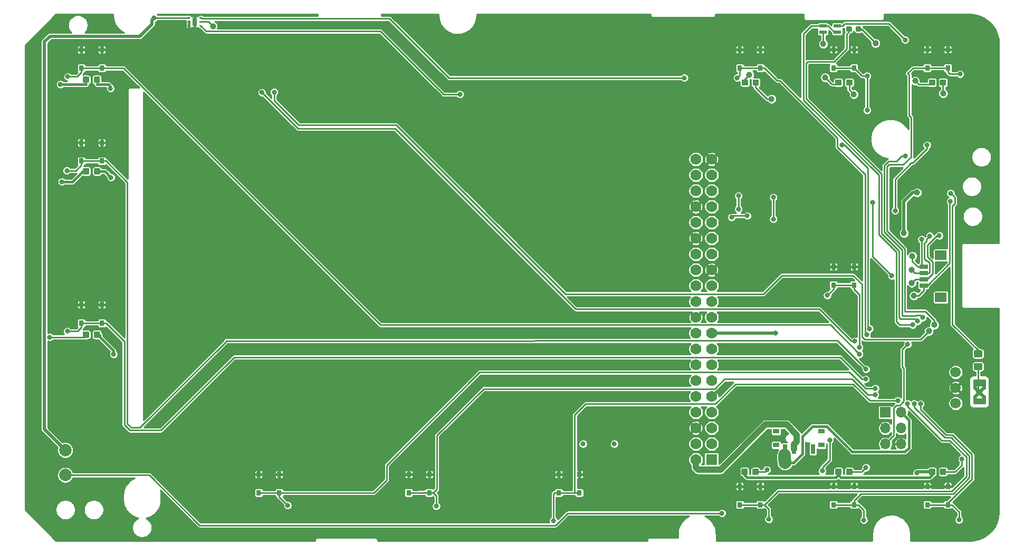
<source format=gtl>
G04 #@! TF.GenerationSoftware,KiCad,Pcbnew,(5.1.5)-3*
G04 #@! TF.CreationDate,2020-04-11T01:13:50-04:00*
G04 #@! TF.ProjectId,CPU,4350552e-6b69-4636-9164-5f7063625858,rev?*
G04 #@! TF.SameCoordinates,Original*
G04 #@! TF.FileFunction,Copper,L1,Top*
G04 #@! TF.FilePolarity,Positive*
%FSLAX46Y46*%
G04 Gerber Fmt 4.6, Leading zero omitted, Abs format (unit mm)*
G04 Created by KiCad (PCBNEW (5.1.5)-3) date 2020-04-11 01:13:50*
%MOMM*%
%LPD*%
G04 APERTURE LIST*
%ADD10C,1.000000*%
%ADD11C,0.100000*%
%ADD12C,2.000000*%
%ADD13R,1.200000X0.600000*%
%ADD14R,1.350000X0.700000*%
%ADD15R,1.900000X1.500000*%
%ADD16R,0.800000X0.850000*%
%ADD17R,0.650000X1.350000*%
%ADD18C,1.700000*%
%ADD19C,1.778000*%
%ADD20R,1.778000X1.778000*%
%ADD21R,1.700000X1.700000*%
%ADD22O,1.700000X1.700000*%
%ADD23R,0.700000X1.500000*%
%ADD24R,1.000000X0.800000*%
%ADD25C,0.800000*%
%ADD26C,0.250000*%
%ADD27C,0.400000*%
%ADD28C,0.500000*%
%ADD29C,2.000000*%
%ADD30C,1.000000*%
%ADD31C,0.254000*%
G04 APERTURE END LIST*
D10*
X173150000Y-84750000D03*
X173050000Y-86950000D03*
X173050000Y-89050000D03*
X173400000Y-91100000D03*
X183900000Y-106600000D03*
G04 #@! TA.AperFunction,SMDPad,CuDef*
D11*
G36*
X184174505Y-101901204D02*
G01*
X184198773Y-101904804D01*
X184222572Y-101910765D01*
X184245671Y-101919030D01*
X184267850Y-101929520D01*
X184288893Y-101942132D01*
X184308599Y-101956747D01*
X184326777Y-101973223D01*
X184343253Y-101991401D01*
X184357868Y-102011107D01*
X184370480Y-102032150D01*
X184380970Y-102054329D01*
X184389235Y-102077428D01*
X184395196Y-102101227D01*
X184398796Y-102125495D01*
X184400000Y-102149999D01*
X184400000Y-102800001D01*
X184398796Y-102824505D01*
X184395196Y-102848773D01*
X184389235Y-102872572D01*
X184380970Y-102895671D01*
X184370480Y-102917850D01*
X184357868Y-102938893D01*
X184343253Y-102958599D01*
X184326777Y-102976777D01*
X184308599Y-102993253D01*
X184288893Y-103007868D01*
X184267850Y-103020480D01*
X184245671Y-103030970D01*
X184222572Y-103039235D01*
X184198773Y-103045196D01*
X184174505Y-103048796D01*
X184150001Y-103050000D01*
X183249999Y-103050000D01*
X183225495Y-103048796D01*
X183201227Y-103045196D01*
X183177428Y-103039235D01*
X183154329Y-103030970D01*
X183132150Y-103020480D01*
X183111107Y-103007868D01*
X183091401Y-102993253D01*
X183073223Y-102976777D01*
X183056747Y-102958599D01*
X183042132Y-102938893D01*
X183029520Y-102917850D01*
X183019030Y-102895671D01*
X183010765Y-102872572D01*
X183004804Y-102848773D01*
X183001204Y-102824505D01*
X183000000Y-102800001D01*
X183000000Y-102149999D01*
X183001204Y-102125495D01*
X183004804Y-102101227D01*
X183010765Y-102077428D01*
X183019030Y-102054329D01*
X183029520Y-102032150D01*
X183042132Y-102011107D01*
X183056747Y-101991401D01*
X183073223Y-101973223D01*
X183091401Y-101956747D01*
X183111107Y-101942132D01*
X183132150Y-101929520D01*
X183154329Y-101919030D01*
X183177428Y-101910765D01*
X183201227Y-101904804D01*
X183225495Y-101901204D01*
X183249999Y-101900000D01*
X184150001Y-101900000D01*
X184174505Y-101901204D01*
G37*
G04 #@! TD.AperFunction*
G04 #@! TA.AperFunction,SMDPad,CuDef*
G36*
X184174505Y-99851204D02*
G01*
X184198773Y-99854804D01*
X184222572Y-99860765D01*
X184245671Y-99869030D01*
X184267850Y-99879520D01*
X184288893Y-99892132D01*
X184308599Y-99906747D01*
X184326777Y-99923223D01*
X184343253Y-99941401D01*
X184357868Y-99961107D01*
X184370480Y-99982150D01*
X184380970Y-100004329D01*
X184389235Y-100027428D01*
X184395196Y-100051227D01*
X184398796Y-100075495D01*
X184400000Y-100099999D01*
X184400000Y-100750001D01*
X184398796Y-100774505D01*
X184395196Y-100798773D01*
X184389235Y-100822572D01*
X184380970Y-100845671D01*
X184370480Y-100867850D01*
X184357868Y-100888893D01*
X184343253Y-100908599D01*
X184326777Y-100926777D01*
X184308599Y-100943253D01*
X184288893Y-100957868D01*
X184267850Y-100970480D01*
X184245671Y-100980970D01*
X184222572Y-100989235D01*
X184198773Y-100995196D01*
X184174505Y-100998796D01*
X184150001Y-101000000D01*
X183249999Y-101000000D01*
X183225495Y-100998796D01*
X183201227Y-100995196D01*
X183177428Y-100989235D01*
X183154329Y-100980970D01*
X183132150Y-100970480D01*
X183111107Y-100957868D01*
X183091401Y-100943253D01*
X183073223Y-100926777D01*
X183056747Y-100908599D01*
X183042132Y-100888893D01*
X183029520Y-100867850D01*
X183019030Y-100845671D01*
X183010765Y-100822572D01*
X183004804Y-100798773D01*
X183001204Y-100774505D01*
X183000000Y-100750001D01*
X183000000Y-100099999D01*
X183001204Y-100075495D01*
X183004804Y-100051227D01*
X183010765Y-100027428D01*
X183019030Y-100004329D01*
X183029520Y-99982150D01*
X183042132Y-99961107D01*
X183056747Y-99941401D01*
X183073223Y-99923223D01*
X183091401Y-99906747D01*
X183111107Y-99892132D01*
X183132150Y-99879520D01*
X183154329Y-99869030D01*
X183177428Y-99860765D01*
X183201227Y-99854804D01*
X183225495Y-99851204D01*
X183249999Y-99850000D01*
X184150001Y-99850000D01*
X184174505Y-99851204D01*
G37*
G04 #@! TD.AperFunction*
D12*
X37200000Y-119910000D03*
X37200000Y-115910000D03*
G04 #@! TA.AperFunction,SMDPad,CuDef*
D11*
G36*
X40887703Y-55900722D02*
G01*
X40902264Y-55902882D01*
X40916543Y-55906459D01*
X40930403Y-55911418D01*
X40943710Y-55917712D01*
X40956336Y-55925280D01*
X40968159Y-55934048D01*
X40979066Y-55943934D01*
X40988952Y-55954841D01*
X40997720Y-55966664D01*
X41005288Y-55979290D01*
X41011582Y-55992597D01*
X41016541Y-56006457D01*
X41020118Y-56020736D01*
X41022278Y-56035297D01*
X41023000Y-56050000D01*
X41023000Y-56750000D01*
X41022278Y-56764703D01*
X41020118Y-56779264D01*
X41016541Y-56793543D01*
X41011582Y-56807403D01*
X41005288Y-56820710D01*
X40997720Y-56833336D01*
X40988952Y-56845159D01*
X40979066Y-56856066D01*
X40968159Y-56865952D01*
X40956336Y-56874720D01*
X40943710Y-56882288D01*
X40930403Y-56888582D01*
X40916543Y-56893541D01*
X40902264Y-56897118D01*
X40887703Y-56899278D01*
X40873000Y-56900000D01*
X40173000Y-56900000D01*
X40158297Y-56899278D01*
X40143736Y-56897118D01*
X40129457Y-56893541D01*
X40115597Y-56888582D01*
X40102290Y-56882288D01*
X40089664Y-56874720D01*
X40077841Y-56865952D01*
X40066934Y-56856066D01*
X40057048Y-56845159D01*
X40048280Y-56833336D01*
X40040712Y-56820710D01*
X40034418Y-56807403D01*
X40029459Y-56793543D01*
X40025882Y-56779264D01*
X40023722Y-56764703D01*
X40023000Y-56750000D01*
X40023000Y-56050000D01*
X40023722Y-56035297D01*
X40025882Y-56020736D01*
X40029459Y-56006457D01*
X40034418Y-55992597D01*
X40040712Y-55979290D01*
X40048280Y-55966664D01*
X40057048Y-55954841D01*
X40066934Y-55943934D01*
X40077841Y-55934048D01*
X40089664Y-55925280D01*
X40102290Y-55917712D01*
X40115597Y-55911418D01*
X40129457Y-55906459D01*
X40143736Y-55902882D01*
X40158297Y-55900722D01*
X40173000Y-55900000D01*
X40873000Y-55900000D01*
X40887703Y-55900722D01*
G37*
G04 #@! TD.AperFunction*
G04 #@! TA.AperFunction,SMDPad,CuDef*
G36*
X42641703Y-55900722D02*
G01*
X42656264Y-55902882D01*
X42670543Y-55906459D01*
X42684403Y-55911418D01*
X42697710Y-55917712D01*
X42710336Y-55925280D01*
X42722159Y-55934048D01*
X42733066Y-55943934D01*
X42742952Y-55954841D01*
X42751720Y-55966664D01*
X42759288Y-55979290D01*
X42765582Y-55992597D01*
X42770541Y-56006457D01*
X42774118Y-56020736D01*
X42776278Y-56035297D01*
X42777000Y-56050000D01*
X42777000Y-56750000D01*
X42776278Y-56764703D01*
X42774118Y-56779264D01*
X42770541Y-56793543D01*
X42765582Y-56807403D01*
X42759288Y-56820710D01*
X42751720Y-56833336D01*
X42742952Y-56845159D01*
X42733066Y-56856066D01*
X42722159Y-56865952D01*
X42710336Y-56874720D01*
X42697710Y-56882288D01*
X42684403Y-56888582D01*
X42670543Y-56893541D01*
X42656264Y-56897118D01*
X42641703Y-56899278D01*
X42627000Y-56900000D01*
X41927000Y-56900000D01*
X41912297Y-56899278D01*
X41897736Y-56897118D01*
X41883457Y-56893541D01*
X41869597Y-56888582D01*
X41856290Y-56882288D01*
X41843664Y-56874720D01*
X41831841Y-56865952D01*
X41820934Y-56856066D01*
X41811048Y-56845159D01*
X41802280Y-56833336D01*
X41794712Y-56820710D01*
X41788418Y-56807403D01*
X41783459Y-56793543D01*
X41779882Y-56779264D01*
X41777722Y-56764703D01*
X41777000Y-56750000D01*
X41777000Y-56050000D01*
X41777722Y-56035297D01*
X41779882Y-56020736D01*
X41783459Y-56006457D01*
X41788418Y-55992597D01*
X41794712Y-55979290D01*
X41802280Y-55966664D01*
X41811048Y-55954841D01*
X41820934Y-55943934D01*
X41831841Y-55934048D01*
X41843664Y-55925280D01*
X41856290Y-55917712D01*
X41869597Y-55911418D01*
X41883457Y-55906459D01*
X41897736Y-55902882D01*
X41912297Y-55900722D01*
X41927000Y-55900000D01*
X42627000Y-55900000D01*
X42641703Y-55900722D01*
G37*
G04 #@! TD.AperFunction*
D13*
X158790000Y-48735000D03*
X158790000Y-47785000D03*
X161090000Y-47785000D03*
X161090000Y-48735000D03*
G04 #@! TA.AperFunction,SMDPad,CuDef*
D11*
G36*
X163256609Y-47846059D02*
G01*
X163277960Y-47849226D01*
X163298898Y-47854471D01*
X163319221Y-47861743D01*
X163338734Y-47870971D01*
X163357248Y-47882068D01*
X163374585Y-47894926D01*
X163390578Y-47909422D01*
X163405074Y-47925415D01*
X163417932Y-47942752D01*
X163429029Y-47961266D01*
X163438257Y-47980779D01*
X163445529Y-48001102D01*
X163450774Y-48022040D01*
X163453941Y-48043391D01*
X163455000Y-48064950D01*
X163455000Y-48455050D01*
X163453941Y-48476609D01*
X163450774Y-48497960D01*
X163445529Y-48518898D01*
X163438257Y-48539221D01*
X163429029Y-48558734D01*
X163417932Y-48577248D01*
X163405074Y-48594585D01*
X163390578Y-48610578D01*
X163374585Y-48625074D01*
X163357248Y-48637932D01*
X163338734Y-48649029D01*
X163319221Y-48658257D01*
X163298898Y-48665529D01*
X163277960Y-48670774D01*
X163256609Y-48673941D01*
X163235050Y-48675000D01*
X162764950Y-48675000D01*
X162743391Y-48673941D01*
X162722040Y-48670774D01*
X162701102Y-48665529D01*
X162680779Y-48658257D01*
X162661266Y-48649029D01*
X162642752Y-48637932D01*
X162625415Y-48625074D01*
X162609422Y-48610578D01*
X162594926Y-48594585D01*
X162582068Y-48577248D01*
X162570971Y-48558734D01*
X162561743Y-48539221D01*
X162554471Y-48518898D01*
X162549226Y-48497960D01*
X162546059Y-48476609D01*
X162545000Y-48455050D01*
X162545000Y-48064950D01*
X162546059Y-48043391D01*
X162549226Y-48022040D01*
X162554471Y-48001102D01*
X162561743Y-47980779D01*
X162570971Y-47961266D01*
X162582068Y-47942752D01*
X162594926Y-47925415D01*
X162609422Y-47909422D01*
X162625415Y-47894926D01*
X162642752Y-47882068D01*
X162661266Y-47870971D01*
X162680779Y-47861743D01*
X162701102Y-47854471D01*
X162722040Y-47849226D01*
X162743391Y-47846059D01*
X162764950Y-47845000D01*
X163235050Y-47845000D01*
X163256609Y-47846059D01*
G37*
G04 #@! TD.AperFunction*
G04 #@! TA.AperFunction,SMDPad,CuDef*
G36*
X164756609Y-47846059D02*
G01*
X164777960Y-47849226D01*
X164798898Y-47854471D01*
X164819221Y-47861743D01*
X164838734Y-47870971D01*
X164857248Y-47882068D01*
X164874585Y-47894926D01*
X164890578Y-47909422D01*
X164905074Y-47925415D01*
X164917932Y-47942752D01*
X164929029Y-47961266D01*
X164938257Y-47980779D01*
X164945529Y-48001102D01*
X164950774Y-48022040D01*
X164953941Y-48043391D01*
X164955000Y-48064950D01*
X164955000Y-48455050D01*
X164953941Y-48476609D01*
X164950774Y-48497960D01*
X164945529Y-48518898D01*
X164938257Y-48539221D01*
X164929029Y-48558734D01*
X164917932Y-48577248D01*
X164905074Y-48594585D01*
X164890578Y-48610578D01*
X164874585Y-48625074D01*
X164857248Y-48637932D01*
X164838734Y-48649029D01*
X164819221Y-48658257D01*
X164798898Y-48665529D01*
X164777960Y-48670774D01*
X164756609Y-48673941D01*
X164735050Y-48675000D01*
X164264950Y-48675000D01*
X164243391Y-48673941D01*
X164222040Y-48670774D01*
X164201102Y-48665529D01*
X164180779Y-48658257D01*
X164161266Y-48649029D01*
X164142752Y-48637932D01*
X164125415Y-48625074D01*
X164109422Y-48610578D01*
X164094926Y-48594585D01*
X164082068Y-48577248D01*
X164070971Y-48558734D01*
X164061743Y-48539221D01*
X164054471Y-48518898D01*
X164049226Y-48497960D01*
X164046059Y-48476609D01*
X164045000Y-48455050D01*
X164045000Y-48064950D01*
X164046059Y-48043391D01*
X164049226Y-48022040D01*
X164054471Y-48001102D01*
X164061743Y-47980779D01*
X164070971Y-47961266D01*
X164082068Y-47942752D01*
X164094926Y-47925415D01*
X164109422Y-47909422D01*
X164125415Y-47894926D01*
X164142752Y-47882068D01*
X164161266Y-47870971D01*
X164180779Y-47861743D01*
X164201102Y-47854471D01*
X164222040Y-47849226D01*
X164243391Y-47846059D01*
X164264950Y-47845000D01*
X164735050Y-47845000D01*
X164756609Y-47846059D01*
G37*
G04 #@! TD.AperFunction*
G04 #@! TA.AperFunction,SMDPad,CuDef*
G36*
X40922201Y-70620722D02*
G01*
X40936762Y-70622882D01*
X40951041Y-70626459D01*
X40964901Y-70631418D01*
X40978208Y-70637712D01*
X40990834Y-70645280D01*
X41002657Y-70654048D01*
X41013564Y-70663934D01*
X41023450Y-70674841D01*
X41032218Y-70686664D01*
X41039786Y-70699290D01*
X41046080Y-70712597D01*
X41051039Y-70726457D01*
X41054616Y-70740736D01*
X41056776Y-70755297D01*
X41057498Y-70770000D01*
X41057498Y-71470000D01*
X41056776Y-71484703D01*
X41054616Y-71499264D01*
X41051039Y-71513543D01*
X41046080Y-71527403D01*
X41039786Y-71540710D01*
X41032218Y-71553336D01*
X41023450Y-71565159D01*
X41013564Y-71576066D01*
X41002657Y-71585952D01*
X40990834Y-71594720D01*
X40978208Y-71602288D01*
X40964901Y-71608582D01*
X40951041Y-71613541D01*
X40936762Y-71617118D01*
X40922201Y-71619278D01*
X40907498Y-71620000D01*
X40207498Y-71620000D01*
X40192795Y-71619278D01*
X40178234Y-71617118D01*
X40163955Y-71613541D01*
X40150095Y-71608582D01*
X40136788Y-71602288D01*
X40124162Y-71594720D01*
X40112339Y-71585952D01*
X40101432Y-71576066D01*
X40091546Y-71565159D01*
X40082778Y-71553336D01*
X40075210Y-71540710D01*
X40068916Y-71527403D01*
X40063957Y-71513543D01*
X40060380Y-71499264D01*
X40058220Y-71484703D01*
X40057498Y-71470000D01*
X40057498Y-70770000D01*
X40058220Y-70755297D01*
X40060380Y-70740736D01*
X40063957Y-70726457D01*
X40068916Y-70712597D01*
X40075210Y-70699290D01*
X40082778Y-70686664D01*
X40091546Y-70674841D01*
X40101432Y-70663934D01*
X40112339Y-70654048D01*
X40124162Y-70645280D01*
X40136788Y-70637712D01*
X40150095Y-70631418D01*
X40163955Y-70626459D01*
X40178234Y-70622882D01*
X40192795Y-70620722D01*
X40207498Y-70620000D01*
X40907498Y-70620000D01*
X40922201Y-70620722D01*
G37*
G04 #@! TD.AperFunction*
G04 #@! TA.AperFunction,SMDPad,CuDef*
G36*
X42676201Y-70620722D02*
G01*
X42690762Y-70622882D01*
X42705041Y-70626459D01*
X42718901Y-70631418D01*
X42732208Y-70637712D01*
X42744834Y-70645280D01*
X42756657Y-70654048D01*
X42767564Y-70663934D01*
X42777450Y-70674841D01*
X42786218Y-70686664D01*
X42793786Y-70699290D01*
X42800080Y-70712597D01*
X42805039Y-70726457D01*
X42808616Y-70740736D01*
X42810776Y-70755297D01*
X42811498Y-70770000D01*
X42811498Y-71470000D01*
X42810776Y-71484703D01*
X42808616Y-71499264D01*
X42805039Y-71513543D01*
X42800080Y-71527403D01*
X42793786Y-71540710D01*
X42786218Y-71553336D01*
X42777450Y-71565159D01*
X42767564Y-71576066D01*
X42756657Y-71585952D01*
X42744834Y-71594720D01*
X42732208Y-71602288D01*
X42718901Y-71608582D01*
X42705041Y-71613541D01*
X42690762Y-71617118D01*
X42676201Y-71619278D01*
X42661498Y-71620000D01*
X41961498Y-71620000D01*
X41946795Y-71619278D01*
X41932234Y-71617118D01*
X41917955Y-71613541D01*
X41904095Y-71608582D01*
X41890788Y-71602288D01*
X41878162Y-71594720D01*
X41866339Y-71585952D01*
X41855432Y-71576066D01*
X41845546Y-71565159D01*
X41836778Y-71553336D01*
X41829210Y-71540710D01*
X41822916Y-71527403D01*
X41817957Y-71513543D01*
X41814380Y-71499264D01*
X41812220Y-71484703D01*
X41811498Y-71470000D01*
X41811498Y-70770000D01*
X41812220Y-70755297D01*
X41814380Y-70740736D01*
X41817957Y-70726457D01*
X41822916Y-70712597D01*
X41829210Y-70699290D01*
X41836778Y-70686664D01*
X41845546Y-70674841D01*
X41855432Y-70663934D01*
X41866339Y-70654048D01*
X41878162Y-70645280D01*
X41890788Y-70637712D01*
X41904095Y-70631418D01*
X41917955Y-70626459D01*
X41932234Y-70622882D01*
X41946795Y-70620722D01*
X41961498Y-70620000D01*
X42661498Y-70620000D01*
X42676201Y-70620722D01*
G37*
G04 #@! TD.AperFunction*
G04 #@! TA.AperFunction,SMDPad,CuDef*
G36*
X40887703Y-96850722D02*
G01*
X40902264Y-96852882D01*
X40916543Y-96856459D01*
X40930403Y-96861418D01*
X40943710Y-96867712D01*
X40956336Y-96875280D01*
X40968159Y-96884048D01*
X40979066Y-96893934D01*
X40988952Y-96904841D01*
X40997720Y-96916664D01*
X41005288Y-96929290D01*
X41011582Y-96942597D01*
X41016541Y-96956457D01*
X41020118Y-96970736D01*
X41022278Y-96985297D01*
X41023000Y-97000000D01*
X41023000Y-97700000D01*
X41022278Y-97714703D01*
X41020118Y-97729264D01*
X41016541Y-97743543D01*
X41011582Y-97757403D01*
X41005288Y-97770710D01*
X40997720Y-97783336D01*
X40988952Y-97795159D01*
X40979066Y-97806066D01*
X40968159Y-97815952D01*
X40956336Y-97824720D01*
X40943710Y-97832288D01*
X40930403Y-97838582D01*
X40916543Y-97843541D01*
X40902264Y-97847118D01*
X40887703Y-97849278D01*
X40873000Y-97850000D01*
X40173000Y-97850000D01*
X40158297Y-97849278D01*
X40143736Y-97847118D01*
X40129457Y-97843541D01*
X40115597Y-97838582D01*
X40102290Y-97832288D01*
X40089664Y-97824720D01*
X40077841Y-97815952D01*
X40066934Y-97806066D01*
X40057048Y-97795159D01*
X40048280Y-97783336D01*
X40040712Y-97770710D01*
X40034418Y-97757403D01*
X40029459Y-97743543D01*
X40025882Y-97729264D01*
X40023722Y-97714703D01*
X40023000Y-97700000D01*
X40023000Y-97000000D01*
X40023722Y-96985297D01*
X40025882Y-96970736D01*
X40029459Y-96956457D01*
X40034418Y-96942597D01*
X40040712Y-96929290D01*
X40048280Y-96916664D01*
X40057048Y-96904841D01*
X40066934Y-96893934D01*
X40077841Y-96884048D01*
X40089664Y-96875280D01*
X40102290Y-96867712D01*
X40115597Y-96861418D01*
X40129457Y-96856459D01*
X40143736Y-96852882D01*
X40158297Y-96850722D01*
X40173000Y-96850000D01*
X40873000Y-96850000D01*
X40887703Y-96850722D01*
G37*
G04 #@! TD.AperFunction*
G04 #@! TA.AperFunction,SMDPad,CuDef*
G36*
X42641703Y-96850722D02*
G01*
X42656264Y-96852882D01*
X42670543Y-96856459D01*
X42684403Y-96861418D01*
X42697710Y-96867712D01*
X42710336Y-96875280D01*
X42722159Y-96884048D01*
X42733066Y-96893934D01*
X42742952Y-96904841D01*
X42751720Y-96916664D01*
X42759288Y-96929290D01*
X42765582Y-96942597D01*
X42770541Y-96956457D01*
X42774118Y-96970736D01*
X42776278Y-96985297D01*
X42777000Y-97000000D01*
X42777000Y-97700000D01*
X42776278Y-97714703D01*
X42774118Y-97729264D01*
X42770541Y-97743543D01*
X42765582Y-97757403D01*
X42759288Y-97770710D01*
X42751720Y-97783336D01*
X42742952Y-97795159D01*
X42733066Y-97806066D01*
X42722159Y-97815952D01*
X42710336Y-97824720D01*
X42697710Y-97832288D01*
X42684403Y-97838582D01*
X42670543Y-97843541D01*
X42656264Y-97847118D01*
X42641703Y-97849278D01*
X42627000Y-97850000D01*
X41927000Y-97850000D01*
X41912297Y-97849278D01*
X41897736Y-97847118D01*
X41883457Y-97843541D01*
X41869597Y-97838582D01*
X41856290Y-97832288D01*
X41843664Y-97824720D01*
X41831841Y-97815952D01*
X41820934Y-97806066D01*
X41811048Y-97795159D01*
X41802280Y-97783336D01*
X41794712Y-97770710D01*
X41788418Y-97757403D01*
X41783459Y-97743543D01*
X41779882Y-97729264D01*
X41777722Y-97714703D01*
X41777000Y-97700000D01*
X41777000Y-97000000D01*
X41777722Y-96985297D01*
X41779882Y-96970736D01*
X41783459Y-96956457D01*
X41788418Y-96942597D01*
X41794712Y-96929290D01*
X41802280Y-96916664D01*
X41811048Y-96904841D01*
X41820934Y-96893934D01*
X41831841Y-96884048D01*
X41843664Y-96875280D01*
X41856290Y-96867712D01*
X41869597Y-96861418D01*
X41883457Y-96856459D01*
X41897736Y-96852882D01*
X41912297Y-96850722D01*
X41927000Y-96850000D01*
X42627000Y-96850000D01*
X42641703Y-96850722D01*
G37*
G04 #@! TD.AperFunction*
G04 #@! TA.AperFunction,SMDPad,CuDef*
G36*
X146595367Y-118880722D02*
G01*
X146609928Y-118882882D01*
X146624207Y-118886459D01*
X146638067Y-118891418D01*
X146651374Y-118897712D01*
X146664000Y-118905280D01*
X146675823Y-118914048D01*
X146686730Y-118923934D01*
X146696616Y-118934841D01*
X146705384Y-118946664D01*
X146712952Y-118959290D01*
X146719246Y-118972597D01*
X146724205Y-118986457D01*
X146727782Y-119000736D01*
X146729942Y-119015297D01*
X146730664Y-119030000D01*
X146730664Y-119730000D01*
X146729942Y-119744703D01*
X146727782Y-119759264D01*
X146724205Y-119773543D01*
X146719246Y-119787403D01*
X146712952Y-119800710D01*
X146705384Y-119813336D01*
X146696616Y-119825159D01*
X146686730Y-119836066D01*
X146675823Y-119845952D01*
X146664000Y-119854720D01*
X146651374Y-119862288D01*
X146638067Y-119868582D01*
X146624207Y-119873541D01*
X146609928Y-119877118D01*
X146595367Y-119879278D01*
X146580664Y-119880000D01*
X145880664Y-119880000D01*
X145865961Y-119879278D01*
X145851400Y-119877118D01*
X145837121Y-119873541D01*
X145823261Y-119868582D01*
X145809954Y-119862288D01*
X145797328Y-119854720D01*
X145785505Y-119845952D01*
X145774598Y-119836066D01*
X145764712Y-119825159D01*
X145755944Y-119813336D01*
X145748376Y-119800710D01*
X145742082Y-119787403D01*
X145737123Y-119773543D01*
X145733546Y-119759264D01*
X145731386Y-119744703D01*
X145730664Y-119730000D01*
X145730664Y-119030000D01*
X145731386Y-119015297D01*
X145733546Y-119000736D01*
X145737123Y-118986457D01*
X145742082Y-118972597D01*
X145748376Y-118959290D01*
X145755944Y-118946664D01*
X145764712Y-118934841D01*
X145774598Y-118923934D01*
X145785505Y-118914048D01*
X145797328Y-118905280D01*
X145809954Y-118897712D01*
X145823261Y-118891418D01*
X145837121Y-118886459D01*
X145851400Y-118882882D01*
X145865961Y-118880722D01*
X145880664Y-118880000D01*
X146580664Y-118880000D01*
X146595367Y-118880722D01*
G37*
G04 #@! TD.AperFunction*
G04 #@! TA.AperFunction,SMDPad,CuDef*
G36*
X148349367Y-118880722D02*
G01*
X148363928Y-118882882D01*
X148378207Y-118886459D01*
X148392067Y-118891418D01*
X148405374Y-118897712D01*
X148418000Y-118905280D01*
X148429823Y-118914048D01*
X148440730Y-118923934D01*
X148450616Y-118934841D01*
X148459384Y-118946664D01*
X148466952Y-118959290D01*
X148473246Y-118972597D01*
X148478205Y-118986457D01*
X148481782Y-119000736D01*
X148483942Y-119015297D01*
X148484664Y-119030000D01*
X148484664Y-119730000D01*
X148483942Y-119744703D01*
X148481782Y-119759264D01*
X148478205Y-119773543D01*
X148473246Y-119787403D01*
X148466952Y-119800710D01*
X148459384Y-119813336D01*
X148450616Y-119825159D01*
X148440730Y-119836066D01*
X148429823Y-119845952D01*
X148418000Y-119854720D01*
X148405374Y-119862288D01*
X148392067Y-119868582D01*
X148378207Y-119873541D01*
X148363928Y-119877118D01*
X148349367Y-119879278D01*
X148334664Y-119880000D01*
X147634664Y-119880000D01*
X147619961Y-119879278D01*
X147605400Y-119877118D01*
X147591121Y-119873541D01*
X147577261Y-119868582D01*
X147563954Y-119862288D01*
X147551328Y-119854720D01*
X147539505Y-119845952D01*
X147528598Y-119836066D01*
X147518712Y-119825159D01*
X147509944Y-119813336D01*
X147502376Y-119800710D01*
X147496082Y-119787403D01*
X147491123Y-119773543D01*
X147487546Y-119759264D01*
X147485386Y-119744703D01*
X147484664Y-119730000D01*
X147484664Y-119030000D01*
X147485386Y-119015297D01*
X147487546Y-119000736D01*
X147491123Y-118986457D01*
X147496082Y-118972597D01*
X147502376Y-118959290D01*
X147509944Y-118946664D01*
X147518712Y-118934841D01*
X147528598Y-118923934D01*
X147539505Y-118914048D01*
X147551328Y-118905280D01*
X147563954Y-118897712D01*
X147577261Y-118891418D01*
X147591121Y-118886459D01*
X147605400Y-118882882D01*
X147619961Y-118880722D01*
X147634664Y-118880000D01*
X148334664Y-118880000D01*
X148349367Y-118880722D01*
G37*
G04 #@! TD.AperFunction*
G04 #@! TA.AperFunction,SMDPad,CuDef*
G36*
X161636919Y-118880722D02*
G01*
X161651480Y-118882882D01*
X161665759Y-118886459D01*
X161679619Y-118891418D01*
X161692926Y-118897712D01*
X161705552Y-118905280D01*
X161717375Y-118914048D01*
X161728282Y-118923934D01*
X161738168Y-118934841D01*
X161746936Y-118946664D01*
X161754504Y-118959290D01*
X161760798Y-118972597D01*
X161765757Y-118986457D01*
X161769334Y-119000736D01*
X161771494Y-119015297D01*
X161772216Y-119030000D01*
X161772216Y-119730000D01*
X161771494Y-119744703D01*
X161769334Y-119759264D01*
X161765757Y-119773543D01*
X161760798Y-119787403D01*
X161754504Y-119800710D01*
X161746936Y-119813336D01*
X161738168Y-119825159D01*
X161728282Y-119836066D01*
X161717375Y-119845952D01*
X161705552Y-119854720D01*
X161692926Y-119862288D01*
X161679619Y-119868582D01*
X161665759Y-119873541D01*
X161651480Y-119877118D01*
X161636919Y-119879278D01*
X161622216Y-119880000D01*
X160922216Y-119880000D01*
X160907513Y-119879278D01*
X160892952Y-119877118D01*
X160878673Y-119873541D01*
X160864813Y-119868582D01*
X160851506Y-119862288D01*
X160838880Y-119854720D01*
X160827057Y-119845952D01*
X160816150Y-119836066D01*
X160806264Y-119825159D01*
X160797496Y-119813336D01*
X160789928Y-119800710D01*
X160783634Y-119787403D01*
X160778675Y-119773543D01*
X160775098Y-119759264D01*
X160772938Y-119744703D01*
X160772216Y-119730000D01*
X160772216Y-119030000D01*
X160772938Y-119015297D01*
X160775098Y-119000736D01*
X160778675Y-118986457D01*
X160783634Y-118972597D01*
X160789928Y-118959290D01*
X160797496Y-118946664D01*
X160806264Y-118934841D01*
X160816150Y-118923934D01*
X160827057Y-118914048D01*
X160838880Y-118905280D01*
X160851506Y-118897712D01*
X160864813Y-118891418D01*
X160878673Y-118886459D01*
X160892952Y-118882882D01*
X160907513Y-118880722D01*
X160922216Y-118880000D01*
X161622216Y-118880000D01*
X161636919Y-118880722D01*
G37*
G04 #@! TD.AperFunction*
G04 #@! TA.AperFunction,SMDPad,CuDef*
G36*
X163390919Y-118880722D02*
G01*
X163405480Y-118882882D01*
X163419759Y-118886459D01*
X163433619Y-118891418D01*
X163446926Y-118897712D01*
X163459552Y-118905280D01*
X163471375Y-118914048D01*
X163482282Y-118923934D01*
X163492168Y-118934841D01*
X163500936Y-118946664D01*
X163508504Y-118959290D01*
X163514798Y-118972597D01*
X163519757Y-118986457D01*
X163523334Y-119000736D01*
X163525494Y-119015297D01*
X163526216Y-119030000D01*
X163526216Y-119730000D01*
X163525494Y-119744703D01*
X163523334Y-119759264D01*
X163519757Y-119773543D01*
X163514798Y-119787403D01*
X163508504Y-119800710D01*
X163500936Y-119813336D01*
X163492168Y-119825159D01*
X163482282Y-119836066D01*
X163471375Y-119845952D01*
X163459552Y-119854720D01*
X163446926Y-119862288D01*
X163433619Y-119868582D01*
X163419759Y-119873541D01*
X163405480Y-119877118D01*
X163390919Y-119879278D01*
X163376216Y-119880000D01*
X162676216Y-119880000D01*
X162661513Y-119879278D01*
X162646952Y-119877118D01*
X162632673Y-119873541D01*
X162618813Y-119868582D01*
X162605506Y-119862288D01*
X162592880Y-119854720D01*
X162581057Y-119845952D01*
X162570150Y-119836066D01*
X162560264Y-119825159D01*
X162551496Y-119813336D01*
X162543928Y-119800710D01*
X162537634Y-119787403D01*
X162532675Y-119773543D01*
X162529098Y-119759264D01*
X162526938Y-119744703D01*
X162526216Y-119730000D01*
X162526216Y-119030000D01*
X162526938Y-119015297D01*
X162529098Y-119000736D01*
X162532675Y-118986457D01*
X162537634Y-118972597D01*
X162543928Y-118959290D01*
X162551496Y-118946664D01*
X162560264Y-118934841D01*
X162570150Y-118923934D01*
X162581057Y-118914048D01*
X162592880Y-118905280D01*
X162605506Y-118897712D01*
X162618813Y-118891418D01*
X162632673Y-118886459D01*
X162646952Y-118882882D01*
X162661513Y-118880722D01*
X162676216Y-118880000D01*
X163376216Y-118880000D01*
X163390919Y-118880722D01*
G37*
G04 #@! TD.AperFunction*
G04 #@! TA.AperFunction,SMDPad,CuDef*
G36*
X176678482Y-118880722D02*
G01*
X176693043Y-118882882D01*
X176707322Y-118886459D01*
X176721182Y-118891418D01*
X176734489Y-118897712D01*
X176747115Y-118905280D01*
X176758938Y-118914048D01*
X176769845Y-118923934D01*
X176779731Y-118934841D01*
X176788499Y-118946664D01*
X176796067Y-118959290D01*
X176802361Y-118972597D01*
X176807320Y-118986457D01*
X176810897Y-119000736D01*
X176813057Y-119015297D01*
X176813779Y-119030000D01*
X176813779Y-119730000D01*
X176813057Y-119744703D01*
X176810897Y-119759264D01*
X176807320Y-119773543D01*
X176802361Y-119787403D01*
X176796067Y-119800710D01*
X176788499Y-119813336D01*
X176779731Y-119825159D01*
X176769845Y-119836066D01*
X176758938Y-119845952D01*
X176747115Y-119854720D01*
X176734489Y-119862288D01*
X176721182Y-119868582D01*
X176707322Y-119873541D01*
X176693043Y-119877118D01*
X176678482Y-119879278D01*
X176663779Y-119880000D01*
X175963779Y-119880000D01*
X175949076Y-119879278D01*
X175934515Y-119877118D01*
X175920236Y-119873541D01*
X175906376Y-119868582D01*
X175893069Y-119862288D01*
X175880443Y-119854720D01*
X175868620Y-119845952D01*
X175857713Y-119836066D01*
X175847827Y-119825159D01*
X175839059Y-119813336D01*
X175831491Y-119800710D01*
X175825197Y-119787403D01*
X175820238Y-119773543D01*
X175816661Y-119759264D01*
X175814501Y-119744703D01*
X175813779Y-119730000D01*
X175813779Y-119030000D01*
X175814501Y-119015297D01*
X175816661Y-119000736D01*
X175820238Y-118986457D01*
X175825197Y-118972597D01*
X175831491Y-118959290D01*
X175839059Y-118946664D01*
X175847827Y-118934841D01*
X175857713Y-118923934D01*
X175868620Y-118914048D01*
X175880443Y-118905280D01*
X175893069Y-118897712D01*
X175906376Y-118891418D01*
X175920236Y-118886459D01*
X175934515Y-118882882D01*
X175949076Y-118880722D01*
X175963779Y-118880000D01*
X176663779Y-118880000D01*
X176678482Y-118880722D01*
G37*
G04 #@! TD.AperFunction*
G04 #@! TA.AperFunction,SMDPad,CuDef*
G36*
X178432482Y-118880722D02*
G01*
X178447043Y-118882882D01*
X178461322Y-118886459D01*
X178475182Y-118891418D01*
X178488489Y-118897712D01*
X178501115Y-118905280D01*
X178512938Y-118914048D01*
X178523845Y-118923934D01*
X178533731Y-118934841D01*
X178542499Y-118946664D01*
X178550067Y-118959290D01*
X178556361Y-118972597D01*
X178561320Y-118986457D01*
X178564897Y-119000736D01*
X178567057Y-119015297D01*
X178567779Y-119030000D01*
X178567779Y-119730000D01*
X178567057Y-119744703D01*
X178564897Y-119759264D01*
X178561320Y-119773543D01*
X178556361Y-119787403D01*
X178550067Y-119800710D01*
X178542499Y-119813336D01*
X178533731Y-119825159D01*
X178523845Y-119836066D01*
X178512938Y-119845952D01*
X178501115Y-119854720D01*
X178488489Y-119862288D01*
X178475182Y-119868582D01*
X178461322Y-119873541D01*
X178447043Y-119877118D01*
X178432482Y-119879278D01*
X178417779Y-119880000D01*
X177717779Y-119880000D01*
X177703076Y-119879278D01*
X177688515Y-119877118D01*
X177674236Y-119873541D01*
X177660376Y-119868582D01*
X177647069Y-119862288D01*
X177634443Y-119854720D01*
X177622620Y-119845952D01*
X177611713Y-119836066D01*
X177601827Y-119825159D01*
X177593059Y-119813336D01*
X177585491Y-119800710D01*
X177579197Y-119787403D01*
X177574238Y-119773543D01*
X177570661Y-119759264D01*
X177568501Y-119744703D01*
X177567779Y-119730000D01*
X177567779Y-119030000D01*
X177568501Y-119015297D01*
X177570661Y-119000736D01*
X177574238Y-118986457D01*
X177579197Y-118972597D01*
X177585491Y-118959290D01*
X177593059Y-118946664D01*
X177601827Y-118934841D01*
X177611713Y-118923934D01*
X177622620Y-118914048D01*
X177634443Y-118905280D01*
X177647069Y-118897712D01*
X177660376Y-118891418D01*
X177674236Y-118886459D01*
X177688515Y-118882882D01*
X177703076Y-118880722D01*
X177717779Y-118880000D01*
X178417779Y-118880000D01*
X178432482Y-118880722D01*
G37*
G04 #@! TD.AperFunction*
G04 #@! TA.AperFunction,SMDPad,CuDef*
G36*
X146637703Y-56350722D02*
G01*
X146652264Y-56352882D01*
X146666543Y-56356459D01*
X146680403Y-56361418D01*
X146693710Y-56367712D01*
X146706336Y-56375280D01*
X146718159Y-56384048D01*
X146729066Y-56393934D01*
X146738952Y-56404841D01*
X146747720Y-56416664D01*
X146755288Y-56429290D01*
X146761582Y-56442597D01*
X146766541Y-56456457D01*
X146770118Y-56470736D01*
X146772278Y-56485297D01*
X146773000Y-56500000D01*
X146773000Y-57200000D01*
X146772278Y-57214703D01*
X146770118Y-57229264D01*
X146766541Y-57243543D01*
X146761582Y-57257403D01*
X146755288Y-57270710D01*
X146747720Y-57283336D01*
X146738952Y-57295159D01*
X146729066Y-57306066D01*
X146718159Y-57315952D01*
X146706336Y-57324720D01*
X146693710Y-57332288D01*
X146680403Y-57338582D01*
X146666543Y-57343541D01*
X146652264Y-57347118D01*
X146637703Y-57349278D01*
X146623000Y-57350000D01*
X145923000Y-57350000D01*
X145908297Y-57349278D01*
X145893736Y-57347118D01*
X145879457Y-57343541D01*
X145865597Y-57338582D01*
X145852290Y-57332288D01*
X145839664Y-57324720D01*
X145827841Y-57315952D01*
X145816934Y-57306066D01*
X145807048Y-57295159D01*
X145798280Y-57283336D01*
X145790712Y-57270710D01*
X145784418Y-57257403D01*
X145779459Y-57243543D01*
X145775882Y-57229264D01*
X145773722Y-57214703D01*
X145773000Y-57200000D01*
X145773000Y-56500000D01*
X145773722Y-56485297D01*
X145775882Y-56470736D01*
X145779459Y-56456457D01*
X145784418Y-56442597D01*
X145790712Y-56429290D01*
X145798280Y-56416664D01*
X145807048Y-56404841D01*
X145816934Y-56393934D01*
X145827841Y-56384048D01*
X145839664Y-56375280D01*
X145852290Y-56367712D01*
X145865597Y-56361418D01*
X145879457Y-56356459D01*
X145893736Y-56352882D01*
X145908297Y-56350722D01*
X145923000Y-56350000D01*
X146623000Y-56350000D01*
X146637703Y-56350722D01*
G37*
G04 #@! TD.AperFunction*
G04 #@! TA.AperFunction,SMDPad,CuDef*
G36*
X148391703Y-56350722D02*
G01*
X148406264Y-56352882D01*
X148420543Y-56356459D01*
X148434403Y-56361418D01*
X148447710Y-56367712D01*
X148460336Y-56375280D01*
X148472159Y-56384048D01*
X148483066Y-56393934D01*
X148492952Y-56404841D01*
X148501720Y-56416664D01*
X148509288Y-56429290D01*
X148515582Y-56442597D01*
X148520541Y-56456457D01*
X148524118Y-56470736D01*
X148526278Y-56485297D01*
X148527000Y-56500000D01*
X148527000Y-57200000D01*
X148526278Y-57214703D01*
X148524118Y-57229264D01*
X148520541Y-57243543D01*
X148515582Y-57257403D01*
X148509288Y-57270710D01*
X148501720Y-57283336D01*
X148492952Y-57295159D01*
X148483066Y-57306066D01*
X148472159Y-57315952D01*
X148460336Y-57324720D01*
X148447710Y-57332288D01*
X148434403Y-57338582D01*
X148420543Y-57343541D01*
X148406264Y-57347118D01*
X148391703Y-57349278D01*
X148377000Y-57350000D01*
X147677000Y-57350000D01*
X147662297Y-57349278D01*
X147647736Y-57347118D01*
X147633457Y-57343541D01*
X147619597Y-57338582D01*
X147606290Y-57332288D01*
X147593664Y-57324720D01*
X147581841Y-57315952D01*
X147570934Y-57306066D01*
X147561048Y-57295159D01*
X147552280Y-57283336D01*
X147544712Y-57270710D01*
X147538418Y-57257403D01*
X147533459Y-57243543D01*
X147529882Y-57229264D01*
X147527722Y-57214703D01*
X147527000Y-57200000D01*
X147527000Y-56500000D01*
X147527722Y-56485297D01*
X147529882Y-56470736D01*
X147533459Y-56456457D01*
X147538418Y-56442597D01*
X147544712Y-56429290D01*
X147552280Y-56416664D01*
X147561048Y-56404841D01*
X147570934Y-56393934D01*
X147581841Y-56384048D01*
X147593664Y-56375280D01*
X147606290Y-56367712D01*
X147619597Y-56361418D01*
X147633457Y-56356459D01*
X147647736Y-56352882D01*
X147662297Y-56350722D01*
X147677000Y-56350000D01*
X148377000Y-56350000D01*
X148391703Y-56350722D01*
G37*
G04 #@! TD.AperFunction*
G04 #@! TA.AperFunction,SMDPad,CuDef*
G36*
X161637703Y-56350722D02*
G01*
X161652264Y-56352882D01*
X161666543Y-56356459D01*
X161680403Y-56361418D01*
X161693710Y-56367712D01*
X161706336Y-56375280D01*
X161718159Y-56384048D01*
X161729066Y-56393934D01*
X161738952Y-56404841D01*
X161747720Y-56416664D01*
X161755288Y-56429290D01*
X161761582Y-56442597D01*
X161766541Y-56456457D01*
X161770118Y-56470736D01*
X161772278Y-56485297D01*
X161773000Y-56500000D01*
X161773000Y-57200000D01*
X161772278Y-57214703D01*
X161770118Y-57229264D01*
X161766541Y-57243543D01*
X161761582Y-57257403D01*
X161755288Y-57270710D01*
X161747720Y-57283336D01*
X161738952Y-57295159D01*
X161729066Y-57306066D01*
X161718159Y-57315952D01*
X161706336Y-57324720D01*
X161693710Y-57332288D01*
X161680403Y-57338582D01*
X161666543Y-57343541D01*
X161652264Y-57347118D01*
X161637703Y-57349278D01*
X161623000Y-57350000D01*
X160923000Y-57350000D01*
X160908297Y-57349278D01*
X160893736Y-57347118D01*
X160879457Y-57343541D01*
X160865597Y-57338582D01*
X160852290Y-57332288D01*
X160839664Y-57324720D01*
X160827841Y-57315952D01*
X160816934Y-57306066D01*
X160807048Y-57295159D01*
X160798280Y-57283336D01*
X160790712Y-57270710D01*
X160784418Y-57257403D01*
X160779459Y-57243543D01*
X160775882Y-57229264D01*
X160773722Y-57214703D01*
X160773000Y-57200000D01*
X160773000Y-56500000D01*
X160773722Y-56485297D01*
X160775882Y-56470736D01*
X160779459Y-56456457D01*
X160784418Y-56442597D01*
X160790712Y-56429290D01*
X160798280Y-56416664D01*
X160807048Y-56404841D01*
X160816934Y-56393934D01*
X160827841Y-56384048D01*
X160839664Y-56375280D01*
X160852290Y-56367712D01*
X160865597Y-56361418D01*
X160879457Y-56356459D01*
X160893736Y-56352882D01*
X160908297Y-56350722D01*
X160923000Y-56350000D01*
X161623000Y-56350000D01*
X161637703Y-56350722D01*
G37*
G04 #@! TD.AperFunction*
G04 #@! TA.AperFunction,SMDPad,CuDef*
G36*
X163391703Y-56350722D02*
G01*
X163406264Y-56352882D01*
X163420543Y-56356459D01*
X163434403Y-56361418D01*
X163447710Y-56367712D01*
X163460336Y-56375280D01*
X163472159Y-56384048D01*
X163483066Y-56393934D01*
X163492952Y-56404841D01*
X163501720Y-56416664D01*
X163509288Y-56429290D01*
X163515582Y-56442597D01*
X163520541Y-56456457D01*
X163524118Y-56470736D01*
X163526278Y-56485297D01*
X163527000Y-56500000D01*
X163527000Y-57200000D01*
X163526278Y-57214703D01*
X163524118Y-57229264D01*
X163520541Y-57243543D01*
X163515582Y-57257403D01*
X163509288Y-57270710D01*
X163501720Y-57283336D01*
X163492952Y-57295159D01*
X163483066Y-57306066D01*
X163472159Y-57315952D01*
X163460336Y-57324720D01*
X163447710Y-57332288D01*
X163434403Y-57338582D01*
X163420543Y-57343541D01*
X163406264Y-57347118D01*
X163391703Y-57349278D01*
X163377000Y-57350000D01*
X162677000Y-57350000D01*
X162662297Y-57349278D01*
X162647736Y-57347118D01*
X162633457Y-57343541D01*
X162619597Y-57338582D01*
X162606290Y-57332288D01*
X162593664Y-57324720D01*
X162581841Y-57315952D01*
X162570934Y-57306066D01*
X162561048Y-57295159D01*
X162552280Y-57283336D01*
X162544712Y-57270710D01*
X162538418Y-57257403D01*
X162533459Y-57243543D01*
X162529882Y-57229264D01*
X162527722Y-57214703D01*
X162527000Y-57200000D01*
X162527000Y-56500000D01*
X162527722Y-56485297D01*
X162529882Y-56470736D01*
X162533459Y-56456457D01*
X162538418Y-56442597D01*
X162544712Y-56429290D01*
X162552280Y-56416664D01*
X162561048Y-56404841D01*
X162570934Y-56393934D01*
X162581841Y-56384048D01*
X162593664Y-56375280D01*
X162606290Y-56367712D01*
X162619597Y-56361418D01*
X162633457Y-56356459D01*
X162647736Y-56352882D01*
X162662297Y-56350722D01*
X162677000Y-56350000D01*
X163377000Y-56350000D01*
X163391703Y-56350722D01*
G37*
G04 #@! TD.AperFunction*
G04 #@! TA.AperFunction,SMDPad,CuDef*
G36*
X176678482Y-56350722D02*
G01*
X176693043Y-56352882D01*
X176707322Y-56356459D01*
X176721182Y-56361418D01*
X176734489Y-56367712D01*
X176747115Y-56375280D01*
X176758938Y-56384048D01*
X176769845Y-56393934D01*
X176779731Y-56404841D01*
X176788499Y-56416664D01*
X176796067Y-56429290D01*
X176802361Y-56442597D01*
X176807320Y-56456457D01*
X176810897Y-56470736D01*
X176813057Y-56485297D01*
X176813779Y-56500000D01*
X176813779Y-57200000D01*
X176813057Y-57214703D01*
X176810897Y-57229264D01*
X176807320Y-57243543D01*
X176802361Y-57257403D01*
X176796067Y-57270710D01*
X176788499Y-57283336D01*
X176779731Y-57295159D01*
X176769845Y-57306066D01*
X176758938Y-57315952D01*
X176747115Y-57324720D01*
X176734489Y-57332288D01*
X176721182Y-57338582D01*
X176707322Y-57343541D01*
X176693043Y-57347118D01*
X176678482Y-57349278D01*
X176663779Y-57350000D01*
X175963779Y-57350000D01*
X175949076Y-57349278D01*
X175934515Y-57347118D01*
X175920236Y-57343541D01*
X175906376Y-57338582D01*
X175893069Y-57332288D01*
X175880443Y-57324720D01*
X175868620Y-57315952D01*
X175857713Y-57306066D01*
X175847827Y-57295159D01*
X175839059Y-57283336D01*
X175831491Y-57270710D01*
X175825197Y-57257403D01*
X175820238Y-57243543D01*
X175816661Y-57229264D01*
X175814501Y-57214703D01*
X175813779Y-57200000D01*
X175813779Y-56500000D01*
X175814501Y-56485297D01*
X175816661Y-56470736D01*
X175820238Y-56456457D01*
X175825197Y-56442597D01*
X175831491Y-56429290D01*
X175839059Y-56416664D01*
X175847827Y-56404841D01*
X175857713Y-56393934D01*
X175868620Y-56384048D01*
X175880443Y-56375280D01*
X175893069Y-56367712D01*
X175906376Y-56361418D01*
X175920236Y-56356459D01*
X175934515Y-56352882D01*
X175949076Y-56350722D01*
X175963779Y-56350000D01*
X176663779Y-56350000D01*
X176678482Y-56350722D01*
G37*
G04 #@! TD.AperFunction*
G04 #@! TA.AperFunction,SMDPad,CuDef*
G36*
X178432482Y-56350722D02*
G01*
X178447043Y-56352882D01*
X178461322Y-56356459D01*
X178475182Y-56361418D01*
X178488489Y-56367712D01*
X178501115Y-56375280D01*
X178512938Y-56384048D01*
X178523845Y-56393934D01*
X178533731Y-56404841D01*
X178542499Y-56416664D01*
X178550067Y-56429290D01*
X178556361Y-56442597D01*
X178561320Y-56456457D01*
X178564897Y-56470736D01*
X178567057Y-56485297D01*
X178567779Y-56500000D01*
X178567779Y-57200000D01*
X178567057Y-57214703D01*
X178564897Y-57229264D01*
X178561320Y-57243543D01*
X178556361Y-57257403D01*
X178550067Y-57270710D01*
X178542499Y-57283336D01*
X178533731Y-57295159D01*
X178523845Y-57306066D01*
X178512938Y-57315952D01*
X178501115Y-57324720D01*
X178488489Y-57332288D01*
X178475182Y-57338582D01*
X178461322Y-57343541D01*
X178447043Y-57347118D01*
X178432482Y-57349278D01*
X178417779Y-57350000D01*
X177717779Y-57350000D01*
X177703076Y-57349278D01*
X177688515Y-57347118D01*
X177674236Y-57343541D01*
X177660376Y-57338582D01*
X177647069Y-57332288D01*
X177634443Y-57324720D01*
X177622620Y-57315952D01*
X177611713Y-57306066D01*
X177601827Y-57295159D01*
X177593059Y-57283336D01*
X177585491Y-57270710D01*
X177579197Y-57257403D01*
X177574238Y-57243543D01*
X177570661Y-57229264D01*
X177568501Y-57214703D01*
X177567779Y-57200000D01*
X177567779Y-56500000D01*
X177568501Y-56485297D01*
X177570661Y-56470736D01*
X177574238Y-56456457D01*
X177579197Y-56442597D01*
X177585491Y-56429290D01*
X177593059Y-56416664D01*
X177601827Y-56404841D01*
X177611713Y-56393934D01*
X177622620Y-56384048D01*
X177634443Y-56375280D01*
X177647069Y-56367712D01*
X177660376Y-56361418D01*
X177674236Y-56356459D01*
X177688515Y-56352882D01*
X177703076Y-56350722D01*
X177717779Y-56350000D01*
X178417779Y-56350000D01*
X178432482Y-56350722D01*
G37*
G04 #@! TD.AperFunction*
D14*
X174950000Y-89472372D03*
X174950000Y-88472372D03*
X174950000Y-87472372D03*
X174950000Y-86472372D03*
D15*
X177725000Y-91372372D03*
X177725000Y-84572372D03*
D16*
X43084498Y-54540607D03*
X39784498Y-54540607D03*
X43084498Y-51590607D03*
X39784498Y-51590607D03*
X163799216Y-89381979D03*
X160499216Y-89381979D03*
X163799216Y-86431979D03*
X160499216Y-86431979D03*
X148757664Y-124679542D03*
X145457664Y-124679542D03*
X148757664Y-121729542D03*
X145457664Y-121729542D03*
X163799216Y-124679542D03*
X160499216Y-124679542D03*
X163799216Y-121729542D03*
X160499216Y-121729542D03*
X178840779Y-124679542D03*
X175540779Y-124679542D03*
X178840779Y-121729542D03*
X175540779Y-121729542D03*
X43084498Y-69461847D03*
X39784498Y-69461847D03*
X43084498Y-66511847D03*
X39784498Y-66511847D03*
X43084498Y-95503815D03*
X39784498Y-95503815D03*
X43084498Y-92553815D03*
X39784498Y-92553815D03*
X71544310Y-122756309D03*
X68244310Y-122756309D03*
X71544310Y-119806309D03*
X68244310Y-119806309D03*
X95620839Y-122756309D03*
X92320839Y-122756309D03*
X95620839Y-119806309D03*
X92320839Y-119806309D03*
X119697369Y-122756309D03*
X116397369Y-122756309D03*
X119697369Y-119806309D03*
X116397369Y-119806309D03*
X148757664Y-54528472D03*
X145457664Y-54528472D03*
X148757664Y-51578472D03*
X145457664Y-51578472D03*
X163799216Y-54528472D03*
X160499216Y-54528472D03*
X163799216Y-51578472D03*
X160499216Y-51578472D03*
X178840779Y-54528472D03*
X175540779Y-54528472D03*
X178840779Y-51578472D03*
X175540779Y-51578472D03*
D17*
X58000000Y-47110000D03*
G04 #@! TA.AperFunction,SMDPad,CuDef*
D11*
G36*
X59087252Y-46335601D02*
G01*
X59099386Y-46337401D01*
X59111286Y-46340381D01*
X59122835Y-46344514D01*
X59133925Y-46349759D01*
X59144446Y-46356065D01*
X59154299Y-46363373D01*
X59163388Y-46371611D01*
X59171626Y-46380700D01*
X59178934Y-46390553D01*
X59185240Y-46401074D01*
X59190485Y-46412164D01*
X59194618Y-46423713D01*
X59197598Y-46435613D01*
X59199398Y-46447747D01*
X59200000Y-46459999D01*
X59200000Y-46460001D01*
X59199398Y-46472253D01*
X59197598Y-46484387D01*
X59194618Y-46496287D01*
X59190485Y-46507836D01*
X59185240Y-46518926D01*
X59178934Y-46529447D01*
X59171626Y-46539300D01*
X59163388Y-46548389D01*
X59154299Y-46556627D01*
X59144446Y-46563935D01*
X59133925Y-46570241D01*
X59122835Y-46575486D01*
X59111286Y-46579619D01*
X59099386Y-46582599D01*
X59087252Y-46584399D01*
X59075000Y-46585001D01*
X58825000Y-46585001D01*
X58812748Y-46584399D01*
X58800614Y-46582599D01*
X58788714Y-46579619D01*
X58777165Y-46575486D01*
X58766075Y-46570241D01*
X58755554Y-46563935D01*
X58745701Y-46556627D01*
X58736612Y-46548389D01*
X58728374Y-46539300D01*
X58721066Y-46529447D01*
X58714760Y-46518926D01*
X58709515Y-46507836D01*
X58705382Y-46496287D01*
X58702402Y-46484387D01*
X58700602Y-46472253D01*
X58700000Y-46460001D01*
X58700000Y-46459999D01*
X58700602Y-46447747D01*
X58702402Y-46435613D01*
X58705382Y-46423713D01*
X58709515Y-46412164D01*
X58714760Y-46401074D01*
X58721066Y-46390553D01*
X58728374Y-46380700D01*
X58736612Y-46371611D01*
X58745701Y-46363373D01*
X58755554Y-46356065D01*
X58766075Y-46349759D01*
X58777165Y-46344514D01*
X58788714Y-46340381D01*
X58800614Y-46337401D01*
X58812748Y-46335601D01*
X58825000Y-46334999D01*
X59075000Y-46334999D01*
X59087252Y-46335601D01*
G37*
G04 #@! TD.AperFunction*
G04 #@! TA.AperFunction,SMDPad,CuDef*
G36*
X59087252Y-46985601D02*
G01*
X59099386Y-46987401D01*
X59111286Y-46990381D01*
X59122835Y-46994514D01*
X59133925Y-46999759D01*
X59144446Y-47006065D01*
X59154299Y-47013373D01*
X59163388Y-47021611D01*
X59171626Y-47030700D01*
X59178934Y-47040553D01*
X59185240Y-47051074D01*
X59190485Y-47062164D01*
X59194618Y-47073713D01*
X59197598Y-47085613D01*
X59199398Y-47097747D01*
X59200000Y-47109999D01*
X59200000Y-47110001D01*
X59199398Y-47122253D01*
X59197598Y-47134387D01*
X59194618Y-47146287D01*
X59190485Y-47157836D01*
X59185240Y-47168926D01*
X59178934Y-47179447D01*
X59171626Y-47189300D01*
X59163388Y-47198389D01*
X59154299Y-47206627D01*
X59144446Y-47213935D01*
X59133925Y-47220241D01*
X59122835Y-47225486D01*
X59111286Y-47229619D01*
X59099386Y-47232599D01*
X59087252Y-47234399D01*
X59075000Y-47235001D01*
X58825000Y-47235001D01*
X58812748Y-47234399D01*
X58800614Y-47232599D01*
X58788714Y-47229619D01*
X58777165Y-47225486D01*
X58766075Y-47220241D01*
X58755554Y-47213935D01*
X58745701Y-47206627D01*
X58736612Y-47198389D01*
X58728374Y-47189300D01*
X58721066Y-47179447D01*
X58714760Y-47168926D01*
X58709515Y-47157836D01*
X58705382Y-47146287D01*
X58702402Y-47134387D01*
X58700602Y-47122253D01*
X58700000Y-47110001D01*
X58700000Y-47109999D01*
X58700602Y-47097747D01*
X58702402Y-47085613D01*
X58705382Y-47073713D01*
X58709515Y-47062164D01*
X58714760Y-47051074D01*
X58721066Y-47040553D01*
X58728374Y-47030700D01*
X58736612Y-47021611D01*
X58745701Y-47013373D01*
X58755554Y-47006065D01*
X58766075Y-46999759D01*
X58777165Y-46994514D01*
X58788714Y-46990381D01*
X58800614Y-46987401D01*
X58812748Y-46985601D01*
X58825000Y-46984999D01*
X59075000Y-46984999D01*
X59087252Y-46985601D01*
G37*
G04 #@! TD.AperFunction*
G04 #@! TA.AperFunction,SMDPad,CuDef*
G36*
X59087252Y-47635601D02*
G01*
X59099386Y-47637401D01*
X59111286Y-47640381D01*
X59122835Y-47644514D01*
X59133925Y-47649759D01*
X59144446Y-47656065D01*
X59154299Y-47663373D01*
X59163388Y-47671611D01*
X59171626Y-47680700D01*
X59178934Y-47690553D01*
X59185240Y-47701074D01*
X59190485Y-47712164D01*
X59194618Y-47723713D01*
X59197598Y-47735613D01*
X59199398Y-47747747D01*
X59200000Y-47759999D01*
X59200000Y-47760001D01*
X59199398Y-47772253D01*
X59197598Y-47784387D01*
X59194618Y-47796287D01*
X59190485Y-47807836D01*
X59185240Y-47818926D01*
X59178934Y-47829447D01*
X59171626Y-47839300D01*
X59163388Y-47848389D01*
X59154299Y-47856627D01*
X59144446Y-47863935D01*
X59133925Y-47870241D01*
X59122835Y-47875486D01*
X59111286Y-47879619D01*
X59099386Y-47882599D01*
X59087252Y-47884399D01*
X59075000Y-47885001D01*
X58825000Y-47885001D01*
X58812748Y-47884399D01*
X58800614Y-47882599D01*
X58788714Y-47879619D01*
X58777165Y-47875486D01*
X58766075Y-47870241D01*
X58755554Y-47863935D01*
X58745701Y-47856627D01*
X58736612Y-47848389D01*
X58728374Y-47839300D01*
X58721066Y-47829447D01*
X58714760Y-47818926D01*
X58709515Y-47807836D01*
X58705382Y-47796287D01*
X58702402Y-47784387D01*
X58700602Y-47772253D01*
X58700000Y-47760001D01*
X58700000Y-47759999D01*
X58700602Y-47747747D01*
X58702402Y-47735613D01*
X58705382Y-47723713D01*
X58709515Y-47712164D01*
X58714760Y-47701074D01*
X58721066Y-47690553D01*
X58728374Y-47680700D01*
X58736612Y-47671611D01*
X58745701Y-47663373D01*
X58755554Y-47656065D01*
X58766075Y-47649759D01*
X58777165Y-47644514D01*
X58788714Y-47640381D01*
X58800614Y-47637401D01*
X58812748Y-47635601D01*
X58825000Y-47634999D01*
X59075000Y-47634999D01*
X59087252Y-47635601D01*
G37*
G04 #@! TD.AperFunction*
G04 #@! TA.AperFunction,SMDPad,CuDef*
G36*
X57187252Y-47640601D02*
G01*
X57199386Y-47642401D01*
X57211286Y-47645381D01*
X57222835Y-47649514D01*
X57233925Y-47654759D01*
X57244446Y-47661065D01*
X57254299Y-47668373D01*
X57263388Y-47676611D01*
X57271626Y-47685700D01*
X57278934Y-47695553D01*
X57285240Y-47706074D01*
X57290485Y-47717164D01*
X57294618Y-47728713D01*
X57297598Y-47740613D01*
X57299398Y-47752747D01*
X57300000Y-47764999D01*
X57300000Y-47765001D01*
X57299398Y-47777253D01*
X57297598Y-47789387D01*
X57294618Y-47801287D01*
X57290485Y-47812836D01*
X57285240Y-47823926D01*
X57278934Y-47834447D01*
X57271626Y-47844300D01*
X57263388Y-47853389D01*
X57254299Y-47861627D01*
X57244446Y-47868935D01*
X57233925Y-47875241D01*
X57222835Y-47880486D01*
X57211286Y-47884619D01*
X57199386Y-47887599D01*
X57187252Y-47889399D01*
X57175000Y-47890001D01*
X56925000Y-47890001D01*
X56912748Y-47889399D01*
X56900614Y-47887599D01*
X56888714Y-47884619D01*
X56877165Y-47880486D01*
X56866075Y-47875241D01*
X56855554Y-47868935D01*
X56845701Y-47861627D01*
X56836612Y-47853389D01*
X56828374Y-47844300D01*
X56821066Y-47834447D01*
X56814760Y-47823926D01*
X56809515Y-47812836D01*
X56805382Y-47801287D01*
X56802402Y-47789387D01*
X56800602Y-47777253D01*
X56800000Y-47765001D01*
X56800000Y-47764999D01*
X56800602Y-47752747D01*
X56802402Y-47740613D01*
X56805382Y-47728713D01*
X56809515Y-47717164D01*
X56814760Y-47706074D01*
X56821066Y-47695553D01*
X56828374Y-47685700D01*
X56836612Y-47676611D01*
X56845701Y-47668373D01*
X56855554Y-47661065D01*
X56866075Y-47654759D01*
X56877165Y-47649514D01*
X56888714Y-47645381D01*
X56900614Y-47642401D01*
X56912748Y-47640601D01*
X56925000Y-47639999D01*
X57175000Y-47639999D01*
X57187252Y-47640601D01*
G37*
G04 #@! TD.AperFunction*
G04 #@! TA.AperFunction,SMDPad,CuDef*
G36*
X57187252Y-46985601D02*
G01*
X57199386Y-46987401D01*
X57211286Y-46990381D01*
X57222835Y-46994514D01*
X57233925Y-46999759D01*
X57244446Y-47006065D01*
X57254299Y-47013373D01*
X57263388Y-47021611D01*
X57271626Y-47030700D01*
X57278934Y-47040553D01*
X57285240Y-47051074D01*
X57290485Y-47062164D01*
X57294618Y-47073713D01*
X57297598Y-47085613D01*
X57299398Y-47097747D01*
X57300000Y-47109999D01*
X57300000Y-47110001D01*
X57299398Y-47122253D01*
X57297598Y-47134387D01*
X57294618Y-47146287D01*
X57290485Y-47157836D01*
X57285240Y-47168926D01*
X57278934Y-47179447D01*
X57271626Y-47189300D01*
X57263388Y-47198389D01*
X57254299Y-47206627D01*
X57244446Y-47213935D01*
X57233925Y-47220241D01*
X57222835Y-47225486D01*
X57211286Y-47229619D01*
X57199386Y-47232599D01*
X57187252Y-47234399D01*
X57175000Y-47235001D01*
X56925000Y-47235001D01*
X56912748Y-47234399D01*
X56900614Y-47232599D01*
X56888714Y-47229619D01*
X56877165Y-47225486D01*
X56866075Y-47220241D01*
X56855554Y-47213935D01*
X56845701Y-47206627D01*
X56836612Y-47198389D01*
X56828374Y-47189300D01*
X56821066Y-47179447D01*
X56814760Y-47168926D01*
X56809515Y-47157836D01*
X56805382Y-47146287D01*
X56802402Y-47134387D01*
X56800602Y-47122253D01*
X56800000Y-47110001D01*
X56800000Y-47109999D01*
X56800602Y-47097747D01*
X56802402Y-47085613D01*
X56805382Y-47073713D01*
X56809515Y-47062164D01*
X56814760Y-47051074D01*
X56821066Y-47040553D01*
X56828374Y-47030700D01*
X56836612Y-47021611D01*
X56845701Y-47013373D01*
X56855554Y-47006065D01*
X56866075Y-46999759D01*
X56877165Y-46994514D01*
X56888714Y-46990381D01*
X56900614Y-46987401D01*
X56912748Y-46985601D01*
X56925000Y-46984999D01*
X57175000Y-46984999D01*
X57187252Y-46985601D01*
G37*
G04 #@! TD.AperFunction*
G04 #@! TA.AperFunction,SMDPad,CuDef*
G36*
X57187252Y-46335601D02*
G01*
X57199386Y-46337401D01*
X57211286Y-46340381D01*
X57222835Y-46344514D01*
X57233925Y-46349759D01*
X57244446Y-46356065D01*
X57254299Y-46363373D01*
X57263388Y-46371611D01*
X57271626Y-46380700D01*
X57278934Y-46390553D01*
X57285240Y-46401074D01*
X57290485Y-46412164D01*
X57294618Y-46423713D01*
X57297598Y-46435613D01*
X57299398Y-46447747D01*
X57300000Y-46459999D01*
X57300000Y-46460001D01*
X57299398Y-46472253D01*
X57297598Y-46484387D01*
X57294618Y-46496287D01*
X57290485Y-46507836D01*
X57285240Y-46518926D01*
X57278934Y-46529447D01*
X57271626Y-46539300D01*
X57263388Y-46548389D01*
X57254299Y-46556627D01*
X57244446Y-46563935D01*
X57233925Y-46570241D01*
X57222835Y-46575486D01*
X57211286Y-46579619D01*
X57199386Y-46582599D01*
X57187252Y-46584399D01*
X57175000Y-46585001D01*
X56925000Y-46585001D01*
X56912748Y-46584399D01*
X56900614Y-46582599D01*
X56888714Y-46579619D01*
X56877165Y-46575486D01*
X56866075Y-46570241D01*
X56855554Y-46563935D01*
X56845701Y-46556627D01*
X56836612Y-46548389D01*
X56828374Y-46539300D01*
X56821066Y-46529447D01*
X56814760Y-46518926D01*
X56809515Y-46507836D01*
X56805382Y-46496287D01*
X56802402Y-46484387D01*
X56800602Y-46472253D01*
X56800000Y-46460001D01*
X56800000Y-46459999D01*
X56800602Y-46447747D01*
X56802402Y-46435613D01*
X56805382Y-46423713D01*
X56809515Y-46412164D01*
X56814760Y-46401074D01*
X56821066Y-46390553D01*
X56828374Y-46380700D01*
X56836612Y-46371611D01*
X56845701Y-46363373D01*
X56855554Y-46356065D01*
X56866075Y-46349759D01*
X56877165Y-46344514D01*
X56888714Y-46340381D01*
X56900614Y-46337401D01*
X56912748Y-46335601D01*
X56925000Y-46334999D01*
X57175000Y-46334999D01*
X57187252Y-46335601D01*
G37*
G04 #@! TD.AperFunction*
D18*
X180100000Y-108400000D03*
X180100000Y-105900000D03*
X180100000Y-103400000D03*
D19*
X138394221Y-69179999D03*
X140934221Y-69179999D03*
X138394221Y-71719999D03*
X140934221Y-71719999D03*
X138394221Y-74259999D03*
X140934221Y-74259999D03*
X138394221Y-76799999D03*
X140934221Y-76799999D03*
X138394221Y-79339999D03*
X140934221Y-79339999D03*
X138394221Y-81879999D03*
X140934221Y-81879999D03*
X138394221Y-84419999D03*
X140934221Y-84419999D03*
X138394221Y-86959999D03*
X140934221Y-86959999D03*
X138394221Y-89499999D03*
X140934221Y-89499999D03*
X138394221Y-92039999D03*
X140934221Y-92039999D03*
X138394221Y-94579999D03*
X140934221Y-94579999D03*
X138394221Y-97119999D03*
X140934221Y-97119999D03*
X138394221Y-99659999D03*
X140934221Y-99659999D03*
X138394221Y-102199999D03*
X140934221Y-102199999D03*
X138394221Y-104739999D03*
X140934221Y-104739999D03*
X138394221Y-107279999D03*
X140934221Y-107279999D03*
X138394221Y-109819999D03*
X140934221Y-109819999D03*
X138394221Y-112359999D03*
X140934221Y-112359999D03*
X138394221Y-114899999D03*
X140934221Y-114899999D03*
X138394221Y-117439999D03*
D20*
X140934221Y-117439999D03*
D21*
X168800000Y-109850000D03*
D22*
X171340000Y-109850000D03*
X168800000Y-112390000D03*
X171340000Y-112390000D03*
X168800000Y-114930000D03*
X171340000Y-114930000D03*
D23*
X157200000Y-115750000D03*
X154200000Y-115750000D03*
X152700000Y-115750000D03*
D24*
X158600000Y-115100000D03*
X158600000Y-112900000D03*
X151300000Y-112900000D03*
X151300000Y-115100000D03*
D25*
X169650000Y-99900000D03*
X36650000Y-47400000D03*
X45550000Y-52650000D03*
X40900000Y-46400000D03*
X32150000Y-51750000D03*
X170800000Y-99900000D03*
X172450000Y-99900000D03*
X173400000Y-99900000D03*
X173400000Y-101150000D03*
X172350000Y-101050000D03*
X170750000Y-101250000D03*
X169600000Y-101250000D03*
X173200000Y-104450000D03*
X169850000Y-104450000D03*
X171050000Y-103100000D03*
X174600000Y-104450000D03*
X169900000Y-103100000D03*
X171000000Y-104450000D03*
X174150000Y-103100000D03*
X172700000Y-103100000D03*
X179700000Y-110100000D03*
X177200000Y-121750000D03*
X162100000Y-121750000D03*
X185250000Y-94200000D03*
X183850000Y-94250000D03*
X182300000Y-94200000D03*
X181050000Y-94100000D03*
X175150000Y-75200000D03*
X185750000Y-81650000D03*
X181650000Y-79850000D03*
X178000000Y-104600000D03*
X177350000Y-109900000D03*
X165050000Y-112250000D03*
X165300000Y-108900000D03*
X166300000Y-109850000D03*
X122300000Y-126950000D03*
X123800000Y-126950000D03*
X125550000Y-126950000D03*
X127200000Y-126950000D03*
X152900000Y-83950000D03*
X157850000Y-83850000D03*
X152900000Y-89100000D03*
X157900000Y-89050000D03*
X161250000Y-82500000D03*
X163500000Y-82500000D03*
X162350000Y-83800000D03*
X164900000Y-50650000D03*
X161000000Y-50050000D03*
X180250000Y-74250000D03*
X116400000Y-92750000D03*
X121400000Y-92050000D03*
X116450000Y-97400000D03*
X127300000Y-97450000D03*
X131050000Y-97400000D03*
X114700000Y-102200000D03*
X122300000Y-102400000D03*
X126250000Y-102150000D03*
X131650000Y-104650000D03*
X136350000Y-101750000D03*
X116750000Y-108200000D03*
X121200000Y-107350000D03*
X129000000Y-107350000D03*
X116150000Y-112550000D03*
X122250000Y-114200000D03*
X125100000Y-111450000D03*
X136400000Y-112750000D03*
X132550000Y-92300000D03*
X50300000Y-59900000D03*
X55300000Y-59900000D03*
X60300000Y-59900000D03*
X65300000Y-59900000D03*
X75300000Y-59900000D03*
X80300000Y-59900000D03*
X85300000Y-59900000D03*
X90300000Y-59900000D03*
X95300000Y-59900000D03*
X100300000Y-59900000D03*
X105300000Y-59900000D03*
X110300000Y-59900000D03*
X115300000Y-59900000D03*
X120300000Y-59900000D03*
X125300000Y-59900000D03*
X130300000Y-59900000D03*
X135300000Y-59900000D03*
X140300000Y-59900000D03*
X145300000Y-59900000D03*
X50300000Y-64900000D03*
X55300000Y-64900000D03*
X60300000Y-64900000D03*
X65300000Y-64900000D03*
X70300000Y-64900000D03*
X75300000Y-65150000D03*
X80300000Y-65250000D03*
X85300000Y-65350000D03*
X90050000Y-65250000D03*
X95300000Y-64900000D03*
X100300000Y-64900000D03*
X105300000Y-64900000D03*
X110300000Y-64900000D03*
X115300000Y-64900000D03*
X120300000Y-64900000D03*
X125300000Y-64900000D03*
X130300000Y-64900000D03*
X135300000Y-64900000D03*
X140300000Y-64900000D03*
X145300000Y-64900000D03*
X50300000Y-69900000D03*
X55300000Y-69900000D03*
X60300000Y-69900000D03*
X65300000Y-69900000D03*
X70300000Y-69900000D03*
X75300000Y-69900000D03*
X80300000Y-69900000D03*
X85300000Y-69900000D03*
X90300000Y-69900000D03*
X95000000Y-70450000D03*
X100300000Y-69900000D03*
X105300000Y-69900000D03*
X110300000Y-69900000D03*
X115300000Y-69900000D03*
X120300000Y-69900000D03*
X125300000Y-69900000D03*
X130300000Y-69900000D03*
X135300000Y-69900000D03*
X145300000Y-69900000D03*
X50300000Y-74900000D03*
X55300000Y-74900000D03*
X60300000Y-74900000D03*
X65300000Y-74900000D03*
X70300000Y-74900000D03*
X75300000Y-74900000D03*
X80300000Y-74900000D03*
X85300000Y-74900000D03*
X90300000Y-74900000D03*
X95300000Y-74900000D03*
X99900000Y-75400000D03*
X105300000Y-74900000D03*
X110300000Y-74900000D03*
X115300000Y-74900000D03*
X120300000Y-74900000D03*
X125300000Y-74900000D03*
X130300000Y-74900000D03*
X135300000Y-74900000D03*
X50300000Y-79900000D03*
X55300000Y-79900000D03*
X60300000Y-79900000D03*
X65300000Y-79900000D03*
X70300000Y-79900000D03*
X75300000Y-79900000D03*
X80300000Y-79900000D03*
X85300000Y-79900000D03*
X90300000Y-79900000D03*
X95300000Y-79900000D03*
X100300000Y-79900000D03*
X104800000Y-80300000D03*
X110300000Y-79900000D03*
X115300000Y-79900000D03*
X120300000Y-79900000D03*
X125300000Y-79900000D03*
X130300000Y-79900000D03*
X135300000Y-79900000D03*
X50300000Y-84900000D03*
X55300000Y-84900000D03*
X60300000Y-84900000D03*
X65300000Y-84900000D03*
X70300000Y-84900000D03*
X75300000Y-84900000D03*
X80300000Y-84900000D03*
X85300000Y-84900000D03*
X90300000Y-84900000D03*
X95300000Y-84900000D03*
X100300000Y-84900000D03*
X105300000Y-84900000D03*
X109800000Y-85400000D03*
X115300000Y-84900000D03*
X120300000Y-84900000D03*
X125300000Y-84900000D03*
X130300000Y-84900000D03*
X135600000Y-83450000D03*
X50300000Y-89900000D03*
X55300000Y-89900000D03*
X60300000Y-89900000D03*
X65300000Y-89900000D03*
X70300000Y-89900000D03*
X75300000Y-89900000D03*
X80300000Y-89900000D03*
X85300000Y-89900000D03*
X90300000Y-89900000D03*
X95300000Y-89900000D03*
X100300000Y-89900000D03*
X105300000Y-89900000D03*
X110300000Y-89900000D03*
X114950000Y-90350000D03*
X120300000Y-89900000D03*
X125300000Y-89900000D03*
X127900000Y-89200000D03*
X50300000Y-94900000D03*
X55300000Y-94900000D03*
X60300000Y-94900000D03*
X65300000Y-94900000D03*
X70300000Y-94900000D03*
X75300000Y-94900000D03*
X80300000Y-94900000D03*
X85300000Y-94900000D03*
X90300000Y-94900000D03*
X95300000Y-94900000D03*
X100300000Y-94900000D03*
X105300000Y-94900000D03*
X110300000Y-94900000D03*
X115300000Y-94900000D03*
X120300000Y-94900000D03*
X123050000Y-94200000D03*
X130100000Y-94800000D03*
X135300000Y-94900000D03*
X50300000Y-99900000D03*
X55300000Y-99900000D03*
X60300000Y-99900000D03*
X65300000Y-99900000D03*
X70300000Y-99900000D03*
X75300000Y-99900000D03*
X80300000Y-99900000D03*
X85300000Y-99900000D03*
X90300000Y-99900000D03*
X95300000Y-99900000D03*
X100300000Y-99900000D03*
X105300000Y-99900000D03*
X110300000Y-99900000D03*
X115300000Y-99900000D03*
X117700000Y-99400000D03*
X125150000Y-99800000D03*
X128950000Y-99550000D03*
X50300000Y-104900000D03*
X55300000Y-104900000D03*
X65300000Y-104900000D03*
X70300000Y-104900000D03*
X75300000Y-104900000D03*
X80300000Y-104900000D03*
X85300000Y-104900000D03*
X90300000Y-104900000D03*
X95300000Y-104900000D03*
X100300000Y-104900000D03*
X105300000Y-104900000D03*
X110300000Y-104900000D03*
X112350000Y-104500000D03*
X120100000Y-104900000D03*
X124150000Y-104350000D03*
X146150000Y-106200000D03*
X50300000Y-109900000D03*
X60300000Y-109900000D03*
X65300000Y-109900000D03*
X70300000Y-109900000D03*
X75300000Y-109900000D03*
X80300000Y-109900000D03*
X85300000Y-109900000D03*
X90300000Y-109900000D03*
X95300000Y-109900000D03*
X99450000Y-109300000D03*
X105300000Y-109900000D03*
X107900000Y-109000000D03*
X114950000Y-109950000D03*
X50300000Y-114900000D03*
X55300000Y-114900000D03*
X60300000Y-114900000D03*
X65300000Y-114900000D03*
X70300000Y-114900000D03*
X75300000Y-114900000D03*
X80300000Y-114900000D03*
X85300000Y-114900000D03*
X90300000Y-114900000D03*
X95300000Y-114900000D03*
X100300000Y-114900000D03*
X102950000Y-113750000D03*
X109900000Y-115000000D03*
X120300000Y-114900000D03*
X125300000Y-114900000D03*
X134650000Y-114950000D03*
X144800000Y-114550000D03*
X55300000Y-119900000D03*
X60300000Y-119900000D03*
X65300000Y-119900000D03*
X70300000Y-119900000D03*
X75300000Y-119900000D03*
X80300000Y-119900000D03*
X85300000Y-119900000D03*
X90300000Y-119900000D03*
X135300000Y-119900000D03*
X143000000Y-121800000D03*
X144550000Y-120000000D03*
X54650000Y-125600000D03*
X60300000Y-124900000D03*
X65300000Y-124900000D03*
X69900000Y-126800000D03*
X75300000Y-124900000D03*
X80300000Y-124900000D03*
X85300000Y-124900000D03*
X90300000Y-124900000D03*
X140300000Y-124900000D03*
X143550000Y-123700000D03*
X51800000Y-129300000D03*
X135050000Y-129400000D03*
X145300000Y-129900000D03*
X151750000Y-106200000D03*
X156150000Y-106200000D03*
X161150000Y-106200000D03*
X146150000Y-111200000D03*
X151700000Y-110450000D03*
X156150000Y-111200000D03*
X161150000Y-111200000D03*
X133300000Y-113300000D03*
X131550000Y-115100000D03*
X129500000Y-117150000D03*
X132550000Y-116950000D03*
X137150000Y-119900000D03*
X135450000Y-122350000D03*
X136700000Y-121450000D03*
X142350000Y-124600000D03*
X141850000Y-123250000D03*
X97950000Y-120000000D03*
X97900000Y-123000000D03*
X55450000Y-128550000D03*
X52900000Y-127500000D03*
X49150000Y-118600000D03*
X113600000Y-114850000D03*
X119100000Y-108950000D03*
X114450000Y-126550000D03*
X110900000Y-126950000D03*
X106150000Y-126900000D03*
X100050000Y-126900000D03*
X93900000Y-126900000D03*
X32150000Y-56750000D03*
X32150000Y-61750000D03*
X32150000Y-66750000D03*
X32150000Y-71750000D03*
X32150000Y-76750000D03*
X32150000Y-81750000D03*
X32150000Y-86750000D03*
X32150000Y-91750000D03*
X32150000Y-96750000D03*
X32150000Y-101750000D03*
X32150000Y-106750000D03*
X32150000Y-111750000D03*
X32150000Y-116750000D03*
X32150000Y-121750000D03*
X32850000Y-125450000D03*
X36450000Y-128800000D03*
X39950000Y-128500000D03*
X44250000Y-128450000D03*
X45150000Y-123950000D03*
X39850000Y-123000000D03*
X36300000Y-102300000D03*
X44000000Y-103600000D03*
X32150000Y-106750000D03*
X39100000Y-108850000D03*
X44600000Y-107800000D03*
X32150000Y-111750000D03*
X37150000Y-111750000D03*
X45800000Y-114650000D03*
X41800000Y-113850000D03*
X40200000Y-104800000D03*
X38150000Y-76750000D03*
X44150000Y-76750000D03*
X32150000Y-81750000D03*
X38150000Y-81750000D03*
X44150000Y-81750000D03*
X32150000Y-86750000D03*
X38150000Y-86750000D03*
X44150000Y-86750000D03*
X32150000Y-91750000D03*
X37900000Y-91050000D03*
X44900000Y-91600000D03*
X37250000Y-60000000D03*
X37250000Y-63350000D03*
X42850000Y-63500000D03*
X45500000Y-61950000D03*
X46450000Y-56900000D03*
X45950000Y-67500000D03*
X49350000Y-52600000D03*
X49750000Y-55500000D03*
X75350000Y-56600000D03*
X85350000Y-56600000D03*
X90350000Y-56600000D03*
X80350000Y-56600000D03*
X74300000Y-53300000D03*
X107900000Y-57300000D03*
X97900000Y-57300000D03*
X142900000Y-57300000D03*
X112900000Y-57300000D03*
X122900000Y-57300000D03*
X137900000Y-57300000D03*
X102900000Y-57300000D03*
X117900000Y-57300000D03*
X132900000Y-57300000D03*
X127900000Y-57300000D03*
X123800000Y-49850000D03*
X143800000Y-49850000D03*
X113800000Y-49850000D03*
X138800000Y-49850000D03*
X153800000Y-49850000D03*
X118800000Y-49850000D03*
X133800000Y-49850000D03*
X148800000Y-49850000D03*
X108800000Y-49850000D03*
X128800000Y-49850000D03*
X131500000Y-52200000D03*
X101500000Y-52200000D03*
X121500000Y-52200000D03*
X136500000Y-52200000D03*
X106500000Y-52200000D03*
X126500000Y-52200000D03*
X96500000Y-52200000D03*
X111500000Y-52200000D03*
X139950000Y-53600000D03*
X116500000Y-52200000D03*
X149700000Y-62250000D03*
X149700000Y-67250000D03*
X149700000Y-72250000D03*
X154850000Y-71200000D03*
X154850000Y-61200000D03*
X154850000Y-66200000D03*
X153500000Y-75450000D03*
X158500000Y-75450000D03*
X163500000Y-75450000D03*
X158500000Y-66550000D03*
X158500000Y-71550000D03*
X162400000Y-72300000D03*
X152900000Y-52700000D03*
X151850000Y-55200000D03*
X148000000Y-89700000D03*
X148000000Y-79700000D03*
X148000000Y-84700000D03*
X152750000Y-80300000D03*
X157750000Y-80300000D03*
X162750000Y-80300000D03*
X152400000Y-92050000D03*
X157400000Y-92050000D03*
X147400000Y-92050000D03*
X147000000Y-94450000D03*
X157000000Y-94450000D03*
X152000000Y-94450000D03*
X158000000Y-99650000D03*
X148000000Y-99650000D03*
X153000000Y-99650000D03*
X158400000Y-102150000D03*
X148400000Y-102150000D03*
X153400000Y-102150000D03*
X160450000Y-93450000D03*
X163200000Y-95850000D03*
X167500000Y-94850000D03*
X154400000Y-128850000D03*
X150000000Y-128850000D03*
X159400000Y-128850000D03*
X152300000Y-121550000D03*
X157300000Y-121550000D03*
X170400000Y-121300000D03*
X172850000Y-125650000D03*
X185300000Y-125150000D03*
X180850000Y-128850000D03*
X156650000Y-125800000D03*
X152250000Y-125800000D03*
X159600000Y-60650000D03*
X163600000Y-60850000D03*
X161700000Y-62400000D03*
X157700000Y-58150000D03*
X157300000Y-55950000D03*
X169500000Y-60400000D03*
X166450000Y-63400000D03*
X164900000Y-65550000D03*
X174450000Y-61150000D03*
X178250000Y-61600000D03*
X181650000Y-63150000D03*
X176300000Y-63700000D03*
X174550000Y-63600000D03*
X177050000Y-65900000D03*
X181300000Y-64900000D03*
X185750000Y-66900000D03*
X186200000Y-70050000D03*
X174600000Y-58800000D03*
X171250000Y-57050000D03*
X170150000Y-55250000D03*
X182350000Y-50200000D03*
X176900000Y-93400000D03*
X177250000Y-89500000D03*
X177150000Y-86350000D03*
X177150000Y-82600000D03*
X169550000Y-93250000D03*
X180650000Y-78200000D03*
X169250000Y-49600000D03*
X167750000Y-52400000D03*
X167800000Y-55150000D03*
X34700000Y-97750000D03*
X36650000Y-72800000D03*
X36400000Y-57150000D03*
D10*
X147000000Y-55600000D03*
X159150000Y-56050000D03*
X173600000Y-56600000D03*
D25*
X173890264Y-119550000D03*
D12*
X152700000Y-117925000D03*
D25*
X51500000Y-46450000D03*
X151219999Y-97119999D03*
X100550000Y-58750000D03*
X145250000Y-77200000D03*
X145250000Y-75050000D03*
X136550000Y-56100000D03*
X159900000Y-114300000D03*
X158700000Y-119250000D03*
X142600000Y-126050000D03*
D10*
X171800000Y-81050000D03*
X173900000Y-74550000D03*
D25*
X175500000Y-66900000D03*
X170400000Y-77450000D03*
X146650000Y-78250000D03*
X144150000Y-78500000D03*
X169850000Y-87900000D03*
X166800000Y-76100000D03*
X150850000Y-75300000D03*
X150850000Y-78800000D03*
X37600000Y-55900000D03*
X164650000Y-100500000D03*
X37450000Y-71000000D03*
X165710000Y-102910000D03*
X37550000Y-96800000D03*
X165650000Y-104500000D03*
X72900000Y-124786999D03*
X167200000Y-106000000D03*
X96750000Y-124900000D03*
X167161178Y-106999248D03*
X115550000Y-127250000D03*
X170800000Y-107950000D03*
X145050000Y-56100000D03*
X165825010Y-97400000D03*
X165900000Y-55800000D03*
X166275020Y-96399997D03*
X161862347Y-66887653D03*
X165900000Y-61300000D03*
D10*
X176675000Y-95786423D03*
D25*
X180800000Y-55500000D03*
X164650000Y-99400000D03*
X159500000Y-91050000D03*
X150100000Y-127000000D03*
X172400000Y-108450000D03*
X165350000Y-127150000D03*
X173450000Y-108450000D03*
X180650000Y-127100000D03*
X174450000Y-108500000D03*
X44450000Y-57800000D03*
X44550000Y-72100000D03*
X44950000Y-100500000D03*
X149800000Y-119050000D03*
X165700000Y-118700000D03*
X181100000Y-117350000D03*
D10*
X150550000Y-59500000D03*
X163750000Y-58750000D03*
X178100000Y-58600000D03*
X158850000Y-50650000D03*
D25*
X173200000Y-95800000D03*
X172000000Y-50000000D03*
X174000000Y-95200000D03*
D10*
X167245000Y-50550000D03*
D25*
X163925000Y-98400000D03*
X68750000Y-58450000D03*
D10*
X175800000Y-96800000D03*
D25*
X70740000Y-58390000D03*
X174650000Y-82050000D03*
X175950000Y-81500000D03*
X177450000Y-81450000D03*
X179250000Y-75950000D03*
X172400000Y-98900000D03*
D10*
X60900000Y-47799999D03*
D25*
X179300000Y-74650000D03*
X174806407Y-94608635D03*
X172019846Y-68669846D03*
D26*
X177220458Y-121729542D02*
X177200000Y-121750000D01*
X178840779Y-121729542D02*
X177220458Y-121729542D01*
X177179542Y-121729542D02*
X177200000Y-121750000D01*
X175540779Y-121729542D02*
X177179542Y-121729542D01*
X162120458Y-121729542D02*
X162100000Y-121750000D01*
X163799216Y-121729542D02*
X162120458Y-121729542D01*
X162079542Y-121729542D02*
X162100000Y-121750000D01*
X160499216Y-121729542D02*
X162079542Y-121729542D01*
D27*
X160872206Y-120280010D02*
X161272216Y-119880000D01*
X146630674Y-120280010D02*
X160872206Y-120280010D01*
X146230664Y-119880000D02*
X146630674Y-120280010D01*
X146230664Y-119380000D02*
X146230664Y-119880000D01*
X176313779Y-119880000D02*
X176313779Y-119380000D01*
X175913769Y-120280010D02*
X176313779Y-119880000D01*
X161272216Y-119880000D02*
X161672226Y-120280010D01*
X161672226Y-120280010D02*
X175913769Y-120280010D01*
X161272216Y-119380000D02*
X161272216Y-119880000D01*
X40057498Y-71120000D02*
X38377498Y-72800000D01*
X40557498Y-71120000D02*
X40057498Y-71120000D01*
X38377498Y-72800000D02*
X36650000Y-72800000D01*
X40557498Y-57150000D02*
X40057498Y-57150000D01*
X40057498Y-57150000D02*
X36400000Y-57150000D01*
D26*
X146230664Y-57150000D02*
X146230664Y-56369336D01*
X146230664Y-56369336D02*
X147000000Y-55600000D01*
X161272216Y-57150000D02*
X160250000Y-57150000D01*
X160250000Y-57150000D02*
X159150000Y-56050000D01*
X176313779Y-57150000D02*
X174150000Y-57150000D01*
X174150000Y-57150000D02*
X173600000Y-56600000D01*
D28*
X176313779Y-119380000D02*
X173930000Y-119380000D01*
X173930000Y-119380000D02*
X173890264Y-119419736D01*
X173890264Y-119419736D02*
X173890264Y-119550000D01*
D29*
X152649999Y-117460001D02*
X152649999Y-116700001D01*
X152700000Y-117925000D02*
X152700000Y-117510002D01*
X152700000Y-117510002D02*
X152649999Y-117460001D01*
D27*
X155500011Y-116539202D02*
X154114213Y-117925000D01*
X155500011Y-113691987D02*
X155500011Y-116539202D01*
X157091999Y-112099999D02*
X155500011Y-113691987D01*
X163500003Y-116180001D02*
X159420001Y-112099999D01*
X159420001Y-112099999D02*
X157091999Y-112099999D01*
X171940001Y-116180001D02*
X163500003Y-116180001D01*
X154114213Y-117925000D02*
X152700000Y-117925000D01*
X172590001Y-115530001D02*
X171940001Y-116180001D01*
X172590001Y-111100001D02*
X172590001Y-115530001D01*
X171340000Y-109850000D02*
X172590001Y-111100001D01*
D26*
X40523000Y-57115502D02*
X40523000Y-56400000D01*
X40557498Y-57150000D02*
X40523000Y-57115502D01*
X40123000Y-97750000D02*
X40523000Y-97350000D01*
X34700000Y-97750000D02*
X40123000Y-97750000D01*
X57040000Y-46450000D02*
X57050000Y-46460000D01*
X51500000Y-46450000D02*
X57040000Y-46450000D01*
D28*
X49188715Y-49406037D02*
X34756037Y-49406037D01*
X51100001Y-47494751D02*
X49188715Y-49406037D01*
X51500000Y-46450000D02*
X51100001Y-46849999D01*
X51100001Y-46849999D02*
X51100001Y-47494751D01*
X33849999Y-50312075D02*
X33849999Y-112559999D01*
X36200001Y-114910001D02*
X37200000Y-115910000D01*
X33849999Y-112559999D02*
X36200001Y-114910001D01*
X34756037Y-49406037D02*
X33849999Y-50312075D01*
X140934221Y-97119999D02*
X151219999Y-97119999D01*
D26*
X59815000Y-48625000D02*
X87575000Y-48625000D01*
X58950000Y-47760000D02*
X59815000Y-48625000D01*
X87575000Y-48625000D02*
X87775000Y-48625000D01*
X87775000Y-48625000D02*
X97900000Y-58750000D01*
X97900000Y-58750000D02*
X100550000Y-58750000D01*
X59075000Y-46585000D02*
X86635000Y-46585000D01*
X58950000Y-46460000D02*
X59075000Y-46585000D01*
X145250000Y-77200000D02*
X145250000Y-76634315D01*
X145250000Y-76634315D02*
X145250000Y-75050000D01*
X86635000Y-46585000D02*
X89235000Y-46585000D01*
X89235000Y-46585000D02*
X98750000Y-56100000D01*
X98750000Y-56100000D02*
X136550000Y-56100000D01*
D30*
X138394221Y-118697234D02*
X138394221Y-117439999D01*
X142383222Y-119029000D02*
X138725987Y-119029000D01*
X149612223Y-111799999D02*
X142383222Y-119029000D01*
X152952001Y-111799999D02*
X149612223Y-111799999D01*
X154600001Y-113447999D02*
X152952001Y-111799999D01*
X138725987Y-119029000D02*
X138394221Y-118697234D01*
X154600001Y-114552001D02*
X154600001Y-113447999D01*
X154200000Y-114952002D02*
X154600001Y-114552001D01*
X154200000Y-115750000D02*
X154200000Y-114952002D01*
D26*
X159900000Y-117484315D02*
X159900000Y-114865685D01*
X158700000Y-118684315D02*
X159900000Y-117484315D01*
X159900000Y-114865685D02*
X159900000Y-114300000D01*
X158700000Y-119250000D02*
X158700000Y-118684315D01*
X38614213Y-119910000D02*
X37200000Y-119910000D01*
X142600000Y-126050000D02*
X117823002Y-126050000D01*
X117823002Y-126050000D02*
X115898001Y-127975001D01*
X115898001Y-127975001D02*
X58754903Y-127975001D01*
X50689902Y-119910000D02*
X38614213Y-119910000D01*
X58754903Y-127975001D02*
X50689902Y-119910000D01*
D28*
X171800000Y-81050000D02*
X171800000Y-76500000D01*
X171800000Y-75942894D02*
X171800000Y-76500000D01*
X173192894Y-74550000D02*
X171800000Y-75942894D01*
X173900000Y-74550000D02*
X173192894Y-74550000D01*
D26*
X175500000Y-67465685D02*
X173200000Y-69765685D01*
X175500000Y-66900000D02*
X175500000Y-67465685D01*
X173200000Y-69765685D02*
X172984315Y-69765685D01*
X172984315Y-69765685D02*
X170400000Y-72350000D01*
X170400000Y-72350000D02*
X170400000Y-77450000D01*
X146650000Y-78250000D02*
X144400000Y-78250000D01*
X144400000Y-78250000D02*
X144150000Y-78500000D01*
X169850000Y-87900000D02*
X166800000Y-84850000D01*
X166800000Y-84850000D02*
X166800000Y-76100000D01*
X150850000Y-75300000D02*
X150850000Y-78550000D01*
X150850000Y-78550000D02*
X150850000Y-78800000D01*
X39784498Y-55215607D02*
X39100105Y-55900000D01*
X39784498Y-54540607D02*
X39784498Y-55215607D01*
X39100105Y-55900000D02*
X37600000Y-55900000D01*
X40434498Y-54540607D02*
X43084498Y-54540607D01*
X39784498Y-54540607D02*
X40434498Y-54540607D01*
X46535595Y-54540607D02*
X43084498Y-54540607D01*
X87794988Y-95800000D02*
X46535595Y-54540607D01*
X159976998Y-95800000D02*
X87794988Y-95800000D01*
X164650000Y-100500000D02*
X164650000Y-100473002D01*
X164650000Y-100473002D02*
X159976998Y-95800000D01*
X39784498Y-70136847D02*
X38921345Y-71000000D01*
X39784498Y-69461847D02*
X39784498Y-70136847D01*
X38921345Y-71000000D02*
X37450000Y-71000000D01*
X43084498Y-69461847D02*
X39784498Y-69461847D01*
X47149990Y-72877339D02*
X43734498Y-69461847D01*
X47149990Y-111644978D02*
X47149990Y-72877339D01*
X47786400Y-112281388D02*
X47149990Y-111644978D01*
X43734498Y-69461847D02*
X43084498Y-69461847D01*
X165710000Y-102910000D02*
X161134000Y-98334000D01*
X49213600Y-112281388D02*
X47786400Y-112281388D01*
X49213600Y-112281388D02*
X63050000Y-98444988D01*
X63050000Y-98444988D02*
X63050000Y-98350000D01*
X161134000Y-98334000D02*
X63050000Y-98350000D01*
X63050000Y-98350000D02*
X63066000Y-98334000D01*
X39784498Y-96178815D02*
X39784498Y-95503815D01*
X39163313Y-96800000D02*
X39784498Y-96178815D01*
X37550000Y-96800000D02*
X39163313Y-96800000D01*
X43084498Y-95503815D02*
X39784498Y-95503815D01*
X165084315Y-104500000D02*
X165650000Y-104500000D01*
X161570313Y-100985998D02*
X165084315Y-104500000D01*
X64314002Y-100985998D02*
X161570313Y-100985998D01*
X52568602Y-112731398D02*
X64314002Y-100985998D01*
X43734498Y-95503815D02*
X46699980Y-98469297D01*
X46699981Y-111831379D02*
X47600000Y-112731398D01*
X43084498Y-95503815D02*
X43734498Y-95503815D01*
X46699980Y-98469297D02*
X46699981Y-111831379D01*
X47600000Y-112731398D02*
X52568602Y-112731398D01*
X71544310Y-123431309D02*
X72900000Y-124786999D01*
X71544310Y-122756309D02*
X71544310Y-123431309D01*
X167200000Y-106000000D02*
X165636410Y-106000000D01*
X163036410Y-103400000D02*
X162900000Y-103400000D01*
X165636410Y-106000000D02*
X163036410Y-103400000D01*
X68244310Y-122756309D02*
X71544310Y-122756309D01*
X71544310Y-122756309D02*
X86732921Y-122756309D01*
X86732921Y-122756309D02*
X88789221Y-120700009D01*
X162886000Y-103414000D02*
X103708820Y-103414000D01*
X162900000Y-103400000D02*
X162886000Y-103414000D01*
X88789221Y-118333599D02*
X103708820Y-103414000D01*
X88789221Y-120700009D02*
X88789221Y-118333599D01*
X96750000Y-124334315D02*
X96750000Y-124900000D01*
X96270839Y-122756309D02*
X96750000Y-123235470D01*
X96750000Y-123235470D02*
X96750000Y-124334315D01*
X94895838Y-122645838D02*
X95000000Y-122750000D01*
X95620839Y-122756309D02*
X95000000Y-122750000D01*
X95000000Y-122750000D02*
X92320839Y-122756309D01*
X167161178Y-106999248D02*
X165999248Y-106999248D01*
X165999248Y-106999248D02*
X163500000Y-104500000D01*
X141434002Y-106065998D02*
X104334002Y-106065998D01*
X163500000Y-104500000D02*
X143000000Y-104500000D01*
X143000000Y-104500000D02*
X141434002Y-106065998D01*
X104334002Y-106065998D02*
X96850000Y-113550000D01*
X96850000Y-122177148D02*
X96270839Y-122756309D01*
X96270839Y-122756309D02*
X95620839Y-122756309D01*
X96850000Y-113550000D02*
X96850000Y-122177148D01*
X115747369Y-122756309D02*
X116397369Y-122756309D01*
X115550000Y-122953678D02*
X115747369Y-122756309D01*
X115550000Y-127250000D02*
X115550000Y-122953678D01*
X118972368Y-122681308D02*
X118972368Y-110227632D01*
X119697369Y-122756309D02*
X119047369Y-122756309D01*
X119047369Y-122756309D02*
X118972368Y-122681308D01*
X120706000Y-108494000D02*
X141556000Y-108494000D01*
X118972368Y-110227632D02*
X120706000Y-108494000D01*
X141556000Y-108494000D02*
X144750000Y-105300000D01*
X163663590Y-105300000D02*
X166313590Y-107950000D01*
X144750000Y-105300000D02*
X163663590Y-105300000D01*
X166313590Y-107950000D02*
X170800000Y-107950000D01*
X116397369Y-122756309D02*
X119697369Y-122756309D01*
X145457664Y-54528472D02*
X148757664Y-54528472D01*
X145457664Y-55692336D02*
X145050000Y-56100000D01*
X145457664Y-54528472D02*
X145457664Y-55692336D01*
X165825010Y-97400000D02*
X165825010Y-97275010D01*
X165800000Y-97400000D02*
X165825010Y-97400000D01*
X161137346Y-67235654D02*
X165550019Y-71648327D01*
X165550019Y-71648327D02*
X165550019Y-97150018D01*
X161135654Y-67235654D02*
X161137346Y-67235654D01*
X148757664Y-54528472D02*
X149407664Y-54528472D01*
X149407664Y-54528472D02*
X151429192Y-56550000D01*
X161135654Y-65772064D02*
X161135654Y-67235654D01*
X165550019Y-97150018D02*
X165800000Y-97400000D01*
X151429192Y-56550000D02*
X151913590Y-56550000D01*
X151913590Y-56550000D02*
X161135654Y-65772064D01*
X163799216Y-54553472D02*
X165045744Y-55800000D01*
X163799216Y-54528472D02*
X163799216Y-54553472D01*
X165045744Y-55800000D02*
X165900000Y-55800000D01*
X161149216Y-54528472D02*
X163799216Y-54528472D01*
X160499216Y-54528472D02*
X161149216Y-54528472D01*
X166275020Y-96399997D02*
X166000030Y-96125007D01*
X166000030Y-96125007D02*
X166000030Y-70800000D01*
X166000030Y-70800000D02*
X166000030Y-70636440D01*
X166000030Y-70636440D02*
X162251243Y-66887653D01*
X162251243Y-66887653D02*
X161862347Y-66887653D01*
X165900000Y-60734315D02*
X165900000Y-55800000D01*
X165900000Y-61300000D02*
X165900000Y-60734315D01*
X178840779Y-55203472D02*
X179137307Y-55500000D01*
X179137307Y-55500000D02*
X180800000Y-55500000D01*
X176190779Y-54528472D02*
X178840779Y-54528472D01*
X175540779Y-54528472D02*
X176190779Y-54528472D01*
X178840779Y-55203472D02*
X178840779Y-54528472D01*
X176675000Y-95079317D02*
X176675000Y-95786423D01*
X171925031Y-92852189D02*
X171925031Y-93625031D01*
X171925029Y-92852187D02*
X171925031Y-92852189D01*
X171925029Y-83529391D02*
X171925029Y-92852187D01*
X172658879Y-62158879D02*
X172950000Y-62450000D01*
X173271528Y-54528472D02*
X172400000Y-55400000D01*
X172950000Y-62450000D02*
X172950000Y-68812694D01*
X172400000Y-55400000D02*
X172658879Y-55658879D01*
X171925031Y-93625031D02*
X175220714Y-93625031D01*
X169100030Y-80704390D02*
X171925029Y-83529391D01*
X175540779Y-54528472D02*
X173271528Y-54528472D01*
X172950000Y-68812694D02*
X171712694Y-70050000D01*
X171712694Y-70050000D02*
X169436410Y-70050000D01*
X169100030Y-70386380D02*
X169100030Y-80704390D01*
X175220714Y-93625031D02*
X176675000Y-95079317D01*
X172658879Y-55658879D02*
X172658879Y-62158879D01*
X169436410Y-70050000D02*
X169100030Y-70386380D01*
X160499216Y-89381979D02*
X163799216Y-89381979D01*
X163799216Y-90056979D02*
X164650000Y-90907763D01*
X163799216Y-89381979D02*
X163799216Y-90056979D01*
X164650000Y-90907763D02*
X164650000Y-99400000D01*
X160499216Y-89381979D02*
X160499216Y-90056979D01*
X160493021Y-90056979D02*
X159500000Y-91050000D01*
X160499216Y-90056979D02*
X160493021Y-90056979D01*
X149407664Y-124679542D02*
X150100000Y-125371878D01*
X148757664Y-124679542D02*
X149407664Y-124679542D01*
X150100000Y-125371878D02*
X150100000Y-127000000D01*
X148107664Y-124679542D02*
X145457664Y-124679542D01*
X148757664Y-124679542D02*
X148107664Y-124679542D01*
X151607663Y-122479543D02*
X149407664Y-124679542D01*
X179500780Y-122479543D02*
X151607663Y-122479543D01*
X181825001Y-120155322D02*
X179500780Y-122479543D01*
X172400000Y-108915685D02*
X177834315Y-114350000D01*
X172400000Y-108450000D02*
X172400000Y-108915685D01*
X181825001Y-117001999D02*
X181825001Y-120155322D01*
X177834315Y-114350000D02*
X179173002Y-114350000D01*
X179173002Y-114350000D02*
X181825001Y-117001999D01*
X164449216Y-124679542D02*
X165350000Y-125580326D01*
X163799216Y-124679542D02*
X164449216Y-124679542D01*
X165350000Y-125580326D02*
X165350000Y-127150000D01*
X163799216Y-124679542D02*
X160499216Y-124679542D01*
X182275010Y-116815598D02*
X179359402Y-113899990D01*
X164874206Y-122929552D02*
X179687181Y-122929552D01*
X163799216Y-124004542D02*
X164874206Y-122929552D01*
X163799216Y-124679542D02*
X163799216Y-124004542D01*
X182275011Y-120341722D02*
X182275010Y-116815598D01*
X179687181Y-122929552D02*
X182275011Y-120341722D01*
X173450000Y-109015685D02*
X178334305Y-113899990D01*
X178334305Y-113899990D02*
X179359402Y-113899990D01*
X173450000Y-108450000D02*
X173450000Y-109015685D01*
X179490779Y-124679542D02*
X180650000Y-125838763D01*
X178840779Y-124679542D02*
X179490779Y-124679542D01*
X180650000Y-125838763D02*
X180650000Y-127100000D01*
X178840779Y-124679542D02*
X175540779Y-124679542D01*
X174450000Y-109379275D02*
X174450000Y-108500000D01*
X178520705Y-113449980D02*
X174450000Y-109379275D01*
X178840779Y-124412364D02*
X182725020Y-120528121D01*
X179545802Y-113449980D02*
X178520705Y-113449980D01*
X178840779Y-124679542D02*
X178840779Y-124412364D01*
X182725020Y-120528121D02*
X182725019Y-116629197D01*
X182725019Y-116629197D02*
X179545802Y-113449980D01*
D27*
X42311498Y-57150000D02*
X44150000Y-57150000D01*
X44150000Y-57150000D02*
X44450000Y-57450000D01*
X44450000Y-57450000D02*
X44450000Y-57800000D01*
D26*
X42277000Y-57115502D02*
X42277000Y-56400000D01*
X42311498Y-57150000D02*
X42277000Y-57115502D01*
D27*
X43570000Y-71120000D02*
X42311498Y-71120000D01*
X44550000Y-72100000D02*
X43570000Y-71120000D01*
X42811498Y-97790000D02*
X44950000Y-99928502D01*
X44950000Y-99928502D02*
X44950000Y-100500000D01*
D26*
X42811498Y-97384498D02*
X42811498Y-97790000D01*
X42777000Y-97350000D02*
X42811498Y-97384498D01*
X42277000Y-97350000D02*
X42777000Y-97350000D01*
X147984664Y-119380000D02*
X149470000Y-119380000D01*
X149470000Y-119380000D02*
X149800000Y-119050000D01*
X163026216Y-119380000D02*
X163526216Y-119380000D01*
X163026216Y-119380000D02*
X165120000Y-119380000D01*
X165120000Y-119380000D02*
X165120000Y-119280000D01*
X165120000Y-119280000D02*
X165700000Y-118700000D01*
X178567779Y-119380000D02*
X178587779Y-119400000D01*
X178067779Y-119380000D02*
X178567779Y-119380000D01*
X178587779Y-119400000D02*
X180000000Y-119400000D01*
X180000000Y-119400000D02*
X181050000Y-118350000D01*
X181050000Y-118350000D02*
X181050000Y-117400000D01*
X181050000Y-117400000D02*
X181100000Y-117350000D01*
X149834664Y-59500000D02*
X150550000Y-59500000D01*
X147984664Y-57150000D02*
X147984664Y-57650000D01*
X147984664Y-57650000D02*
X149834664Y-59500000D01*
X163026216Y-57150000D02*
X163026216Y-58026216D01*
X163026216Y-58026216D02*
X163750000Y-58750000D01*
X178067779Y-57150000D02*
X178067779Y-58567779D01*
X178067779Y-58567779D02*
X178100000Y-58600000D01*
X158850000Y-48795000D02*
X158790000Y-48735000D01*
X158850000Y-50650000D02*
X158850000Y-48795000D01*
X160590000Y-48735000D02*
X161090000Y-48735000D01*
X159640000Y-47785000D02*
X160590000Y-48735000D01*
X158790000Y-47785000D02*
X159640000Y-47785000D01*
X170575001Y-95275001D02*
X171100000Y-95800000D01*
X170575001Y-84088591D02*
X170575001Y-95275001D01*
X161090000Y-48735000D02*
X161390000Y-48735000D01*
X171100000Y-95800000D02*
X173200000Y-95800000D01*
X167750000Y-81263590D02*
X170575001Y-84088591D01*
X167750000Y-81263590D02*
X167750000Y-71750000D01*
X167750000Y-71750000D02*
X155650000Y-59650000D01*
X155650000Y-59650000D02*
X155650000Y-49050000D01*
X156915000Y-47785000D02*
X158790000Y-47785000D01*
X155650000Y-49050000D02*
X156915000Y-47785000D01*
X172000000Y-50000000D02*
X169400000Y-47400000D01*
X162325000Y-47400000D02*
X161940000Y-47785000D01*
X161940000Y-47785000D02*
X161090000Y-47785000D01*
X169400000Y-47400000D02*
X162325000Y-47400000D01*
X173600001Y-94800001D02*
X174000000Y-95200000D01*
X171250001Y-94800001D02*
X173600001Y-94800001D01*
X171025011Y-94575011D02*
X171250001Y-94800001D01*
X162600000Y-49075000D02*
X162600000Y-51500000D01*
X160600000Y-53500000D02*
X156400000Y-53500000D01*
X168200010Y-71563600D02*
X168200010Y-81077190D01*
X163000000Y-48675000D02*
X162600000Y-49075000D01*
X163000000Y-48260000D02*
X163000000Y-48675000D01*
X168200010Y-81077190D02*
X171025010Y-83902190D01*
X156400000Y-53500000D02*
X156100000Y-53800000D01*
X162600000Y-51500000D02*
X160600000Y-53500000D01*
X156100000Y-53800000D02*
X156100000Y-59463590D01*
X156100000Y-59463590D02*
X168200010Y-71563600D01*
X171025010Y-83902190D02*
X171025011Y-94575011D01*
X164955000Y-48260000D02*
X167245000Y-50550000D01*
X164500000Y-48260000D02*
X164955000Y-48260000D01*
X119127002Y-93254000D02*
X90123002Y-64250000D01*
X158213315Y-93254000D02*
X119127002Y-93254000D01*
X163925000Y-98400000D02*
X163359315Y-98400000D01*
X163359315Y-98400000D02*
X158213315Y-93254000D01*
X90123002Y-64250000D02*
X74550000Y-64250000D01*
X74550000Y-64250000D02*
X68750000Y-58450000D01*
X175850000Y-96750000D02*
X175800000Y-96800000D01*
X70740000Y-58390000D02*
X70740000Y-59740000D01*
X70740000Y-59740000D02*
X74700000Y-63700000D01*
X74700000Y-63700000D02*
X90350000Y-63700000D01*
X117475998Y-90825998D02*
X149225998Y-90825998D01*
X90350000Y-63700000D02*
X117475998Y-90825998D01*
X149225998Y-90825998D02*
X152201996Y-87850000D01*
X175300001Y-97299999D02*
X175800000Y-96800000D01*
X174474999Y-98125001D02*
X175300001Y-97299999D01*
X165100009Y-97748001D02*
X165477009Y-98125001D01*
X165100010Y-89272771D02*
X165100009Y-97748001D01*
X165477009Y-98125001D02*
X174474999Y-98125001D01*
X163677239Y-87850000D02*
X165100010Y-89272771D01*
X152201996Y-87850000D02*
X163677239Y-87850000D01*
X174650000Y-86172372D02*
X174950000Y-86472372D01*
X174650000Y-82050000D02*
X174650000Y-86172372D01*
X173200000Y-85000000D02*
X173477628Y-85000000D01*
X173150000Y-85457106D02*
X173150000Y-84750000D01*
X174025000Y-86472372D02*
X173150000Y-85597372D01*
X173150000Y-85597372D02*
X173150000Y-85457106D01*
X174950000Y-86472372D02*
X174025000Y-86472372D01*
X175950001Y-87397371D02*
X175950001Y-85862371D01*
X174950000Y-87472372D02*
X175875000Y-87472372D01*
X175950001Y-85862371D02*
X175587630Y-85500000D01*
X175875000Y-87472372D02*
X175950001Y-87397371D01*
X175450000Y-85500000D02*
X175100010Y-85150010D01*
X175587630Y-85500000D02*
X175450000Y-85500000D01*
X175100010Y-82672992D02*
X175323002Y-82450000D01*
X175100010Y-85150010D02*
X175100010Y-82672992D01*
X175323002Y-82450000D02*
X175375001Y-82398001D01*
X175375001Y-82074999D02*
X175950000Y-81500000D01*
X175375001Y-82398001D02*
X175375001Y-82074999D01*
X173572372Y-87472372D02*
X173050000Y-86950000D01*
X174950000Y-87472372D02*
X173572372Y-87472372D01*
X174950000Y-88472372D02*
X175511410Y-88472372D01*
X176400011Y-87583771D02*
X176400010Y-85675970D01*
X175511410Y-88472372D02*
X176400011Y-87583771D01*
X176400010Y-85675970D02*
X175550020Y-84825980D01*
X175550020Y-82972982D02*
X177023002Y-81500000D01*
X175550020Y-84825980D02*
X175550020Y-82972982D01*
X177023002Y-81500000D02*
X177400000Y-81500000D01*
X177400000Y-81500000D02*
X177450000Y-81450000D01*
X173627628Y-88472372D02*
X173050000Y-89050000D01*
X174950000Y-88472372D02*
X173627628Y-88472372D01*
X174950000Y-89472372D02*
X174827628Y-89472372D01*
X175560002Y-89472372D02*
X179150000Y-85882374D01*
X174950000Y-89472372D02*
X175560002Y-89472372D01*
X179150000Y-85882374D02*
X179150000Y-83550000D01*
X179150000Y-83550000D02*
X179150000Y-81600000D01*
X179150000Y-81600000D02*
X179150000Y-76050000D01*
X179150000Y-76050000D02*
X179250000Y-75950000D01*
X174950000Y-90072372D02*
X174950000Y-89472372D01*
X174107106Y-91100000D02*
X174950000Y-90257106D01*
X174950000Y-90257106D02*
X174950000Y-90072372D01*
X173400000Y-91100000D02*
X174107106Y-91100000D01*
X170624999Y-108675001D02*
X171148001Y-108675001D01*
X171148001Y-108675001D02*
X171550000Y-108273002D01*
X168800000Y-114930000D02*
X170164999Y-113565001D01*
X170164999Y-109135001D02*
X170624999Y-108675001D01*
X170164999Y-113565001D02*
X170164999Y-109135001D01*
X171550000Y-108273002D02*
X171775001Y-108048001D01*
X171775001Y-108048001D02*
X171775001Y-102751999D01*
X171550000Y-102526998D02*
X171550000Y-99750000D01*
X171775001Y-102751999D02*
X171550000Y-102526998D01*
X171550000Y-99750000D02*
X172400000Y-98900000D01*
X60210001Y-47110000D02*
X58950000Y-47110000D01*
X60900000Y-47799999D02*
X60210001Y-47110000D01*
X179699999Y-75049999D02*
X179300000Y-74650000D01*
X179975001Y-75325001D02*
X179699999Y-75049999D01*
X183700000Y-100425000D02*
X183700000Y-99850000D01*
X179975001Y-76298001D02*
X179975001Y-75325001D01*
X183700000Y-99850000D02*
X179600010Y-95750010D01*
X179600010Y-95750010D02*
X179600010Y-76672992D01*
X179600010Y-76672992D02*
X179975001Y-76298001D01*
X174806407Y-94608635D02*
X174406408Y-94208636D01*
X171475021Y-94349991D02*
X171475021Y-93038589D01*
X173786402Y-94349992D02*
X171475021Y-94349991D01*
X171475019Y-93038587D02*
X171475019Y-83715791D01*
X174406408Y-94208636D02*
X173927758Y-94208636D01*
X171475021Y-93038589D02*
X171475019Y-93038587D01*
X173927758Y-94208636D02*
X173786402Y-94349992D01*
X171475019Y-83715791D02*
X168650020Y-80890790D01*
X168650020Y-80890790D02*
X168650020Y-70199980D01*
X168650020Y-70199980D02*
X169300000Y-69550000D01*
X170574007Y-69550000D02*
X169300000Y-69550000D01*
X171454161Y-68669846D02*
X170574007Y-69550000D01*
X172019846Y-68669846D02*
X171454161Y-68669846D01*
X183700000Y-106400000D02*
X183900000Y-106600000D01*
X183700000Y-102475000D02*
X183700000Y-106400000D01*
D31*
G36*
X44850269Y-46066039D02*
G01*
X44850397Y-46067339D01*
X44850541Y-46087955D01*
X44852331Y-46104985D01*
X44852331Y-46122110D01*
X44852881Y-46127346D01*
X44911782Y-46652461D01*
X44918892Y-46685910D01*
X44925524Y-46719402D01*
X44927080Y-46724431D01*
X45086855Y-47228105D01*
X45100314Y-47259506D01*
X45113337Y-47291101D01*
X45115840Y-47295732D01*
X45370402Y-47758779D01*
X45389694Y-47786953D01*
X45408616Y-47815433D01*
X45411971Y-47819489D01*
X45751625Y-48224273D01*
X45776052Y-48248193D01*
X45800115Y-48272425D01*
X45804194Y-48275752D01*
X46216002Y-48606854D01*
X46244573Y-48625550D01*
X46272921Y-48644671D01*
X46277569Y-48647143D01*
X46625501Y-48829037D01*
X40328739Y-48829037D01*
X40498551Y-48659225D01*
X40675589Y-48394269D01*
X40797534Y-48099866D01*
X40859702Y-47787330D01*
X40859702Y-47468670D01*
X40797534Y-47156134D01*
X40675589Y-46861731D01*
X40498551Y-46596775D01*
X40273225Y-46371449D01*
X40008269Y-46194411D01*
X39713866Y-46072466D01*
X39401330Y-46010298D01*
X39082670Y-46010298D01*
X38770134Y-46072466D01*
X38475731Y-46194411D01*
X38210775Y-46371449D01*
X37985449Y-46596775D01*
X37808411Y-46861731D01*
X37686466Y-47156134D01*
X37624298Y-47468670D01*
X37624298Y-47787330D01*
X37686466Y-48099866D01*
X37808411Y-48394269D01*
X37985449Y-48659225D01*
X38155261Y-48829037D01*
X34784365Y-48829037D01*
X34756036Y-48826247D01*
X34727707Y-48829037D01*
X34727701Y-48829037D01*
X34642925Y-48837387D01*
X34534161Y-48870380D01*
X34433922Y-48923958D01*
X34389624Y-48960313D01*
X34368072Y-48978000D01*
X34368070Y-48978002D01*
X34346063Y-48996063D01*
X34328002Y-49018070D01*
X33462037Y-49884036D01*
X33440025Y-49902101D01*
X33367920Y-49989961D01*
X33314342Y-50090200D01*
X33300795Y-50134858D01*
X33281348Y-50198964D01*
X33270209Y-50312075D01*
X33272999Y-50340406D01*
X33273000Y-112531658D01*
X33270209Y-112559999D01*
X33281348Y-112673110D01*
X33314343Y-112781875D01*
X33367921Y-112882114D01*
X33386874Y-112905208D01*
X33421962Y-112947963D01*
X33421965Y-112947966D01*
X33440026Y-112969973D01*
X33462033Y-112988034D01*
X35945357Y-115471358D01*
X35923996Y-115522928D01*
X35873000Y-115779302D01*
X35873000Y-116040698D01*
X35923996Y-116297072D01*
X36024028Y-116538570D01*
X36169252Y-116755913D01*
X36354087Y-116940748D01*
X36571430Y-117085972D01*
X36812928Y-117186004D01*
X37069302Y-117237000D01*
X37330698Y-117237000D01*
X37587072Y-117186004D01*
X37828570Y-117085972D01*
X38045913Y-116940748D01*
X38230748Y-116755913D01*
X38375972Y-116538570D01*
X38476004Y-116297072D01*
X38527000Y-116040698D01*
X38527000Y-115779302D01*
X38476004Y-115522928D01*
X38375972Y-115281430D01*
X38230748Y-115064087D01*
X38045913Y-114879252D01*
X37828570Y-114734028D01*
X37587072Y-114633996D01*
X37330698Y-114583000D01*
X37069302Y-114583000D01*
X36812928Y-114633996D01*
X36761358Y-114655357D01*
X34426999Y-112320998D01*
X34426999Y-98423819D01*
X34487942Y-98449062D01*
X34628397Y-98477000D01*
X34771603Y-98477000D01*
X34912058Y-98449062D01*
X35044364Y-98394259D01*
X35163436Y-98314698D01*
X35264698Y-98213436D01*
X35272339Y-98202000D01*
X40100795Y-98202000D01*
X40123000Y-98204187D01*
X40145205Y-98202000D01*
X40211607Y-98195460D01*
X40267246Y-98178582D01*
X40873000Y-98178582D01*
X40966367Y-98169386D01*
X41056145Y-98142152D01*
X41138886Y-98097926D01*
X41211409Y-98038409D01*
X41270926Y-97965886D01*
X41315152Y-97883145D01*
X41342386Y-97793367D01*
X41351582Y-97700000D01*
X41351582Y-97000000D01*
X41448418Y-97000000D01*
X41448418Y-97700000D01*
X41457614Y-97793367D01*
X41484848Y-97883145D01*
X41529074Y-97965886D01*
X41588591Y-98038409D01*
X41661114Y-98097926D01*
X41743855Y-98142152D01*
X41833633Y-98169386D01*
X41927000Y-98178582D01*
X42454791Y-98178582D01*
X44356250Y-100080043D01*
X44305741Y-100155636D01*
X44250938Y-100287942D01*
X44223000Y-100428397D01*
X44223000Y-100571603D01*
X44250938Y-100712058D01*
X44305741Y-100844364D01*
X44385302Y-100963436D01*
X44486564Y-101064698D01*
X44605636Y-101144259D01*
X44737942Y-101199062D01*
X44878397Y-101227000D01*
X45021603Y-101227000D01*
X45162058Y-101199062D01*
X45294364Y-101144259D01*
X45413436Y-101064698D01*
X45514698Y-100963436D01*
X45594259Y-100844364D01*
X45649062Y-100712058D01*
X45677000Y-100571603D01*
X45677000Y-100428397D01*
X45649062Y-100287942D01*
X45594259Y-100155636D01*
X45514698Y-100036564D01*
X45477000Y-99998866D01*
X45477000Y-99954383D01*
X45479549Y-99928502D01*
X45469374Y-99825192D01*
X45462016Y-99800938D01*
X45439239Y-99725852D01*
X45390304Y-99634300D01*
X45324448Y-99554054D01*
X45304344Y-99537556D01*
X43263498Y-97496711D01*
X43263498Y-97406703D01*
X43265685Y-97384498D01*
X43256958Y-97295891D01*
X43239932Y-97239765D01*
X43231112Y-97210688D01*
X43189141Y-97132165D01*
X43132657Y-97063339D01*
X43115399Y-97049176D01*
X43112323Y-97046100D01*
X43105582Y-97037886D01*
X43105582Y-97000000D01*
X43096386Y-96906633D01*
X43069152Y-96816855D01*
X43024926Y-96734114D01*
X42965409Y-96661591D01*
X42892886Y-96602074D01*
X42810145Y-96557848D01*
X42720367Y-96530614D01*
X42627000Y-96521418D01*
X41927000Y-96521418D01*
X41833633Y-96530614D01*
X41743855Y-96557848D01*
X41661114Y-96602074D01*
X41588591Y-96661591D01*
X41529074Y-96734114D01*
X41484848Y-96816855D01*
X41457614Y-96906633D01*
X41448418Y-97000000D01*
X41351582Y-97000000D01*
X41342386Y-96906633D01*
X41315152Y-96816855D01*
X41270926Y-96734114D01*
X41211409Y-96661591D01*
X41138886Y-96602074D01*
X41056145Y-96557848D01*
X40966367Y-96530614D01*
X40873000Y-96521418D01*
X40173000Y-96521418D01*
X40079633Y-96530614D01*
X40068567Y-96533971D01*
X40088409Y-96514129D01*
X40105657Y-96499974D01*
X40162141Y-96431148D01*
X40204112Y-96352625D01*
X40229958Y-96267422D01*
X40231400Y-96252777D01*
X40248601Y-96251083D01*
X40310241Y-96232385D01*
X40367048Y-96202021D01*
X40416841Y-96161158D01*
X40457704Y-96111365D01*
X40488068Y-96054558D01*
X40506766Y-95992918D01*
X40510421Y-95955815D01*
X42358575Y-95955815D01*
X42362230Y-95992918D01*
X42380928Y-96054558D01*
X42411292Y-96111365D01*
X42452155Y-96161158D01*
X42501948Y-96202021D01*
X42558755Y-96232385D01*
X42620395Y-96251083D01*
X42684498Y-96257397D01*
X43484498Y-96257397D01*
X43548601Y-96251083D01*
X43610241Y-96232385D01*
X43667048Y-96202021D01*
X43716841Y-96161158D01*
X43732967Y-96141507D01*
X46247980Y-98656521D01*
X46247982Y-111809164D01*
X46245794Y-111831379D01*
X46254521Y-111919986D01*
X46280367Y-112005188D01*
X46302546Y-112046682D01*
X46322339Y-112083712D01*
X46378823Y-112152538D01*
X46396077Y-112166698D01*
X47264685Y-113035308D01*
X47278841Y-113052557D01*
X47347667Y-113109041D01*
X47405195Y-113139790D01*
X47426190Y-113151012D01*
X47511392Y-113176858D01*
X47599999Y-113185585D01*
X47622204Y-113183398D01*
X52546397Y-113183398D01*
X52568602Y-113185585D01*
X52590807Y-113183398D01*
X52657209Y-113176858D01*
X52742412Y-113151012D01*
X52820935Y-113109041D01*
X52889761Y-113052557D01*
X52903925Y-113035298D01*
X64501226Y-101437998D01*
X137528980Y-101437998D01*
X137564803Y-101473821D01*
X137405276Y-101571721D01*
X137301708Y-101776727D01*
X137240124Y-101997998D01*
X137222892Y-102227033D01*
X137250672Y-102455028D01*
X137322399Y-102673224D01*
X137405276Y-102828277D01*
X137564803Y-102926177D01*
X137528980Y-102962000D01*
X103731024Y-102962000D01*
X103708819Y-102959813D01*
X103620212Y-102968540D01*
X103607297Y-102972458D01*
X103535010Y-102994386D01*
X103456487Y-103036357D01*
X103387661Y-103092841D01*
X103373506Y-103110089D01*
X88485317Y-117998280D01*
X88468063Y-118012440D01*
X88432527Y-118055741D01*
X88411579Y-118081266D01*
X88369607Y-118159790D01*
X88343761Y-118244992D01*
X88335034Y-118333599D01*
X88337222Y-118355814D01*
X88337221Y-120512784D01*
X86545698Y-122304309D01*
X72270233Y-122304309D01*
X72266578Y-122267206D01*
X72247880Y-122205566D01*
X72217516Y-122148759D01*
X72176653Y-122098966D01*
X72126860Y-122058103D01*
X72070053Y-122027739D01*
X72008413Y-122009041D01*
X71944310Y-122002727D01*
X71144310Y-122002727D01*
X71080207Y-122009041D01*
X71018567Y-122027739D01*
X70961760Y-122058103D01*
X70911967Y-122098966D01*
X70871104Y-122148759D01*
X70840740Y-122205566D01*
X70822042Y-122267206D01*
X70818387Y-122304309D01*
X68970233Y-122304309D01*
X68966578Y-122267206D01*
X68947880Y-122205566D01*
X68917516Y-122148759D01*
X68876653Y-122098966D01*
X68826860Y-122058103D01*
X68770053Y-122027739D01*
X68708413Y-122009041D01*
X68644310Y-122002727D01*
X67844310Y-122002727D01*
X67780207Y-122009041D01*
X67718567Y-122027739D01*
X67661760Y-122058103D01*
X67611967Y-122098966D01*
X67571104Y-122148759D01*
X67540740Y-122205566D01*
X67522042Y-122267206D01*
X67515728Y-122331309D01*
X67515728Y-123181309D01*
X67522042Y-123245412D01*
X67540740Y-123307052D01*
X67571104Y-123363859D01*
X67611967Y-123413652D01*
X67661760Y-123454515D01*
X67718567Y-123484879D01*
X67780207Y-123503577D01*
X67844310Y-123509891D01*
X68644310Y-123509891D01*
X68708413Y-123503577D01*
X68770053Y-123484879D01*
X68826860Y-123454515D01*
X68876653Y-123413652D01*
X68917516Y-123363859D01*
X68947880Y-123307052D01*
X68966578Y-123245412D01*
X68970233Y-123208309D01*
X70818387Y-123208309D01*
X70822042Y-123245412D01*
X70840740Y-123307052D01*
X70871104Y-123363859D01*
X70911967Y-123413652D01*
X70961760Y-123454515D01*
X71018567Y-123484879D01*
X71080207Y-123503577D01*
X71097408Y-123505271D01*
X71098850Y-123519916D01*
X71124696Y-123605118D01*
X71152448Y-123657038D01*
X71166668Y-123683642D01*
X71223152Y-123752468D01*
X71240406Y-123766628D01*
X72175683Y-124701907D01*
X72173000Y-124715396D01*
X72173000Y-124858602D01*
X72200938Y-124999057D01*
X72255741Y-125131363D01*
X72335302Y-125250435D01*
X72436564Y-125351697D01*
X72555636Y-125431258D01*
X72687942Y-125486061D01*
X72828397Y-125513999D01*
X72971603Y-125513999D01*
X73112058Y-125486061D01*
X73244364Y-125431258D01*
X73363436Y-125351697D01*
X73464698Y-125250435D01*
X73544259Y-125131363D01*
X73599062Y-124999057D01*
X73627000Y-124858602D01*
X73627000Y-124715396D01*
X73599062Y-124574941D01*
X73544259Y-124442635D01*
X73464698Y-124323563D01*
X73363436Y-124222301D01*
X73244364Y-124142740D01*
X73112058Y-124087937D01*
X72971603Y-124059999D01*
X72828397Y-124059999D01*
X72814908Y-124062682D01*
X72170734Y-123418510D01*
X72176653Y-123413652D01*
X72217516Y-123363859D01*
X72247880Y-123307052D01*
X72266578Y-123245412D01*
X72270233Y-123208309D01*
X86710716Y-123208309D01*
X86732921Y-123210496D01*
X86755126Y-123208309D01*
X86821528Y-123201769D01*
X86906731Y-123175923D01*
X86985254Y-123133952D01*
X87054080Y-123077468D01*
X87068244Y-123060209D01*
X89093133Y-121035322D01*
X89110380Y-121021168D01*
X89166864Y-120952342D01*
X89208835Y-120873819D01*
X89234681Y-120788616D01*
X89236225Y-120772939D01*
X89243408Y-120700010D01*
X89241221Y-120677805D01*
X89241221Y-120231309D01*
X91642499Y-120231309D01*
X91647847Y-120285610D01*
X91663686Y-120337825D01*
X91689408Y-120385946D01*
X91724023Y-120428125D01*
X91766202Y-120462740D01*
X91814323Y-120488462D01*
X91866538Y-120504301D01*
X91920839Y-120509649D01*
X92178589Y-120508309D01*
X92247839Y-120439059D01*
X92247839Y-119879309D01*
X92393839Y-119879309D01*
X92393839Y-120439059D01*
X92463089Y-120508309D01*
X92720839Y-120509649D01*
X92775140Y-120504301D01*
X92827355Y-120488462D01*
X92875476Y-120462740D01*
X92917655Y-120428125D01*
X92952270Y-120385946D01*
X92977992Y-120337825D01*
X92993831Y-120285610D01*
X92999179Y-120231309D01*
X94942499Y-120231309D01*
X94947847Y-120285610D01*
X94963686Y-120337825D01*
X94989408Y-120385946D01*
X95024023Y-120428125D01*
X95066202Y-120462740D01*
X95114323Y-120488462D01*
X95166538Y-120504301D01*
X95220839Y-120509649D01*
X95478589Y-120508309D01*
X95547839Y-120439059D01*
X95547839Y-119879309D01*
X95693839Y-119879309D01*
X95693839Y-120439059D01*
X95763089Y-120508309D01*
X96020839Y-120509649D01*
X96075140Y-120504301D01*
X96127355Y-120488462D01*
X96175476Y-120462740D01*
X96217655Y-120428125D01*
X96252270Y-120385946D01*
X96277992Y-120337825D01*
X96293831Y-120285610D01*
X96299179Y-120231309D01*
X96297839Y-119948559D01*
X96228589Y-119879309D01*
X95693839Y-119879309D01*
X95547839Y-119879309D01*
X95013089Y-119879309D01*
X94943839Y-119948559D01*
X94942499Y-120231309D01*
X92999179Y-120231309D01*
X92997839Y-119948559D01*
X92928589Y-119879309D01*
X92393839Y-119879309D01*
X92247839Y-119879309D01*
X91713089Y-119879309D01*
X91643839Y-119948559D01*
X91642499Y-120231309D01*
X89241221Y-120231309D01*
X89241221Y-119381309D01*
X91642499Y-119381309D01*
X91643839Y-119664059D01*
X91713089Y-119733309D01*
X92247839Y-119733309D01*
X92247839Y-119173559D01*
X92393839Y-119173559D01*
X92393839Y-119733309D01*
X92928589Y-119733309D01*
X92997839Y-119664059D01*
X92999179Y-119381309D01*
X94942499Y-119381309D01*
X94943839Y-119664059D01*
X95013089Y-119733309D01*
X95547839Y-119733309D01*
X95547839Y-119173559D01*
X95693839Y-119173559D01*
X95693839Y-119733309D01*
X96228589Y-119733309D01*
X96297839Y-119664059D01*
X96299179Y-119381309D01*
X96293831Y-119327008D01*
X96277992Y-119274793D01*
X96252270Y-119226672D01*
X96217655Y-119184493D01*
X96175476Y-119149878D01*
X96127355Y-119124156D01*
X96075140Y-119108317D01*
X96020839Y-119102969D01*
X95763089Y-119104309D01*
X95693839Y-119173559D01*
X95547839Y-119173559D01*
X95478589Y-119104309D01*
X95220839Y-119102969D01*
X95166538Y-119108317D01*
X95114323Y-119124156D01*
X95066202Y-119149878D01*
X95024023Y-119184493D01*
X94989408Y-119226672D01*
X94963686Y-119274793D01*
X94947847Y-119327008D01*
X94942499Y-119381309D01*
X92999179Y-119381309D01*
X92993831Y-119327008D01*
X92977992Y-119274793D01*
X92952270Y-119226672D01*
X92917655Y-119184493D01*
X92875476Y-119149878D01*
X92827355Y-119124156D01*
X92775140Y-119108317D01*
X92720839Y-119102969D01*
X92463089Y-119104309D01*
X92393839Y-119173559D01*
X92247839Y-119173559D01*
X92178589Y-119104309D01*
X91920839Y-119102969D01*
X91866538Y-119108317D01*
X91814323Y-119124156D01*
X91766202Y-119149878D01*
X91724023Y-119184493D01*
X91689408Y-119226672D01*
X91663686Y-119274793D01*
X91647847Y-119327008D01*
X91642499Y-119381309D01*
X89241221Y-119381309D01*
X89241221Y-118520822D01*
X103896045Y-103866000D01*
X137548536Y-103866000D01*
X137449692Y-103964844D01*
X137316616Y-104164007D01*
X137224951Y-104385305D01*
X137178221Y-104620233D01*
X137178221Y-104859765D01*
X137224951Y-105094693D01*
X137316616Y-105315991D01*
X137449692Y-105515154D01*
X137548536Y-105613998D01*
X104356206Y-105613998D01*
X104334001Y-105611811D01*
X104245394Y-105620538D01*
X104160192Y-105646384D01*
X104081669Y-105688355D01*
X104012843Y-105744839D01*
X103998688Y-105762087D01*
X96546100Y-113214677D01*
X96528841Y-113228841D01*
X96472357Y-113297668D01*
X96461736Y-113317539D01*
X96430386Y-113376191D01*
X96404540Y-113461393D01*
X96395813Y-113550000D01*
X96398000Y-113572205D01*
X96398001Y-121989923D01*
X96269308Y-122118616D01*
X96253182Y-122098966D01*
X96203389Y-122058103D01*
X96146582Y-122027739D01*
X96084942Y-122009041D01*
X96020839Y-122002727D01*
X95220839Y-122002727D01*
X95156736Y-122009041D01*
X95095096Y-122027739D01*
X95038289Y-122058103D01*
X94988496Y-122098966D01*
X94947633Y-122148759D01*
X94923263Y-122194352D01*
X94895838Y-122191651D01*
X94807231Y-122200378D01*
X94722029Y-122226224D01*
X94643505Y-122268196D01*
X94606060Y-122298927D01*
X93046593Y-122302599D01*
X93043107Y-122267206D01*
X93024409Y-122205566D01*
X92994045Y-122148759D01*
X92953182Y-122098966D01*
X92903389Y-122058103D01*
X92846582Y-122027739D01*
X92784942Y-122009041D01*
X92720839Y-122002727D01*
X91920839Y-122002727D01*
X91856736Y-122009041D01*
X91795096Y-122027739D01*
X91738289Y-122058103D01*
X91688496Y-122098966D01*
X91647633Y-122148759D01*
X91617269Y-122205566D01*
X91598571Y-122267206D01*
X91592257Y-122331309D01*
X91592257Y-123181309D01*
X91598571Y-123245412D01*
X91617269Y-123307052D01*
X91647633Y-123363859D01*
X91688496Y-123413652D01*
X91738289Y-123454515D01*
X91795096Y-123484879D01*
X91856736Y-123503577D01*
X91920839Y-123509891D01*
X92720839Y-123509891D01*
X92784942Y-123503577D01*
X92846582Y-123484879D01*
X92903389Y-123454515D01*
X92953182Y-123413652D01*
X92994045Y-123363859D01*
X93024409Y-123307052D01*
X93043107Y-123245412D01*
X93046930Y-123206600D01*
X94894320Y-123202250D01*
X94898571Y-123245412D01*
X94917269Y-123307052D01*
X94947633Y-123363859D01*
X94988496Y-123413652D01*
X95038289Y-123454515D01*
X95095096Y-123484879D01*
X95156736Y-123503577D01*
X95220839Y-123509891D01*
X96020839Y-123509891D01*
X96084942Y-123503577D01*
X96146582Y-123484879D01*
X96203389Y-123454515D01*
X96253182Y-123413652D01*
X96269308Y-123394002D01*
X96298000Y-123422694D01*
X96298001Y-124312101D01*
X96298000Y-124312111D01*
X96298000Y-124327661D01*
X96286564Y-124335302D01*
X96185302Y-124436564D01*
X96105741Y-124555636D01*
X96050938Y-124687942D01*
X96023000Y-124828397D01*
X96023000Y-124971603D01*
X96050938Y-125112058D01*
X96105741Y-125244364D01*
X96185302Y-125363436D01*
X96286564Y-125464698D01*
X96405636Y-125544259D01*
X96537942Y-125599062D01*
X96678397Y-125627000D01*
X96821603Y-125627000D01*
X96962058Y-125599062D01*
X97094364Y-125544259D01*
X97213436Y-125464698D01*
X97314698Y-125363436D01*
X97394259Y-125244364D01*
X97449062Y-125112058D01*
X97477000Y-124971603D01*
X97477000Y-124828397D01*
X97449062Y-124687942D01*
X97394259Y-124555636D01*
X97314698Y-124436564D01*
X97213436Y-124335302D01*
X97202000Y-124327661D01*
X97202000Y-123257675D01*
X97204187Y-123235470D01*
X97195460Y-123146862D01*
X97169614Y-123061660D01*
X97146362Y-123018159D01*
X97127643Y-122983137D01*
X97071159Y-122914311D01*
X97053906Y-122900152D01*
X96910063Y-122756309D01*
X97153910Y-122512463D01*
X97171159Y-122498307D01*
X97227643Y-122429481D01*
X97269614Y-122350958D01*
X97294720Y-122268196D01*
X97295460Y-122265756D01*
X97304187Y-122177149D01*
X97302000Y-122154944D01*
X97302000Y-120231309D01*
X115719029Y-120231309D01*
X115724377Y-120285610D01*
X115740216Y-120337825D01*
X115765938Y-120385946D01*
X115800553Y-120428125D01*
X115842732Y-120462740D01*
X115890853Y-120488462D01*
X115943068Y-120504301D01*
X115997369Y-120509649D01*
X116255119Y-120508309D01*
X116324369Y-120439059D01*
X116324369Y-119879309D01*
X116470369Y-119879309D01*
X116470369Y-120439059D01*
X116539619Y-120508309D01*
X116797369Y-120509649D01*
X116851670Y-120504301D01*
X116903885Y-120488462D01*
X116952006Y-120462740D01*
X116994185Y-120428125D01*
X117028800Y-120385946D01*
X117054522Y-120337825D01*
X117070361Y-120285610D01*
X117075709Y-120231309D01*
X117074369Y-119948559D01*
X117005119Y-119879309D01*
X116470369Y-119879309D01*
X116324369Y-119879309D01*
X115789619Y-119879309D01*
X115720369Y-119948559D01*
X115719029Y-120231309D01*
X97302000Y-120231309D01*
X97302000Y-119381309D01*
X115719029Y-119381309D01*
X115720369Y-119664059D01*
X115789619Y-119733309D01*
X116324369Y-119733309D01*
X116324369Y-119173559D01*
X116470369Y-119173559D01*
X116470369Y-119733309D01*
X117005119Y-119733309D01*
X117074369Y-119664059D01*
X117075709Y-119381309D01*
X117070361Y-119327008D01*
X117054522Y-119274793D01*
X117028800Y-119226672D01*
X116994185Y-119184493D01*
X116952006Y-119149878D01*
X116903885Y-119124156D01*
X116851670Y-119108317D01*
X116797369Y-119102969D01*
X116539619Y-119104309D01*
X116470369Y-119173559D01*
X116324369Y-119173559D01*
X116255119Y-119104309D01*
X115997369Y-119102969D01*
X115943068Y-119108317D01*
X115890853Y-119124156D01*
X115842732Y-119149878D01*
X115800553Y-119184493D01*
X115765938Y-119226672D01*
X115740216Y-119274793D01*
X115724377Y-119327008D01*
X115719029Y-119381309D01*
X97302000Y-119381309D01*
X97302000Y-113737223D01*
X104521227Y-106517998D01*
X137440903Y-106517998D01*
X137316616Y-106704007D01*
X137224951Y-106925305D01*
X137178221Y-107160233D01*
X137178221Y-107399765D01*
X137224951Y-107634693D01*
X137316616Y-107855991D01*
X137440903Y-108042000D01*
X120728205Y-108042000D01*
X120706000Y-108039813D01*
X120617392Y-108048540D01*
X120538879Y-108072357D01*
X120532190Y-108074386D01*
X120453667Y-108116357D01*
X120384841Y-108172841D01*
X120370681Y-108190095D01*
X118668464Y-109892313D01*
X118651210Y-109906473D01*
X118612773Y-109953309D01*
X118594726Y-109975299D01*
X118552754Y-110053823D01*
X118526908Y-110139025D01*
X118518181Y-110227632D01*
X118520369Y-110249847D01*
X118520368Y-122304309D01*
X117123292Y-122304309D01*
X117119637Y-122267206D01*
X117100939Y-122205566D01*
X117070575Y-122148759D01*
X117029712Y-122098966D01*
X116979919Y-122058103D01*
X116923112Y-122027739D01*
X116861472Y-122009041D01*
X116797369Y-122002727D01*
X115997369Y-122002727D01*
X115933266Y-122009041D01*
X115871626Y-122027739D01*
X115814819Y-122058103D01*
X115765026Y-122098966D01*
X115724163Y-122148759D01*
X115693799Y-122205566D01*
X115675101Y-122267206D01*
X115670920Y-122309651D01*
X115658761Y-122310849D01*
X115648651Y-122313916D01*
X115573559Y-122336695D01*
X115495036Y-122378666D01*
X115426210Y-122435150D01*
X115412046Y-122452409D01*
X115246096Y-122618359D01*
X115228842Y-122632519D01*
X115192158Y-122677219D01*
X115172358Y-122701345D01*
X115130386Y-122779869D01*
X115104540Y-122865071D01*
X115095813Y-122953678D01*
X115098001Y-122975893D01*
X115098000Y-126677661D01*
X115086564Y-126685302D01*
X114985302Y-126786564D01*
X114905741Y-126905636D01*
X114850938Y-127037942D01*
X114823000Y-127178397D01*
X114823000Y-127321603D01*
X114850938Y-127462058D01*
X114876181Y-127523001D01*
X58942127Y-127523001D01*
X51650435Y-120231309D01*
X67565970Y-120231309D01*
X67571318Y-120285610D01*
X67587157Y-120337825D01*
X67612879Y-120385946D01*
X67647494Y-120428125D01*
X67689673Y-120462740D01*
X67737794Y-120488462D01*
X67790009Y-120504301D01*
X67844310Y-120509649D01*
X68102060Y-120508309D01*
X68171310Y-120439059D01*
X68171310Y-119879309D01*
X68317310Y-119879309D01*
X68317310Y-120439059D01*
X68386560Y-120508309D01*
X68644310Y-120509649D01*
X68698611Y-120504301D01*
X68750826Y-120488462D01*
X68798947Y-120462740D01*
X68841126Y-120428125D01*
X68875741Y-120385946D01*
X68901463Y-120337825D01*
X68917302Y-120285610D01*
X68922650Y-120231309D01*
X70865970Y-120231309D01*
X70871318Y-120285610D01*
X70887157Y-120337825D01*
X70912879Y-120385946D01*
X70947494Y-120428125D01*
X70989673Y-120462740D01*
X71037794Y-120488462D01*
X71090009Y-120504301D01*
X71144310Y-120509649D01*
X71402060Y-120508309D01*
X71471310Y-120439059D01*
X71471310Y-119879309D01*
X71617310Y-119879309D01*
X71617310Y-120439059D01*
X71686560Y-120508309D01*
X71944310Y-120509649D01*
X71998611Y-120504301D01*
X72050826Y-120488462D01*
X72098947Y-120462740D01*
X72141126Y-120428125D01*
X72175741Y-120385946D01*
X72201463Y-120337825D01*
X72217302Y-120285610D01*
X72222650Y-120231309D01*
X72221310Y-119948559D01*
X72152060Y-119879309D01*
X71617310Y-119879309D01*
X71471310Y-119879309D01*
X70936560Y-119879309D01*
X70867310Y-119948559D01*
X70865970Y-120231309D01*
X68922650Y-120231309D01*
X68921310Y-119948559D01*
X68852060Y-119879309D01*
X68317310Y-119879309D01*
X68171310Y-119879309D01*
X67636560Y-119879309D01*
X67567310Y-119948559D01*
X67565970Y-120231309D01*
X51650435Y-120231309D01*
X51025225Y-119606100D01*
X51011061Y-119588841D01*
X50942235Y-119532357D01*
X50863712Y-119490386D01*
X50778509Y-119464540D01*
X50712107Y-119458000D01*
X50689902Y-119455813D01*
X50667697Y-119458000D01*
X38449110Y-119458000D01*
X38417344Y-119381309D01*
X67565970Y-119381309D01*
X67567310Y-119664059D01*
X67636560Y-119733309D01*
X68171310Y-119733309D01*
X68171310Y-119173559D01*
X68317310Y-119173559D01*
X68317310Y-119733309D01*
X68852060Y-119733309D01*
X68921310Y-119664059D01*
X68922650Y-119381309D01*
X70865970Y-119381309D01*
X70867310Y-119664059D01*
X70936560Y-119733309D01*
X71471310Y-119733309D01*
X71471310Y-119173559D01*
X71617310Y-119173559D01*
X71617310Y-119733309D01*
X72152060Y-119733309D01*
X72221310Y-119664059D01*
X72222650Y-119381309D01*
X72217302Y-119327008D01*
X72201463Y-119274793D01*
X72175741Y-119226672D01*
X72141126Y-119184493D01*
X72098947Y-119149878D01*
X72050826Y-119124156D01*
X71998611Y-119108317D01*
X71944310Y-119102969D01*
X71686560Y-119104309D01*
X71617310Y-119173559D01*
X71471310Y-119173559D01*
X71402060Y-119104309D01*
X71144310Y-119102969D01*
X71090009Y-119108317D01*
X71037794Y-119124156D01*
X70989673Y-119149878D01*
X70947494Y-119184493D01*
X70912879Y-119226672D01*
X70887157Y-119274793D01*
X70871318Y-119327008D01*
X70865970Y-119381309D01*
X68922650Y-119381309D01*
X68917302Y-119327008D01*
X68901463Y-119274793D01*
X68875741Y-119226672D01*
X68841126Y-119184493D01*
X68798947Y-119149878D01*
X68750826Y-119124156D01*
X68698611Y-119108317D01*
X68644310Y-119102969D01*
X68386560Y-119104309D01*
X68317310Y-119173559D01*
X68171310Y-119173559D01*
X68102060Y-119104309D01*
X67844310Y-119102969D01*
X67790009Y-119108317D01*
X67737794Y-119124156D01*
X67689673Y-119149878D01*
X67647494Y-119184493D01*
X67612879Y-119226672D01*
X67587157Y-119274793D01*
X67571318Y-119327008D01*
X67565970Y-119381309D01*
X38417344Y-119381309D01*
X38375972Y-119281430D01*
X38230748Y-119064087D01*
X38045913Y-118879252D01*
X37828570Y-118734028D01*
X37587072Y-118633996D01*
X37330698Y-118583000D01*
X37069302Y-118583000D01*
X36812928Y-118633996D01*
X36571430Y-118734028D01*
X36354087Y-118879252D01*
X36169252Y-119064087D01*
X36024028Y-119281430D01*
X35923996Y-119522928D01*
X35873000Y-119779302D01*
X35873000Y-120040698D01*
X35923996Y-120297072D01*
X36024028Y-120538570D01*
X36169252Y-120755913D01*
X36354087Y-120940748D01*
X36571430Y-121085972D01*
X36812928Y-121186004D01*
X37069302Y-121237000D01*
X37330698Y-121237000D01*
X37587072Y-121186004D01*
X37828570Y-121085972D01*
X38045913Y-120940748D01*
X38230748Y-120755913D01*
X38375972Y-120538570D01*
X38449110Y-120362000D01*
X48329319Y-120362000D01*
X47874753Y-120607783D01*
X47846444Y-120626878D01*
X47817834Y-120645600D01*
X47813755Y-120648927D01*
X47411761Y-120981484D01*
X47387695Y-121005719D01*
X47363271Y-121029637D01*
X47359916Y-121033693D01*
X47030173Y-121437998D01*
X47011282Y-121466432D01*
X46991960Y-121494651D01*
X46989456Y-121499282D01*
X46744523Y-121959934D01*
X46731512Y-121991501D01*
X46718041Y-122022932D01*
X46716484Y-122027960D01*
X46565691Y-122527414D01*
X46559053Y-122560936D01*
X46551950Y-122594355D01*
X46551399Y-122599590D01*
X46500488Y-123118821D01*
X46500488Y-123118835D01*
X46498690Y-123137091D01*
X46498689Y-123876507D01*
X46498818Y-123877819D01*
X46498959Y-123897949D01*
X46500749Y-123914977D01*
X46500749Y-123932101D01*
X46501299Y-123937336D01*
X46559454Y-124455805D01*
X46566561Y-124489241D01*
X46573196Y-124522747D01*
X46574752Y-124527776D01*
X46732505Y-125025075D01*
X46745965Y-125056479D01*
X46758987Y-125088072D01*
X46761490Y-125092703D01*
X47012831Y-125549891D01*
X47032123Y-125578065D01*
X47051045Y-125606545D01*
X47054400Y-125610601D01*
X47389757Y-126010262D01*
X47414148Y-126034147D01*
X47438246Y-126058414D01*
X47442326Y-126061742D01*
X47848923Y-126388654D01*
X47877521Y-126407368D01*
X47905842Y-126426470D01*
X47910490Y-126428942D01*
X48372841Y-126670653D01*
X48404476Y-126683434D01*
X48436020Y-126696694D01*
X48441060Y-126698215D01*
X48925050Y-126840662D01*
X48768731Y-126905411D01*
X48503775Y-127082449D01*
X48278449Y-127307775D01*
X48101411Y-127572731D01*
X47979466Y-127867134D01*
X47917298Y-128179670D01*
X47917298Y-128498330D01*
X47979466Y-128810866D01*
X48101411Y-129105269D01*
X48278449Y-129370225D01*
X48503775Y-129595551D01*
X48768731Y-129772589D01*
X49063134Y-129894534D01*
X49375670Y-129956702D01*
X49694330Y-129956702D01*
X50006866Y-129894534D01*
X50301269Y-129772589D01*
X50566225Y-129595551D01*
X50791551Y-129370225D01*
X50968589Y-129105269D01*
X51090534Y-128810866D01*
X51152702Y-128498330D01*
X51152702Y-128179670D01*
X51090534Y-127867134D01*
X50968589Y-127572731D01*
X50791551Y-127307775D01*
X50566225Y-127082449D01*
X50301269Y-126905411D01*
X50156182Y-126845315D01*
X50159324Y-126844670D01*
X50192875Y-126838269D01*
X50197915Y-126836748D01*
X50696304Y-126682471D01*
X50727795Y-126669234D01*
X50759484Y-126656430D01*
X50764132Y-126653959D01*
X51223063Y-126405815D01*
X51251384Y-126386713D01*
X51279982Y-126367999D01*
X51284062Y-126364672D01*
X51686055Y-126032115D01*
X51710140Y-126007861D01*
X51734544Y-125983962D01*
X51737900Y-125979906D01*
X52067643Y-125575601D01*
X52086557Y-125547134D01*
X52105856Y-125518947D01*
X52108360Y-125514317D01*
X52353293Y-125053664D01*
X52366292Y-125022125D01*
X52379775Y-124990668D01*
X52381331Y-124985639D01*
X52532125Y-124486185D01*
X52538756Y-124452695D01*
X52545866Y-124419244D01*
X52546417Y-124414009D01*
X52597328Y-123894778D01*
X52597328Y-123894774D01*
X52599127Y-123876508D01*
X52599127Y-123137091D01*
X52598998Y-123135779D01*
X52598857Y-123115650D01*
X52597067Y-123098622D01*
X52597067Y-123081498D01*
X52596517Y-123076262D01*
X52538362Y-122557794D01*
X52531253Y-122524351D01*
X52524620Y-122490852D01*
X52523064Y-122485823D01*
X52475007Y-122334328D01*
X58419584Y-128278906D01*
X58433744Y-128296160D01*
X58502570Y-128352644D01*
X58539015Y-128372124D01*
X58581093Y-128394615D01*
X58666295Y-128420461D01*
X58754903Y-128429188D01*
X58777108Y-128427001D01*
X115875796Y-128427001D01*
X115898001Y-128429188D01*
X115920206Y-128427001D01*
X115986608Y-128420461D01*
X116071811Y-128394615D01*
X116150334Y-128352644D01*
X116219160Y-128296160D01*
X116233324Y-128278901D01*
X118010226Y-126502000D01*
X137321478Y-126502000D01*
X136896706Y-126731392D01*
X136868375Y-126750481D01*
X136839769Y-126769179D01*
X136835688Y-126772504D01*
X136428348Y-127109132D01*
X136404264Y-127133360D01*
X136379833Y-127157260D01*
X136376480Y-127161309D01*
X136376476Y-127161313D01*
X136376475Y-127161315D01*
X136042279Y-127570652D01*
X136023376Y-127599072D01*
X136004037Y-127627285D01*
X136001531Y-127631914D01*
X135753206Y-128098367D01*
X135740178Y-128129930D01*
X135726692Y-128161350D01*
X135725133Y-128166378D01*
X135572138Y-128672181D01*
X135565492Y-128705655D01*
X135558362Y-128739115D01*
X135557809Y-128744350D01*
X135505973Y-129270238D01*
X135505972Y-129271639D01*
X135504155Y-129290090D01*
X135504154Y-129931609D01*
X130986378Y-129931609D01*
X130967859Y-129929785D01*
X130949340Y-129931609D01*
X130893954Y-129937064D01*
X130822889Y-129958621D01*
X130757396Y-129993628D01*
X130699990Y-130040740D01*
X130652878Y-130098146D01*
X130617871Y-130163639D01*
X130596314Y-130234704D01*
X130589035Y-130308609D01*
X130590860Y-130327138D01*
X130590860Y-130507994D01*
X87349327Y-130507994D01*
X87349327Y-130323442D01*
X87350788Y-130308609D01*
X87344957Y-130249407D01*
X87327688Y-130192480D01*
X87299646Y-130140015D01*
X87261906Y-130094030D01*
X87215921Y-130056290D01*
X87163456Y-130028248D01*
X87106529Y-130010979D01*
X87062160Y-130006609D01*
X87047327Y-130005148D01*
X87032494Y-130006609D01*
X77917754Y-130006609D01*
X77901937Y-129993628D01*
X77836444Y-129958621D01*
X77765379Y-129937064D01*
X77691474Y-129929785D01*
X77617570Y-129937064D01*
X77546505Y-129958621D01*
X77481012Y-129993628D01*
X77423606Y-130040740D01*
X77376494Y-130098146D01*
X77341487Y-130163639D01*
X77319930Y-130234704D01*
X77314475Y-130290090D01*
X77314475Y-130432996D01*
X35735801Y-130433001D01*
X30777000Y-125474198D01*
X30777000Y-125338670D01*
X35607298Y-125338670D01*
X35607298Y-125657330D01*
X35669466Y-125969866D01*
X35791411Y-126264269D01*
X35968449Y-126529225D01*
X36193775Y-126754551D01*
X36458731Y-126931589D01*
X36753134Y-127053534D01*
X37065670Y-127115702D01*
X37384330Y-127115702D01*
X37696866Y-127053534D01*
X37991269Y-126931589D01*
X38256225Y-126754551D01*
X38481551Y-126529225D01*
X38658589Y-126264269D01*
X38780534Y-125969866D01*
X38842702Y-125657330D01*
X38842702Y-125338670D01*
X40157298Y-125338670D01*
X40157298Y-125657330D01*
X40219466Y-125969866D01*
X40341411Y-126264269D01*
X40518449Y-126529225D01*
X40743775Y-126754551D01*
X41008731Y-126931589D01*
X41303134Y-127053534D01*
X41615670Y-127115702D01*
X41934330Y-127115702D01*
X42246866Y-127053534D01*
X42541269Y-126931589D01*
X42806225Y-126754551D01*
X43031551Y-126529225D01*
X43208589Y-126264269D01*
X43330534Y-125969866D01*
X43392702Y-125657330D01*
X43392702Y-125338670D01*
X43330534Y-125026134D01*
X43208589Y-124731731D01*
X43031551Y-124466775D01*
X42806225Y-124241449D01*
X42541269Y-124064411D01*
X42246866Y-123942466D01*
X41934330Y-123880298D01*
X41615670Y-123880298D01*
X41303134Y-123942466D01*
X41008731Y-124064411D01*
X40743775Y-124241449D01*
X40518449Y-124466775D01*
X40341411Y-124731731D01*
X40219466Y-125026134D01*
X40157298Y-125338670D01*
X38842702Y-125338670D01*
X38780534Y-125026134D01*
X38658589Y-124731731D01*
X38481551Y-124466775D01*
X38256225Y-124241449D01*
X37991269Y-124064411D01*
X37696866Y-123942466D01*
X37384330Y-123880298D01*
X37065670Y-123880298D01*
X36753134Y-123942466D01*
X36458731Y-124064411D01*
X36193775Y-124241449D01*
X35968449Y-124466775D01*
X35791411Y-124731731D01*
X35669466Y-125026134D01*
X35607298Y-125338670D01*
X30777000Y-125338670D01*
X30777000Y-50883730D01*
X35736210Y-45924520D01*
X44850269Y-45924520D01*
X44850269Y-46066039D01*
G37*
X44850269Y-46066039D02*
X44850397Y-46067339D01*
X44850541Y-46087955D01*
X44852331Y-46104985D01*
X44852331Y-46122110D01*
X44852881Y-46127346D01*
X44911782Y-46652461D01*
X44918892Y-46685910D01*
X44925524Y-46719402D01*
X44927080Y-46724431D01*
X45086855Y-47228105D01*
X45100314Y-47259506D01*
X45113337Y-47291101D01*
X45115840Y-47295732D01*
X45370402Y-47758779D01*
X45389694Y-47786953D01*
X45408616Y-47815433D01*
X45411971Y-47819489D01*
X45751625Y-48224273D01*
X45776052Y-48248193D01*
X45800115Y-48272425D01*
X45804194Y-48275752D01*
X46216002Y-48606854D01*
X46244573Y-48625550D01*
X46272921Y-48644671D01*
X46277569Y-48647143D01*
X46625501Y-48829037D01*
X40328739Y-48829037D01*
X40498551Y-48659225D01*
X40675589Y-48394269D01*
X40797534Y-48099866D01*
X40859702Y-47787330D01*
X40859702Y-47468670D01*
X40797534Y-47156134D01*
X40675589Y-46861731D01*
X40498551Y-46596775D01*
X40273225Y-46371449D01*
X40008269Y-46194411D01*
X39713866Y-46072466D01*
X39401330Y-46010298D01*
X39082670Y-46010298D01*
X38770134Y-46072466D01*
X38475731Y-46194411D01*
X38210775Y-46371449D01*
X37985449Y-46596775D01*
X37808411Y-46861731D01*
X37686466Y-47156134D01*
X37624298Y-47468670D01*
X37624298Y-47787330D01*
X37686466Y-48099866D01*
X37808411Y-48394269D01*
X37985449Y-48659225D01*
X38155261Y-48829037D01*
X34784365Y-48829037D01*
X34756036Y-48826247D01*
X34727707Y-48829037D01*
X34727701Y-48829037D01*
X34642925Y-48837387D01*
X34534161Y-48870380D01*
X34433922Y-48923958D01*
X34389624Y-48960313D01*
X34368072Y-48978000D01*
X34368070Y-48978002D01*
X34346063Y-48996063D01*
X34328002Y-49018070D01*
X33462037Y-49884036D01*
X33440025Y-49902101D01*
X33367920Y-49989961D01*
X33314342Y-50090200D01*
X33300795Y-50134858D01*
X33281348Y-50198964D01*
X33270209Y-50312075D01*
X33272999Y-50340406D01*
X33273000Y-112531658D01*
X33270209Y-112559999D01*
X33281348Y-112673110D01*
X33314343Y-112781875D01*
X33367921Y-112882114D01*
X33386874Y-112905208D01*
X33421962Y-112947963D01*
X33421965Y-112947966D01*
X33440026Y-112969973D01*
X33462033Y-112988034D01*
X35945357Y-115471358D01*
X35923996Y-115522928D01*
X35873000Y-115779302D01*
X35873000Y-116040698D01*
X35923996Y-116297072D01*
X36024028Y-116538570D01*
X36169252Y-116755913D01*
X36354087Y-116940748D01*
X36571430Y-117085972D01*
X36812928Y-117186004D01*
X37069302Y-117237000D01*
X37330698Y-117237000D01*
X37587072Y-117186004D01*
X37828570Y-117085972D01*
X38045913Y-116940748D01*
X38230748Y-116755913D01*
X38375972Y-116538570D01*
X38476004Y-116297072D01*
X38527000Y-116040698D01*
X38527000Y-115779302D01*
X38476004Y-115522928D01*
X38375972Y-115281430D01*
X38230748Y-115064087D01*
X38045913Y-114879252D01*
X37828570Y-114734028D01*
X37587072Y-114633996D01*
X37330698Y-114583000D01*
X37069302Y-114583000D01*
X36812928Y-114633996D01*
X36761358Y-114655357D01*
X34426999Y-112320998D01*
X34426999Y-98423819D01*
X34487942Y-98449062D01*
X34628397Y-98477000D01*
X34771603Y-98477000D01*
X34912058Y-98449062D01*
X35044364Y-98394259D01*
X35163436Y-98314698D01*
X35264698Y-98213436D01*
X35272339Y-98202000D01*
X40100795Y-98202000D01*
X40123000Y-98204187D01*
X40145205Y-98202000D01*
X40211607Y-98195460D01*
X40267246Y-98178582D01*
X40873000Y-98178582D01*
X40966367Y-98169386D01*
X41056145Y-98142152D01*
X41138886Y-98097926D01*
X41211409Y-98038409D01*
X41270926Y-97965886D01*
X41315152Y-97883145D01*
X41342386Y-97793367D01*
X41351582Y-97700000D01*
X41351582Y-97000000D01*
X41448418Y-97000000D01*
X41448418Y-97700000D01*
X41457614Y-97793367D01*
X41484848Y-97883145D01*
X41529074Y-97965886D01*
X41588591Y-98038409D01*
X41661114Y-98097926D01*
X41743855Y-98142152D01*
X41833633Y-98169386D01*
X41927000Y-98178582D01*
X42454791Y-98178582D01*
X44356250Y-100080043D01*
X44305741Y-100155636D01*
X44250938Y-100287942D01*
X44223000Y-100428397D01*
X44223000Y-100571603D01*
X44250938Y-100712058D01*
X44305741Y-100844364D01*
X44385302Y-100963436D01*
X44486564Y-101064698D01*
X44605636Y-101144259D01*
X44737942Y-101199062D01*
X44878397Y-101227000D01*
X45021603Y-101227000D01*
X45162058Y-101199062D01*
X45294364Y-101144259D01*
X45413436Y-101064698D01*
X45514698Y-100963436D01*
X45594259Y-100844364D01*
X45649062Y-100712058D01*
X45677000Y-100571603D01*
X45677000Y-100428397D01*
X45649062Y-100287942D01*
X45594259Y-100155636D01*
X45514698Y-100036564D01*
X45477000Y-99998866D01*
X45477000Y-99954383D01*
X45479549Y-99928502D01*
X45469374Y-99825192D01*
X45462016Y-99800938D01*
X45439239Y-99725852D01*
X45390304Y-99634300D01*
X45324448Y-99554054D01*
X45304344Y-99537556D01*
X43263498Y-97496711D01*
X43263498Y-97406703D01*
X43265685Y-97384498D01*
X43256958Y-97295891D01*
X43239932Y-97239765D01*
X43231112Y-97210688D01*
X43189141Y-97132165D01*
X43132657Y-97063339D01*
X43115399Y-97049176D01*
X43112323Y-97046100D01*
X43105582Y-97037886D01*
X43105582Y-97000000D01*
X43096386Y-96906633D01*
X43069152Y-96816855D01*
X43024926Y-96734114D01*
X42965409Y-96661591D01*
X42892886Y-96602074D01*
X42810145Y-96557848D01*
X42720367Y-96530614D01*
X42627000Y-96521418D01*
X41927000Y-96521418D01*
X41833633Y-96530614D01*
X41743855Y-96557848D01*
X41661114Y-96602074D01*
X41588591Y-96661591D01*
X41529074Y-96734114D01*
X41484848Y-96816855D01*
X41457614Y-96906633D01*
X41448418Y-97000000D01*
X41351582Y-97000000D01*
X41342386Y-96906633D01*
X41315152Y-96816855D01*
X41270926Y-96734114D01*
X41211409Y-96661591D01*
X41138886Y-96602074D01*
X41056145Y-96557848D01*
X40966367Y-96530614D01*
X40873000Y-96521418D01*
X40173000Y-96521418D01*
X40079633Y-96530614D01*
X40068567Y-96533971D01*
X40088409Y-96514129D01*
X40105657Y-96499974D01*
X40162141Y-96431148D01*
X40204112Y-96352625D01*
X40229958Y-96267422D01*
X40231400Y-96252777D01*
X40248601Y-96251083D01*
X40310241Y-96232385D01*
X40367048Y-96202021D01*
X40416841Y-96161158D01*
X40457704Y-96111365D01*
X40488068Y-96054558D01*
X40506766Y-95992918D01*
X40510421Y-95955815D01*
X42358575Y-95955815D01*
X42362230Y-95992918D01*
X42380928Y-96054558D01*
X42411292Y-96111365D01*
X42452155Y-96161158D01*
X42501948Y-96202021D01*
X42558755Y-96232385D01*
X42620395Y-96251083D01*
X42684498Y-96257397D01*
X43484498Y-96257397D01*
X43548601Y-96251083D01*
X43610241Y-96232385D01*
X43667048Y-96202021D01*
X43716841Y-96161158D01*
X43732967Y-96141507D01*
X46247980Y-98656521D01*
X46247982Y-111809164D01*
X46245794Y-111831379D01*
X46254521Y-111919986D01*
X46280367Y-112005188D01*
X46302546Y-112046682D01*
X46322339Y-112083712D01*
X46378823Y-112152538D01*
X46396077Y-112166698D01*
X47264685Y-113035308D01*
X47278841Y-113052557D01*
X47347667Y-113109041D01*
X47405195Y-113139790D01*
X47426190Y-113151012D01*
X47511392Y-113176858D01*
X47599999Y-113185585D01*
X47622204Y-113183398D01*
X52546397Y-113183398D01*
X52568602Y-113185585D01*
X52590807Y-113183398D01*
X52657209Y-113176858D01*
X52742412Y-113151012D01*
X52820935Y-113109041D01*
X52889761Y-113052557D01*
X52903925Y-113035298D01*
X64501226Y-101437998D01*
X137528980Y-101437998D01*
X137564803Y-101473821D01*
X137405276Y-101571721D01*
X137301708Y-101776727D01*
X137240124Y-101997998D01*
X137222892Y-102227033D01*
X137250672Y-102455028D01*
X137322399Y-102673224D01*
X137405276Y-102828277D01*
X137564803Y-102926177D01*
X137528980Y-102962000D01*
X103731024Y-102962000D01*
X103708819Y-102959813D01*
X103620212Y-102968540D01*
X103607297Y-102972458D01*
X103535010Y-102994386D01*
X103456487Y-103036357D01*
X103387661Y-103092841D01*
X103373506Y-103110089D01*
X88485317Y-117998280D01*
X88468063Y-118012440D01*
X88432527Y-118055741D01*
X88411579Y-118081266D01*
X88369607Y-118159790D01*
X88343761Y-118244992D01*
X88335034Y-118333599D01*
X88337222Y-118355814D01*
X88337221Y-120512784D01*
X86545698Y-122304309D01*
X72270233Y-122304309D01*
X72266578Y-122267206D01*
X72247880Y-122205566D01*
X72217516Y-122148759D01*
X72176653Y-122098966D01*
X72126860Y-122058103D01*
X72070053Y-122027739D01*
X72008413Y-122009041D01*
X71944310Y-122002727D01*
X71144310Y-122002727D01*
X71080207Y-122009041D01*
X71018567Y-122027739D01*
X70961760Y-122058103D01*
X70911967Y-122098966D01*
X70871104Y-122148759D01*
X70840740Y-122205566D01*
X70822042Y-122267206D01*
X70818387Y-122304309D01*
X68970233Y-122304309D01*
X68966578Y-122267206D01*
X68947880Y-122205566D01*
X68917516Y-122148759D01*
X68876653Y-122098966D01*
X68826860Y-122058103D01*
X68770053Y-122027739D01*
X68708413Y-122009041D01*
X68644310Y-122002727D01*
X67844310Y-122002727D01*
X67780207Y-122009041D01*
X67718567Y-122027739D01*
X67661760Y-122058103D01*
X67611967Y-122098966D01*
X67571104Y-122148759D01*
X67540740Y-122205566D01*
X67522042Y-122267206D01*
X67515728Y-122331309D01*
X67515728Y-123181309D01*
X67522042Y-123245412D01*
X67540740Y-123307052D01*
X67571104Y-123363859D01*
X67611967Y-123413652D01*
X67661760Y-123454515D01*
X67718567Y-123484879D01*
X67780207Y-123503577D01*
X67844310Y-123509891D01*
X68644310Y-123509891D01*
X68708413Y-123503577D01*
X68770053Y-123484879D01*
X68826860Y-123454515D01*
X68876653Y-123413652D01*
X68917516Y-123363859D01*
X68947880Y-123307052D01*
X68966578Y-123245412D01*
X68970233Y-123208309D01*
X70818387Y-123208309D01*
X70822042Y-123245412D01*
X70840740Y-123307052D01*
X70871104Y-123363859D01*
X70911967Y-123413652D01*
X70961760Y-123454515D01*
X71018567Y-123484879D01*
X71080207Y-123503577D01*
X71097408Y-123505271D01*
X71098850Y-123519916D01*
X71124696Y-123605118D01*
X71152448Y-123657038D01*
X71166668Y-123683642D01*
X71223152Y-123752468D01*
X71240406Y-123766628D01*
X72175683Y-124701907D01*
X72173000Y-124715396D01*
X72173000Y-124858602D01*
X72200938Y-124999057D01*
X72255741Y-125131363D01*
X72335302Y-125250435D01*
X72436564Y-125351697D01*
X72555636Y-125431258D01*
X72687942Y-125486061D01*
X72828397Y-125513999D01*
X72971603Y-125513999D01*
X73112058Y-125486061D01*
X73244364Y-125431258D01*
X73363436Y-125351697D01*
X73464698Y-125250435D01*
X73544259Y-125131363D01*
X73599062Y-124999057D01*
X73627000Y-124858602D01*
X73627000Y-124715396D01*
X73599062Y-124574941D01*
X73544259Y-124442635D01*
X73464698Y-124323563D01*
X73363436Y-124222301D01*
X73244364Y-124142740D01*
X73112058Y-124087937D01*
X72971603Y-124059999D01*
X72828397Y-124059999D01*
X72814908Y-124062682D01*
X72170734Y-123418510D01*
X72176653Y-123413652D01*
X72217516Y-123363859D01*
X72247880Y-123307052D01*
X72266578Y-123245412D01*
X72270233Y-123208309D01*
X86710716Y-123208309D01*
X86732921Y-123210496D01*
X86755126Y-123208309D01*
X86821528Y-123201769D01*
X86906731Y-123175923D01*
X86985254Y-123133952D01*
X87054080Y-123077468D01*
X87068244Y-123060209D01*
X89093133Y-121035322D01*
X89110380Y-121021168D01*
X89166864Y-120952342D01*
X89208835Y-120873819D01*
X89234681Y-120788616D01*
X89236225Y-120772939D01*
X89243408Y-120700010D01*
X89241221Y-120677805D01*
X89241221Y-120231309D01*
X91642499Y-120231309D01*
X91647847Y-120285610D01*
X91663686Y-120337825D01*
X91689408Y-120385946D01*
X91724023Y-120428125D01*
X91766202Y-120462740D01*
X91814323Y-120488462D01*
X91866538Y-120504301D01*
X91920839Y-120509649D01*
X92178589Y-120508309D01*
X92247839Y-120439059D01*
X92247839Y-119879309D01*
X92393839Y-119879309D01*
X92393839Y-120439059D01*
X92463089Y-120508309D01*
X92720839Y-120509649D01*
X92775140Y-120504301D01*
X92827355Y-120488462D01*
X92875476Y-120462740D01*
X92917655Y-120428125D01*
X92952270Y-120385946D01*
X92977992Y-120337825D01*
X92993831Y-120285610D01*
X92999179Y-120231309D01*
X94942499Y-120231309D01*
X94947847Y-120285610D01*
X94963686Y-120337825D01*
X94989408Y-120385946D01*
X95024023Y-120428125D01*
X95066202Y-120462740D01*
X95114323Y-120488462D01*
X95166538Y-120504301D01*
X95220839Y-120509649D01*
X95478589Y-120508309D01*
X95547839Y-120439059D01*
X95547839Y-119879309D01*
X95693839Y-119879309D01*
X95693839Y-120439059D01*
X95763089Y-120508309D01*
X96020839Y-120509649D01*
X96075140Y-120504301D01*
X96127355Y-120488462D01*
X96175476Y-120462740D01*
X96217655Y-120428125D01*
X96252270Y-120385946D01*
X96277992Y-120337825D01*
X96293831Y-120285610D01*
X96299179Y-120231309D01*
X96297839Y-119948559D01*
X96228589Y-119879309D01*
X95693839Y-119879309D01*
X95547839Y-119879309D01*
X95013089Y-119879309D01*
X94943839Y-119948559D01*
X94942499Y-120231309D01*
X92999179Y-120231309D01*
X92997839Y-119948559D01*
X92928589Y-119879309D01*
X92393839Y-119879309D01*
X92247839Y-119879309D01*
X91713089Y-119879309D01*
X91643839Y-119948559D01*
X91642499Y-120231309D01*
X89241221Y-120231309D01*
X89241221Y-119381309D01*
X91642499Y-119381309D01*
X91643839Y-119664059D01*
X91713089Y-119733309D01*
X92247839Y-119733309D01*
X92247839Y-119173559D01*
X92393839Y-119173559D01*
X92393839Y-119733309D01*
X92928589Y-119733309D01*
X92997839Y-119664059D01*
X92999179Y-119381309D01*
X94942499Y-119381309D01*
X94943839Y-119664059D01*
X95013089Y-119733309D01*
X95547839Y-119733309D01*
X95547839Y-119173559D01*
X95693839Y-119173559D01*
X95693839Y-119733309D01*
X96228589Y-119733309D01*
X96297839Y-119664059D01*
X96299179Y-119381309D01*
X96293831Y-119327008D01*
X96277992Y-119274793D01*
X96252270Y-119226672D01*
X96217655Y-119184493D01*
X96175476Y-119149878D01*
X96127355Y-119124156D01*
X96075140Y-119108317D01*
X96020839Y-119102969D01*
X95763089Y-119104309D01*
X95693839Y-119173559D01*
X95547839Y-119173559D01*
X95478589Y-119104309D01*
X95220839Y-119102969D01*
X95166538Y-119108317D01*
X95114323Y-119124156D01*
X95066202Y-119149878D01*
X95024023Y-119184493D01*
X94989408Y-119226672D01*
X94963686Y-119274793D01*
X94947847Y-119327008D01*
X94942499Y-119381309D01*
X92999179Y-119381309D01*
X92993831Y-119327008D01*
X92977992Y-119274793D01*
X92952270Y-119226672D01*
X92917655Y-119184493D01*
X92875476Y-119149878D01*
X92827355Y-119124156D01*
X92775140Y-119108317D01*
X92720839Y-119102969D01*
X92463089Y-119104309D01*
X92393839Y-119173559D01*
X92247839Y-119173559D01*
X92178589Y-119104309D01*
X91920839Y-119102969D01*
X91866538Y-119108317D01*
X91814323Y-119124156D01*
X91766202Y-119149878D01*
X91724023Y-119184493D01*
X91689408Y-119226672D01*
X91663686Y-119274793D01*
X91647847Y-119327008D01*
X91642499Y-119381309D01*
X89241221Y-119381309D01*
X89241221Y-118520822D01*
X103896045Y-103866000D01*
X137548536Y-103866000D01*
X137449692Y-103964844D01*
X137316616Y-104164007D01*
X137224951Y-104385305D01*
X137178221Y-104620233D01*
X137178221Y-104859765D01*
X137224951Y-105094693D01*
X137316616Y-105315991D01*
X137449692Y-105515154D01*
X137548536Y-105613998D01*
X104356206Y-105613998D01*
X104334001Y-105611811D01*
X104245394Y-105620538D01*
X104160192Y-105646384D01*
X104081669Y-105688355D01*
X104012843Y-105744839D01*
X103998688Y-105762087D01*
X96546100Y-113214677D01*
X96528841Y-113228841D01*
X96472357Y-113297668D01*
X96461736Y-113317539D01*
X96430386Y-113376191D01*
X96404540Y-113461393D01*
X96395813Y-113550000D01*
X96398000Y-113572205D01*
X96398001Y-121989923D01*
X96269308Y-122118616D01*
X96253182Y-122098966D01*
X96203389Y-122058103D01*
X96146582Y-122027739D01*
X96084942Y-122009041D01*
X96020839Y-122002727D01*
X95220839Y-122002727D01*
X95156736Y-122009041D01*
X95095096Y-122027739D01*
X95038289Y-122058103D01*
X94988496Y-122098966D01*
X94947633Y-122148759D01*
X94923263Y-122194352D01*
X94895838Y-122191651D01*
X94807231Y-122200378D01*
X94722029Y-122226224D01*
X94643505Y-122268196D01*
X94606060Y-122298927D01*
X93046593Y-122302599D01*
X93043107Y-122267206D01*
X93024409Y-122205566D01*
X92994045Y-122148759D01*
X92953182Y-122098966D01*
X92903389Y-122058103D01*
X92846582Y-122027739D01*
X92784942Y-122009041D01*
X92720839Y-122002727D01*
X91920839Y-122002727D01*
X91856736Y-122009041D01*
X91795096Y-122027739D01*
X91738289Y-122058103D01*
X91688496Y-122098966D01*
X91647633Y-122148759D01*
X91617269Y-122205566D01*
X91598571Y-122267206D01*
X91592257Y-122331309D01*
X91592257Y-123181309D01*
X91598571Y-123245412D01*
X91617269Y-123307052D01*
X91647633Y-123363859D01*
X91688496Y-123413652D01*
X91738289Y-123454515D01*
X91795096Y-123484879D01*
X91856736Y-123503577D01*
X91920839Y-123509891D01*
X92720839Y-123509891D01*
X92784942Y-123503577D01*
X92846582Y-123484879D01*
X92903389Y-123454515D01*
X92953182Y-123413652D01*
X92994045Y-123363859D01*
X93024409Y-123307052D01*
X93043107Y-123245412D01*
X93046930Y-123206600D01*
X94894320Y-123202250D01*
X94898571Y-123245412D01*
X94917269Y-123307052D01*
X94947633Y-123363859D01*
X94988496Y-123413652D01*
X95038289Y-123454515D01*
X95095096Y-123484879D01*
X95156736Y-123503577D01*
X95220839Y-123509891D01*
X96020839Y-123509891D01*
X96084942Y-123503577D01*
X96146582Y-123484879D01*
X96203389Y-123454515D01*
X96253182Y-123413652D01*
X96269308Y-123394002D01*
X96298000Y-123422694D01*
X96298001Y-124312101D01*
X96298000Y-124312111D01*
X96298000Y-124327661D01*
X96286564Y-124335302D01*
X96185302Y-124436564D01*
X96105741Y-124555636D01*
X96050938Y-124687942D01*
X96023000Y-124828397D01*
X96023000Y-124971603D01*
X96050938Y-125112058D01*
X96105741Y-125244364D01*
X96185302Y-125363436D01*
X96286564Y-125464698D01*
X96405636Y-125544259D01*
X96537942Y-125599062D01*
X96678397Y-125627000D01*
X96821603Y-125627000D01*
X96962058Y-125599062D01*
X97094364Y-125544259D01*
X97213436Y-125464698D01*
X97314698Y-125363436D01*
X97394259Y-125244364D01*
X97449062Y-125112058D01*
X97477000Y-124971603D01*
X97477000Y-124828397D01*
X97449062Y-124687942D01*
X97394259Y-124555636D01*
X97314698Y-124436564D01*
X97213436Y-124335302D01*
X97202000Y-124327661D01*
X97202000Y-123257675D01*
X97204187Y-123235470D01*
X97195460Y-123146862D01*
X97169614Y-123061660D01*
X97146362Y-123018159D01*
X97127643Y-122983137D01*
X97071159Y-122914311D01*
X97053906Y-122900152D01*
X96910063Y-122756309D01*
X97153910Y-122512463D01*
X97171159Y-122498307D01*
X97227643Y-122429481D01*
X97269614Y-122350958D01*
X97294720Y-122268196D01*
X97295460Y-122265756D01*
X97304187Y-122177149D01*
X97302000Y-122154944D01*
X97302000Y-120231309D01*
X115719029Y-120231309D01*
X115724377Y-120285610D01*
X115740216Y-120337825D01*
X115765938Y-120385946D01*
X115800553Y-120428125D01*
X115842732Y-120462740D01*
X115890853Y-120488462D01*
X115943068Y-120504301D01*
X115997369Y-120509649D01*
X116255119Y-120508309D01*
X116324369Y-120439059D01*
X116324369Y-119879309D01*
X116470369Y-119879309D01*
X116470369Y-120439059D01*
X116539619Y-120508309D01*
X116797369Y-120509649D01*
X116851670Y-120504301D01*
X116903885Y-120488462D01*
X116952006Y-120462740D01*
X116994185Y-120428125D01*
X117028800Y-120385946D01*
X117054522Y-120337825D01*
X117070361Y-120285610D01*
X117075709Y-120231309D01*
X117074369Y-119948559D01*
X117005119Y-119879309D01*
X116470369Y-119879309D01*
X116324369Y-119879309D01*
X115789619Y-119879309D01*
X115720369Y-119948559D01*
X115719029Y-120231309D01*
X97302000Y-120231309D01*
X97302000Y-119381309D01*
X115719029Y-119381309D01*
X115720369Y-119664059D01*
X115789619Y-119733309D01*
X116324369Y-119733309D01*
X116324369Y-119173559D01*
X116470369Y-119173559D01*
X116470369Y-119733309D01*
X117005119Y-119733309D01*
X117074369Y-119664059D01*
X117075709Y-119381309D01*
X117070361Y-119327008D01*
X117054522Y-119274793D01*
X117028800Y-119226672D01*
X116994185Y-119184493D01*
X116952006Y-119149878D01*
X116903885Y-119124156D01*
X116851670Y-119108317D01*
X116797369Y-119102969D01*
X116539619Y-119104309D01*
X116470369Y-119173559D01*
X116324369Y-119173559D01*
X116255119Y-119104309D01*
X115997369Y-119102969D01*
X115943068Y-119108317D01*
X115890853Y-119124156D01*
X115842732Y-119149878D01*
X115800553Y-119184493D01*
X115765938Y-119226672D01*
X115740216Y-119274793D01*
X115724377Y-119327008D01*
X115719029Y-119381309D01*
X97302000Y-119381309D01*
X97302000Y-113737223D01*
X104521227Y-106517998D01*
X137440903Y-106517998D01*
X137316616Y-106704007D01*
X137224951Y-106925305D01*
X137178221Y-107160233D01*
X137178221Y-107399765D01*
X137224951Y-107634693D01*
X137316616Y-107855991D01*
X137440903Y-108042000D01*
X120728205Y-108042000D01*
X120706000Y-108039813D01*
X120617392Y-108048540D01*
X120538879Y-108072357D01*
X120532190Y-108074386D01*
X120453667Y-108116357D01*
X120384841Y-108172841D01*
X120370681Y-108190095D01*
X118668464Y-109892313D01*
X118651210Y-109906473D01*
X118612773Y-109953309D01*
X118594726Y-109975299D01*
X118552754Y-110053823D01*
X118526908Y-110139025D01*
X118518181Y-110227632D01*
X118520369Y-110249847D01*
X118520368Y-122304309D01*
X117123292Y-122304309D01*
X117119637Y-122267206D01*
X117100939Y-122205566D01*
X117070575Y-122148759D01*
X117029712Y-122098966D01*
X116979919Y-122058103D01*
X116923112Y-122027739D01*
X116861472Y-122009041D01*
X116797369Y-122002727D01*
X115997369Y-122002727D01*
X115933266Y-122009041D01*
X115871626Y-122027739D01*
X115814819Y-122058103D01*
X115765026Y-122098966D01*
X115724163Y-122148759D01*
X115693799Y-122205566D01*
X115675101Y-122267206D01*
X115670920Y-122309651D01*
X115658761Y-122310849D01*
X115648651Y-122313916D01*
X115573559Y-122336695D01*
X115495036Y-122378666D01*
X115426210Y-122435150D01*
X115412046Y-122452409D01*
X115246096Y-122618359D01*
X115228842Y-122632519D01*
X115192158Y-122677219D01*
X115172358Y-122701345D01*
X115130386Y-122779869D01*
X115104540Y-122865071D01*
X115095813Y-122953678D01*
X115098001Y-122975893D01*
X115098000Y-126677661D01*
X115086564Y-126685302D01*
X114985302Y-126786564D01*
X114905741Y-126905636D01*
X114850938Y-127037942D01*
X114823000Y-127178397D01*
X114823000Y-127321603D01*
X114850938Y-127462058D01*
X114876181Y-127523001D01*
X58942127Y-127523001D01*
X51650435Y-120231309D01*
X67565970Y-120231309D01*
X67571318Y-120285610D01*
X67587157Y-120337825D01*
X67612879Y-120385946D01*
X67647494Y-120428125D01*
X67689673Y-120462740D01*
X67737794Y-120488462D01*
X67790009Y-120504301D01*
X67844310Y-120509649D01*
X68102060Y-120508309D01*
X68171310Y-120439059D01*
X68171310Y-119879309D01*
X68317310Y-119879309D01*
X68317310Y-120439059D01*
X68386560Y-120508309D01*
X68644310Y-120509649D01*
X68698611Y-120504301D01*
X68750826Y-120488462D01*
X68798947Y-120462740D01*
X68841126Y-120428125D01*
X68875741Y-120385946D01*
X68901463Y-120337825D01*
X68917302Y-120285610D01*
X68922650Y-120231309D01*
X70865970Y-120231309D01*
X70871318Y-120285610D01*
X70887157Y-120337825D01*
X70912879Y-120385946D01*
X70947494Y-120428125D01*
X70989673Y-120462740D01*
X71037794Y-120488462D01*
X71090009Y-120504301D01*
X71144310Y-120509649D01*
X71402060Y-120508309D01*
X71471310Y-120439059D01*
X71471310Y-119879309D01*
X71617310Y-119879309D01*
X71617310Y-120439059D01*
X71686560Y-120508309D01*
X71944310Y-120509649D01*
X71998611Y-120504301D01*
X72050826Y-120488462D01*
X72098947Y-120462740D01*
X72141126Y-120428125D01*
X72175741Y-120385946D01*
X72201463Y-120337825D01*
X72217302Y-120285610D01*
X72222650Y-120231309D01*
X72221310Y-119948559D01*
X72152060Y-119879309D01*
X71617310Y-119879309D01*
X71471310Y-119879309D01*
X70936560Y-119879309D01*
X70867310Y-119948559D01*
X70865970Y-120231309D01*
X68922650Y-120231309D01*
X68921310Y-119948559D01*
X68852060Y-119879309D01*
X68317310Y-119879309D01*
X68171310Y-119879309D01*
X67636560Y-119879309D01*
X67567310Y-119948559D01*
X67565970Y-120231309D01*
X51650435Y-120231309D01*
X51025225Y-119606100D01*
X51011061Y-119588841D01*
X50942235Y-119532357D01*
X50863712Y-119490386D01*
X50778509Y-119464540D01*
X50712107Y-119458000D01*
X50689902Y-119455813D01*
X50667697Y-119458000D01*
X38449110Y-119458000D01*
X38417344Y-119381309D01*
X67565970Y-119381309D01*
X67567310Y-119664059D01*
X67636560Y-119733309D01*
X68171310Y-119733309D01*
X68171310Y-119173559D01*
X68317310Y-119173559D01*
X68317310Y-119733309D01*
X68852060Y-119733309D01*
X68921310Y-119664059D01*
X68922650Y-119381309D01*
X70865970Y-119381309D01*
X70867310Y-119664059D01*
X70936560Y-119733309D01*
X71471310Y-119733309D01*
X71471310Y-119173559D01*
X71617310Y-119173559D01*
X71617310Y-119733309D01*
X72152060Y-119733309D01*
X72221310Y-119664059D01*
X72222650Y-119381309D01*
X72217302Y-119327008D01*
X72201463Y-119274793D01*
X72175741Y-119226672D01*
X72141126Y-119184493D01*
X72098947Y-119149878D01*
X72050826Y-119124156D01*
X71998611Y-119108317D01*
X71944310Y-119102969D01*
X71686560Y-119104309D01*
X71617310Y-119173559D01*
X71471310Y-119173559D01*
X71402060Y-119104309D01*
X71144310Y-119102969D01*
X71090009Y-119108317D01*
X71037794Y-119124156D01*
X70989673Y-119149878D01*
X70947494Y-119184493D01*
X70912879Y-119226672D01*
X70887157Y-119274793D01*
X70871318Y-119327008D01*
X70865970Y-119381309D01*
X68922650Y-119381309D01*
X68917302Y-119327008D01*
X68901463Y-119274793D01*
X68875741Y-119226672D01*
X68841126Y-119184493D01*
X68798947Y-119149878D01*
X68750826Y-119124156D01*
X68698611Y-119108317D01*
X68644310Y-119102969D01*
X68386560Y-119104309D01*
X68317310Y-119173559D01*
X68171310Y-119173559D01*
X68102060Y-119104309D01*
X67844310Y-119102969D01*
X67790009Y-119108317D01*
X67737794Y-119124156D01*
X67689673Y-119149878D01*
X67647494Y-119184493D01*
X67612879Y-119226672D01*
X67587157Y-119274793D01*
X67571318Y-119327008D01*
X67565970Y-119381309D01*
X38417344Y-119381309D01*
X38375972Y-119281430D01*
X38230748Y-119064087D01*
X38045913Y-118879252D01*
X37828570Y-118734028D01*
X37587072Y-118633996D01*
X37330698Y-118583000D01*
X37069302Y-118583000D01*
X36812928Y-118633996D01*
X36571430Y-118734028D01*
X36354087Y-118879252D01*
X36169252Y-119064087D01*
X36024028Y-119281430D01*
X35923996Y-119522928D01*
X35873000Y-119779302D01*
X35873000Y-120040698D01*
X35923996Y-120297072D01*
X36024028Y-120538570D01*
X36169252Y-120755913D01*
X36354087Y-120940748D01*
X36571430Y-121085972D01*
X36812928Y-121186004D01*
X37069302Y-121237000D01*
X37330698Y-121237000D01*
X37587072Y-121186004D01*
X37828570Y-121085972D01*
X38045913Y-120940748D01*
X38230748Y-120755913D01*
X38375972Y-120538570D01*
X38449110Y-120362000D01*
X48329319Y-120362000D01*
X47874753Y-120607783D01*
X47846444Y-120626878D01*
X47817834Y-120645600D01*
X47813755Y-120648927D01*
X47411761Y-120981484D01*
X47387695Y-121005719D01*
X47363271Y-121029637D01*
X47359916Y-121033693D01*
X47030173Y-121437998D01*
X47011282Y-121466432D01*
X46991960Y-121494651D01*
X46989456Y-121499282D01*
X46744523Y-121959934D01*
X46731512Y-121991501D01*
X46718041Y-122022932D01*
X46716484Y-122027960D01*
X46565691Y-122527414D01*
X46559053Y-122560936D01*
X46551950Y-122594355D01*
X46551399Y-122599590D01*
X46500488Y-123118821D01*
X46500488Y-123118835D01*
X46498690Y-123137091D01*
X46498689Y-123876507D01*
X46498818Y-123877819D01*
X46498959Y-123897949D01*
X46500749Y-123914977D01*
X46500749Y-123932101D01*
X46501299Y-123937336D01*
X46559454Y-124455805D01*
X46566561Y-124489241D01*
X46573196Y-124522747D01*
X46574752Y-124527776D01*
X46732505Y-125025075D01*
X46745965Y-125056479D01*
X46758987Y-125088072D01*
X46761490Y-125092703D01*
X47012831Y-125549891D01*
X47032123Y-125578065D01*
X47051045Y-125606545D01*
X47054400Y-125610601D01*
X47389757Y-126010262D01*
X47414148Y-126034147D01*
X47438246Y-126058414D01*
X47442326Y-126061742D01*
X47848923Y-126388654D01*
X47877521Y-126407368D01*
X47905842Y-126426470D01*
X47910490Y-126428942D01*
X48372841Y-126670653D01*
X48404476Y-126683434D01*
X48436020Y-126696694D01*
X48441060Y-126698215D01*
X48925050Y-126840662D01*
X48768731Y-126905411D01*
X48503775Y-127082449D01*
X48278449Y-127307775D01*
X48101411Y-127572731D01*
X47979466Y-127867134D01*
X47917298Y-128179670D01*
X47917298Y-128498330D01*
X47979466Y-128810866D01*
X48101411Y-129105269D01*
X48278449Y-129370225D01*
X48503775Y-129595551D01*
X48768731Y-129772589D01*
X49063134Y-129894534D01*
X49375670Y-129956702D01*
X49694330Y-129956702D01*
X50006866Y-129894534D01*
X50301269Y-129772589D01*
X50566225Y-129595551D01*
X50791551Y-129370225D01*
X50968589Y-129105269D01*
X51090534Y-128810866D01*
X51152702Y-128498330D01*
X51152702Y-128179670D01*
X51090534Y-127867134D01*
X50968589Y-127572731D01*
X50791551Y-127307775D01*
X50566225Y-127082449D01*
X50301269Y-126905411D01*
X50156182Y-126845315D01*
X50159324Y-126844670D01*
X50192875Y-126838269D01*
X50197915Y-126836748D01*
X50696304Y-126682471D01*
X50727795Y-126669234D01*
X50759484Y-126656430D01*
X50764132Y-126653959D01*
X51223063Y-126405815D01*
X51251384Y-126386713D01*
X51279982Y-126367999D01*
X51284062Y-126364672D01*
X51686055Y-126032115D01*
X51710140Y-126007861D01*
X51734544Y-125983962D01*
X51737900Y-125979906D01*
X52067643Y-125575601D01*
X52086557Y-125547134D01*
X52105856Y-125518947D01*
X52108360Y-125514317D01*
X52353293Y-125053664D01*
X52366292Y-125022125D01*
X52379775Y-124990668D01*
X52381331Y-124985639D01*
X52532125Y-124486185D01*
X52538756Y-124452695D01*
X52545866Y-124419244D01*
X52546417Y-124414009D01*
X52597328Y-123894778D01*
X52597328Y-123894774D01*
X52599127Y-123876508D01*
X52599127Y-123137091D01*
X52598998Y-123135779D01*
X52598857Y-123115650D01*
X52597067Y-123098622D01*
X52597067Y-123081498D01*
X52596517Y-123076262D01*
X52538362Y-122557794D01*
X52531253Y-122524351D01*
X52524620Y-122490852D01*
X52523064Y-122485823D01*
X52475007Y-122334328D01*
X58419584Y-128278906D01*
X58433744Y-128296160D01*
X58502570Y-128352644D01*
X58539015Y-128372124D01*
X58581093Y-128394615D01*
X58666295Y-128420461D01*
X58754903Y-128429188D01*
X58777108Y-128427001D01*
X115875796Y-128427001D01*
X115898001Y-128429188D01*
X115920206Y-128427001D01*
X115986608Y-128420461D01*
X116071811Y-128394615D01*
X116150334Y-128352644D01*
X116219160Y-128296160D01*
X116233324Y-128278901D01*
X118010226Y-126502000D01*
X137321478Y-126502000D01*
X136896706Y-126731392D01*
X136868375Y-126750481D01*
X136839769Y-126769179D01*
X136835688Y-126772504D01*
X136428348Y-127109132D01*
X136404264Y-127133360D01*
X136379833Y-127157260D01*
X136376480Y-127161309D01*
X136376476Y-127161313D01*
X136376475Y-127161315D01*
X136042279Y-127570652D01*
X136023376Y-127599072D01*
X136004037Y-127627285D01*
X136001531Y-127631914D01*
X135753206Y-128098367D01*
X135740178Y-128129930D01*
X135726692Y-128161350D01*
X135725133Y-128166378D01*
X135572138Y-128672181D01*
X135565492Y-128705655D01*
X135558362Y-128739115D01*
X135557809Y-128744350D01*
X135505973Y-129270238D01*
X135505972Y-129271639D01*
X135504155Y-129290090D01*
X135504154Y-129931609D01*
X130986378Y-129931609D01*
X130967859Y-129929785D01*
X130949340Y-129931609D01*
X130893954Y-129937064D01*
X130822889Y-129958621D01*
X130757396Y-129993628D01*
X130699990Y-130040740D01*
X130652878Y-130098146D01*
X130617871Y-130163639D01*
X130596314Y-130234704D01*
X130589035Y-130308609D01*
X130590860Y-130327138D01*
X130590860Y-130507994D01*
X87349327Y-130507994D01*
X87349327Y-130323442D01*
X87350788Y-130308609D01*
X87344957Y-130249407D01*
X87327688Y-130192480D01*
X87299646Y-130140015D01*
X87261906Y-130094030D01*
X87215921Y-130056290D01*
X87163456Y-130028248D01*
X87106529Y-130010979D01*
X87062160Y-130006609D01*
X87047327Y-130005148D01*
X87032494Y-130006609D01*
X77917754Y-130006609D01*
X77901937Y-129993628D01*
X77836444Y-129958621D01*
X77765379Y-129937064D01*
X77691474Y-129929785D01*
X77617570Y-129937064D01*
X77546505Y-129958621D01*
X77481012Y-129993628D01*
X77423606Y-130040740D01*
X77376494Y-130098146D01*
X77341487Y-130163639D01*
X77319930Y-130234704D01*
X77314475Y-130290090D01*
X77314475Y-130432996D01*
X35735801Y-130433001D01*
X30777000Y-125474198D01*
X30777000Y-125338670D01*
X35607298Y-125338670D01*
X35607298Y-125657330D01*
X35669466Y-125969866D01*
X35791411Y-126264269D01*
X35968449Y-126529225D01*
X36193775Y-126754551D01*
X36458731Y-126931589D01*
X36753134Y-127053534D01*
X37065670Y-127115702D01*
X37384330Y-127115702D01*
X37696866Y-127053534D01*
X37991269Y-126931589D01*
X38256225Y-126754551D01*
X38481551Y-126529225D01*
X38658589Y-126264269D01*
X38780534Y-125969866D01*
X38842702Y-125657330D01*
X38842702Y-125338670D01*
X40157298Y-125338670D01*
X40157298Y-125657330D01*
X40219466Y-125969866D01*
X40341411Y-126264269D01*
X40518449Y-126529225D01*
X40743775Y-126754551D01*
X41008731Y-126931589D01*
X41303134Y-127053534D01*
X41615670Y-127115702D01*
X41934330Y-127115702D01*
X42246866Y-127053534D01*
X42541269Y-126931589D01*
X42806225Y-126754551D01*
X43031551Y-126529225D01*
X43208589Y-126264269D01*
X43330534Y-125969866D01*
X43392702Y-125657330D01*
X43392702Y-125338670D01*
X43330534Y-125026134D01*
X43208589Y-124731731D01*
X43031551Y-124466775D01*
X42806225Y-124241449D01*
X42541269Y-124064411D01*
X42246866Y-123942466D01*
X41934330Y-123880298D01*
X41615670Y-123880298D01*
X41303134Y-123942466D01*
X41008731Y-124064411D01*
X40743775Y-124241449D01*
X40518449Y-124466775D01*
X40341411Y-124731731D01*
X40219466Y-125026134D01*
X40157298Y-125338670D01*
X38842702Y-125338670D01*
X38780534Y-125026134D01*
X38658589Y-124731731D01*
X38481551Y-124466775D01*
X38256225Y-124241449D01*
X37991269Y-124064411D01*
X37696866Y-123942466D01*
X37384330Y-123880298D01*
X37065670Y-123880298D01*
X36753134Y-123942466D01*
X36458731Y-124064411D01*
X36193775Y-124241449D01*
X35968449Y-124466775D01*
X35791411Y-124731731D01*
X35669466Y-125026134D01*
X35607298Y-125338670D01*
X30777000Y-125338670D01*
X30777000Y-50883730D01*
X35736210Y-45924520D01*
X44850269Y-45924520D01*
X44850269Y-46066039D01*
G36*
X97095507Y-46066039D02*
G01*
X97095635Y-46067339D01*
X97095779Y-46087955D01*
X97097569Y-46104985D01*
X97097569Y-46122110D01*
X97098119Y-46127346D01*
X97157020Y-46652461D01*
X97164130Y-46685910D01*
X97170762Y-46719402D01*
X97172318Y-46724431D01*
X97332093Y-47228104D01*
X97345557Y-47259517D01*
X97358575Y-47291100D01*
X97361078Y-47295731D01*
X97615640Y-47758778D01*
X97634932Y-47786952D01*
X97653854Y-47815432D01*
X97657209Y-47819488D01*
X97996863Y-48224272D01*
X98021290Y-48248192D01*
X98045353Y-48272424D01*
X98049432Y-48275751D01*
X98461240Y-48606853D01*
X98489811Y-48625549D01*
X98518159Y-48644670D01*
X98522807Y-48647142D01*
X98991084Y-48891951D01*
X99022738Y-48904740D01*
X99054265Y-48917993D01*
X99059297Y-48919512D01*
X99059303Y-48919514D01*
X99059309Y-48919515D01*
X99566214Y-49068706D01*
X99599807Y-49075114D01*
X99633249Y-49081978D01*
X99638487Y-49082492D01*
X100164721Y-49130383D01*
X100198889Y-49130145D01*
X100233057Y-49130383D01*
X100238296Y-49129870D01*
X100763810Y-49074636D01*
X100797301Y-49067761D01*
X100830844Y-49061362D01*
X100835884Y-49059841D01*
X101340660Y-48903587D01*
X101372170Y-48890341D01*
X101403841Y-48877545D01*
X101408484Y-48875077D01*
X101408488Y-48875075D01*
X101408491Y-48875073D01*
X101873302Y-48623750D01*
X101901617Y-48604651D01*
X101930220Y-48585934D01*
X101934300Y-48582607D01*
X102341444Y-48245788D01*
X102365491Y-48221572D01*
X102389935Y-48197635D01*
X102393290Y-48193579D01*
X102727259Y-47784092D01*
X102746150Y-47755658D01*
X102765472Y-47727439D01*
X102767976Y-47722808D01*
X103016049Y-47256252D01*
X103029060Y-47224685D01*
X103042531Y-47193254D01*
X103044088Y-47188226D01*
X103196814Y-46682370D01*
X103203456Y-46648826D01*
X103210554Y-46615430D01*
X103211105Y-46610195D01*
X103262540Y-46085623D01*
X103264469Y-46066039D01*
X103264469Y-45924520D01*
X131169670Y-45924520D01*
X131169670Y-46030323D01*
X131167846Y-46048844D01*
X131170068Y-46071403D01*
X131175125Y-46122749D01*
X131196682Y-46193814D01*
X131231689Y-46259307D01*
X131278801Y-46316713D01*
X131336207Y-46363825D01*
X131401700Y-46398832D01*
X131472765Y-46420389D01*
X131546669Y-46427668D01*
X131565188Y-46425844D01*
X141154738Y-46425842D01*
X141173267Y-46427667D01*
X141247171Y-46420388D01*
X141318236Y-46398831D01*
X141383729Y-46363824D01*
X141441136Y-46316712D01*
X141488248Y-46259306D01*
X141523255Y-46193813D01*
X141544812Y-46122748D01*
X141550267Y-46067362D01*
X141550267Y-46067355D01*
X141552090Y-46048843D01*
X141550267Y-46030334D01*
X141550267Y-45924458D01*
X155692477Y-45924458D01*
X155692478Y-46528929D01*
X155690653Y-46547458D01*
X155697932Y-46621363D01*
X155719489Y-46692428D01*
X155754496Y-46757921D01*
X155801608Y-46815327D01*
X155859014Y-46862439D01*
X155924507Y-46897446D01*
X155995572Y-46919003D01*
X156050958Y-46924458D01*
X156069477Y-46926282D01*
X156087996Y-46924458D01*
X168254685Y-46924458D01*
X168273204Y-46926282D01*
X168291723Y-46924458D01*
X168347109Y-46919003D01*
X168418174Y-46897446D01*
X168483667Y-46862439D01*
X168541073Y-46815327D01*
X168588185Y-46757921D01*
X168623192Y-46692428D01*
X168644749Y-46621363D01*
X168652028Y-46547458D01*
X168650204Y-46528939D01*
X168650204Y-45924542D01*
X182397413Y-45924542D01*
X183232604Y-45999081D01*
X184025132Y-46215892D01*
X184766744Y-46569623D01*
X185433992Y-47049089D01*
X186005789Y-47639137D01*
X186464059Y-48321114D01*
X186794321Y-49073474D01*
X186986826Y-49875314D01*
X187037208Y-50561386D01*
X187037209Y-82601380D01*
X181416207Y-82601380D01*
X181397688Y-82599556D01*
X181379169Y-82601380D01*
X181323783Y-82606835D01*
X181252718Y-82628392D01*
X181187225Y-82663399D01*
X181129819Y-82710511D01*
X181082707Y-82767917D01*
X181047700Y-82833410D01*
X181026143Y-82904475D01*
X181018864Y-82978380D01*
X181020688Y-82996899D01*
X181020689Y-92736865D01*
X181018864Y-92755395D01*
X181026143Y-92829300D01*
X181047700Y-92900365D01*
X181082707Y-92965858D01*
X181129819Y-93023264D01*
X181187225Y-93070376D01*
X181252718Y-93105383D01*
X181323783Y-93126940D01*
X181379169Y-93132395D01*
X181397688Y-93134219D01*
X181416207Y-93132395D01*
X187037221Y-93132395D01*
X187037222Y-125793193D01*
X186962683Y-126628395D01*
X186745872Y-127420922D01*
X186392141Y-128162535D01*
X185912677Y-128829781D01*
X185322627Y-129401580D01*
X184640646Y-129859851D01*
X183888292Y-130190112D01*
X183086448Y-130382618D01*
X182400391Y-130432999D01*
X172860621Y-130432999D01*
X172860621Y-129291480D01*
X172860492Y-129290169D01*
X172860348Y-129269562D01*
X172858558Y-129252532D01*
X172858558Y-129235407D01*
X172858008Y-129230171D01*
X172799105Y-128705036D01*
X172791996Y-128671593D01*
X172785363Y-128638094D01*
X172783807Y-128633065D01*
X172624025Y-128129371D01*
X172610569Y-128097978D01*
X172597544Y-128066376D01*
X172595040Y-128061745D01*
X172340468Y-127598678D01*
X172321173Y-127570498D01*
X172302254Y-127542023D01*
X172298898Y-127537967D01*
X171959231Y-127133167D01*
X171934801Y-127109244D01*
X171910740Y-127085015D01*
X171906661Y-127081687D01*
X171494835Y-126750571D01*
X171466233Y-126731854D01*
X171437917Y-126712755D01*
X171433277Y-126710288D01*
X171433269Y-126710283D01*
X171433261Y-126710280D01*
X170964973Y-126465463D01*
X170933310Y-126452671D01*
X170901792Y-126439422D01*
X170896753Y-126437901D01*
X170389822Y-126288704D01*
X170356281Y-126282306D01*
X170322788Y-126275431D01*
X170317549Y-126274917D01*
X169791295Y-126227024D01*
X169757127Y-126227262D01*
X169722958Y-126227024D01*
X169717719Y-126227537D01*
X169192184Y-126282773D01*
X169158713Y-126289644D01*
X169125148Y-126296047D01*
X169120109Y-126297568D01*
X168615312Y-126453829D01*
X168583850Y-126467055D01*
X168552132Y-126479870D01*
X168547484Y-126482342D01*
X168082651Y-126733675D01*
X168054319Y-126752786D01*
X168025732Y-126771492D01*
X168021652Y-126774819D01*
X167614490Y-127111652D01*
X167590422Y-127135889D01*
X167566001Y-127159805D01*
X167562645Y-127163861D01*
X167228662Y-127573365D01*
X167209748Y-127601832D01*
X167190449Y-127630019D01*
X167187945Y-127634649D01*
X166939863Y-128101226D01*
X166926855Y-128132785D01*
X166913382Y-128164222D01*
X166911825Y-128169251D01*
X166759092Y-128675126D01*
X166752454Y-128708648D01*
X166745351Y-128742067D01*
X166744800Y-128747302D01*
X166693234Y-129273210D01*
X166693234Y-129273224D01*
X166691436Y-129291480D01*
X166691435Y-130432999D01*
X141673401Y-130432999D01*
X141673401Y-129291480D01*
X141673281Y-129290261D01*
X141673148Y-129269752D01*
X141671366Y-129252718D01*
X141671375Y-129235600D01*
X141670828Y-129230364D01*
X141612194Y-128705191D01*
X141605109Y-128671776D01*
X141598487Y-128638243D01*
X141596934Y-128633214D01*
X141437409Y-128129431D01*
X141423979Y-128098052D01*
X141410960Y-128066420D01*
X141408459Y-128061788D01*
X141154121Y-127598586D01*
X141134824Y-127570373D01*
X141115936Y-127541913D01*
X141112583Y-127537855D01*
X140773119Y-127132876D01*
X140748732Y-127108971D01*
X140724654Y-127084699D01*
X140720577Y-127081370D01*
X140308916Y-126750039D01*
X140280359Y-126731331D01*
X140252017Y-126712193D01*
X140247370Y-126709719D01*
X139850537Y-126502000D01*
X142027661Y-126502000D01*
X142035302Y-126513436D01*
X142136564Y-126614698D01*
X142255636Y-126694259D01*
X142387942Y-126749062D01*
X142528397Y-126777000D01*
X142671603Y-126777000D01*
X142812058Y-126749062D01*
X142944364Y-126694259D01*
X143063436Y-126614698D01*
X143164698Y-126513436D01*
X143244259Y-126394364D01*
X143299062Y-126262058D01*
X143327000Y-126121603D01*
X143327000Y-125978397D01*
X143299062Y-125837942D01*
X143244259Y-125705636D01*
X143164698Y-125586564D01*
X143063436Y-125485302D01*
X142944364Y-125405741D01*
X142812058Y-125350938D01*
X142671603Y-125323000D01*
X142528397Y-125323000D01*
X142387942Y-125350938D01*
X142255636Y-125405741D01*
X142136564Y-125485302D01*
X142035302Y-125586564D01*
X142027661Y-125598000D01*
X117845207Y-125598000D01*
X117823002Y-125595813D01*
X117734394Y-125604540D01*
X117669548Y-125624211D01*
X117649192Y-125630386D01*
X117570669Y-125672357D01*
X117501843Y-125728841D01*
X117487683Y-125746095D01*
X116233473Y-127000306D01*
X116194259Y-126905636D01*
X116114698Y-126786564D01*
X116013436Y-126685302D01*
X116002000Y-126677661D01*
X116002000Y-123509891D01*
X116797369Y-123509891D01*
X116861472Y-123503577D01*
X116923112Y-123484879D01*
X116979919Y-123454515D01*
X117029712Y-123413652D01*
X117070575Y-123363859D01*
X117100939Y-123307052D01*
X117119637Y-123245412D01*
X117123292Y-123208309D01*
X118971446Y-123208309D01*
X118975101Y-123245412D01*
X118993799Y-123307052D01*
X119024163Y-123363859D01*
X119065026Y-123413652D01*
X119114819Y-123454515D01*
X119171626Y-123484879D01*
X119233266Y-123503577D01*
X119297369Y-123509891D01*
X120097369Y-123509891D01*
X120161472Y-123503577D01*
X120223112Y-123484879D01*
X120279919Y-123454515D01*
X120329712Y-123413652D01*
X120370575Y-123363859D01*
X120400939Y-123307052D01*
X120419637Y-123245412D01*
X120425951Y-123181309D01*
X120425951Y-122331309D01*
X120419637Y-122267206D01*
X120400939Y-122205566D01*
X120373667Y-122154542D01*
X144779324Y-122154542D01*
X144784672Y-122208843D01*
X144800511Y-122261058D01*
X144826233Y-122309179D01*
X144860848Y-122351358D01*
X144903027Y-122385973D01*
X144951148Y-122411695D01*
X145003363Y-122427534D01*
X145057664Y-122432882D01*
X145315414Y-122431542D01*
X145384664Y-122362292D01*
X145384664Y-121802542D01*
X145530664Y-121802542D01*
X145530664Y-122362292D01*
X145599914Y-122431542D01*
X145857664Y-122432882D01*
X145911965Y-122427534D01*
X145964180Y-122411695D01*
X146012301Y-122385973D01*
X146054480Y-122351358D01*
X146089095Y-122309179D01*
X146114817Y-122261058D01*
X146130656Y-122208843D01*
X146136004Y-122154542D01*
X148079324Y-122154542D01*
X148084672Y-122208843D01*
X148100511Y-122261058D01*
X148126233Y-122309179D01*
X148160848Y-122351358D01*
X148203027Y-122385973D01*
X148251148Y-122411695D01*
X148303363Y-122427534D01*
X148357664Y-122432882D01*
X148615414Y-122431542D01*
X148684664Y-122362292D01*
X148684664Y-121802542D01*
X148830664Y-121802542D01*
X148830664Y-122362292D01*
X148899914Y-122431542D01*
X149157664Y-122432882D01*
X149211965Y-122427534D01*
X149264180Y-122411695D01*
X149312301Y-122385973D01*
X149354480Y-122351358D01*
X149389095Y-122309179D01*
X149414817Y-122261058D01*
X149430656Y-122208843D01*
X149436004Y-122154542D01*
X149434664Y-121871792D01*
X149365414Y-121802542D01*
X148830664Y-121802542D01*
X148684664Y-121802542D01*
X148149914Y-121802542D01*
X148080664Y-121871792D01*
X148079324Y-122154542D01*
X146136004Y-122154542D01*
X146134664Y-121871792D01*
X146065414Y-121802542D01*
X145530664Y-121802542D01*
X145384664Y-121802542D01*
X144849914Y-121802542D01*
X144780664Y-121871792D01*
X144779324Y-122154542D01*
X120373667Y-122154542D01*
X120370575Y-122148759D01*
X120329712Y-122098966D01*
X120279919Y-122058103D01*
X120223112Y-122027739D01*
X120161472Y-122009041D01*
X120097369Y-122002727D01*
X119424368Y-122002727D01*
X119424368Y-121304542D01*
X144779324Y-121304542D01*
X144780664Y-121587292D01*
X144849914Y-121656542D01*
X145384664Y-121656542D01*
X145384664Y-121096792D01*
X145530664Y-121096792D01*
X145530664Y-121656542D01*
X146065414Y-121656542D01*
X146134664Y-121587292D01*
X146136004Y-121304542D01*
X148079324Y-121304542D01*
X148080664Y-121587292D01*
X148149914Y-121656542D01*
X148684664Y-121656542D01*
X148684664Y-121096792D01*
X148830664Y-121096792D01*
X148830664Y-121656542D01*
X149365414Y-121656542D01*
X149434664Y-121587292D01*
X149436004Y-121304542D01*
X159820876Y-121304542D01*
X159822216Y-121587292D01*
X159891466Y-121656542D01*
X160426216Y-121656542D01*
X160426216Y-121096792D01*
X160572216Y-121096792D01*
X160572216Y-121656542D01*
X161106966Y-121656542D01*
X161176216Y-121587292D01*
X161177556Y-121304542D01*
X163120876Y-121304542D01*
X163122216Y-121587292D01*
X163191466Y-121656542D01*
X163726216Y-121656542D01*
X163726216Y-121096792D01*
X163872216Y-121096792D01*
X163872216Y-121656542D01*
X164406966Y-121656542D01*
X164476216Y-121587292D01*
X164477556Y-121304542D01*
X174862439Y-121304542D01*
X174863779Y-121587292D01*
X174933029Y-121656542D01*
X175467779Y-121656542D01*
X175467779Y-121096792D01*
X175613779Y-121096792D01*
X175613779Y-121656542D01*
X176148529Y-121656542D01*
X176217779Y-121587292D01*
X176219119Y-121304542D01*
X178162439Y-121304542D01*
X178163779Y-121587292D01*
X178233029Y-121656542D01*
X178767779Y-121656542D01*
X178767779Y-121096792D01*
X178913779Y-121096792D01*
X178913779Y-121656542D01*
X179448529Y-121656542D01*
X179517779Y-121587292D01*
X179519119Y-121304542D01*
X179513771Y-121250241D01*
X179497932Y-121198026D01*
X179472210Y-121149905D01*
X179437595Y-121107726D01*
X179395416Y-121073111D01*
X179347295Y-121047389D01*
X179295080Y-121031550D01*
X179240779Y-121026202D01*
X178983029Y-121027542D01*
X178913779Y-121096792D01*
X178767779Y-121096792D01*
X178698529Y-121027542D01*
X178440779Y-121026202D01*
X178386478Y-121031550D01*
X178334263Y-121047389D01*
X178286142Y-121073111D01*
X178243963Y-121107726D01*
X178209348Y-121149905D01*
X178183626Y-121198026D01*
X178167787Y-121250241D01*
X178162439Y-121304542D01*
X176219119Y-121304542D01*
X176213771Y-121250241D01*
X176197932Y-121198026D01*
X176172210Y-121149905D01*
X176137595Y-121107726D01*
X176095416Y-121073111D01*
X176047295Y-121047389D01*
X175995080Y-121031550D01*
X175940779Y-121026202D01*
X175683029Y-121027542D01*
X175613779Y-121096792D01*
X175467779Y-121096792D01*
X175398529Y-121027542D01*
X175140779Y-121026202D01*
X175086478Y-121031550D01*
X175034263Y-121047389D01*
X174986142Y-121073111D01*
X174943963Y-121107726D01*
X174909348Y-121149905D01*
X174883626Y-121198026D01*
X174867787Y-121250241D01*
X174862439Y-121304542D01*
X164477556Y-121304542D01*
X164472208Y-121250241D01*
X164456369Y-121198026D01*
X164430647Y-121149905D01*
X164396032Y-121107726D01*
X164353853Y-121073111D01*
X164305732Y-121047389D01*
X164253517Y-121031550D01*
X164199216Y-121026202D01*
X163941466Y-121027542D01*
X163872216Y-121096792D01*
X163726216Y-121096792D01*
X163656966Y-121027542D01*
X163399216Y-121026202D01*
X163344915Y-121031550D01*
X163292700Y-121047389D01*
X163244579Y-121073111D01*
X163202400Y-121107726D01*
X163167785Y-121149905D01*
X163142063Y-121198026D01*
X163126224Y-121250241D01*
X163120876Y-121304542D01*
X161177556Y-121304542D01*
X161172208Y-121250241D01*
X161156369Y-121198026D01*
X161130647Y-121149905D01*
X161096032Y-121107726D01*
X161053853Y-121073111D01*
X161005732Y-121047389D01*
X160953517Y-121031550D01*
X160899216Y-121026202D01*
X160641466Y-121027542D01*
X160572216Y-121096792D01*
X160426216Y-121096792D01*
X160356966Y-121027542D01*
X160099216Y-121026202D01*
X160044915Y-121031550D01*
X159992700Y-121047389D01*
X159944579Y-121073111D01*
X159902400Y-121107726D01*
X159867785Y-121149905D01*
X159842063Y-121198026D01*
X159826224Y-121250241D01*
X159820876Y-121304542D01*
X149436004Y-121304542D01*
X149430656Y-121250241D01*
X149414817Y-121198026D01*
X149389095Y-121149905D01*
X149354480Y-121107726D01*
X149312301Y-121073111D01*
X149264180Y-121047389D01*
X149211965Y-121031550D01*
X149157664Y-121026202D01*
X148899914Y-121027542D01*
X148830664Y-121096792D01*
X148684664Y-121096792D01*
X148615414Y-121027542D01*
X148357664Y-121026202D01*
X148303363Y-121031550D01*
X148251148Y-121047389D01*
X148203027Y-121073111D01*
X148160848Y-121107726D01*
X148126233Y-121149905D01*
X148100511Y-121198026D01*
X148084672Y-121250241D01*
X148079324Y-121304542D01*
X146136004Y-121304542D01*
X146130656Y-121250241D01*
X146114817Y-121198026D01*
X146089095Y-121149905D01*
X146054480Y-121107726D01*
X146012301Y-121073111D01*
X145964180Y-121047389D01*
X145911965Y-121031550D01*
X145857664Y-121026202D01*
X145599914Y-121027542D01*
X145530664Y-121096792D01*
X145384664Y-121096792D01*
X145315414Y-121027542D01*
X145057664Y-121026202D01*
X145003363Y-121031550D01*
X144951148Y-121047389D01*
X144903027Y-121073111D01*
X144860848Y-121107726D01*
X144826233Y-121149905D01*
X144800511Y-121198026D01*
X144784672Y-121250241D01*
X144779324Y-121304542D01*
X119424368Y-121304542D01*
X119424368Y-120508989D01*
X119555119Y-120508309D01*
X119624369Y-120439059D01*
X119624369Y-119879309D01*
X119770369Y-119879309D01*
X119770369Y-120439059D01*
X119839619Y-120508309D01*
X120097369Y-120509649D01*
X120151670Y-120504301D01*
X120203885Y-120488462D01*
X120252006Y-120462740D01*
X120294185Y-120428125D01*
X120328800Y-120385946D01*
X120354522Y-120337825D01*
X120370361Y-120285610D01*
X120375709Y-120231309D01*
X120374369Y-119948559D01*
X120305119Y-119879309D01*
X119770369Y-119879309D01*
X119624369Y-119879309D01*
X119604369Y-119879309D01*
X119604369Y-119733309D01*
X119624369Y-119733309D01*
X119624369Y-119173559D01*
X119770369Y-119173559D01*
X119770369Y-119733309D01*
X120305119Y-119733309D01*
X120374369Y-119664059D01*
X120375709Y-119381309D01*
X120370361Y-119327008D01*
X120354522Y-119274793D01*
X120328800Y-119226672D01*
X120294185Y-119184493D01*
X120252006Y-119149878D01*
X120203885Y-119124156D01*
X120151670Y-119108317D01*
X120097369Y-119102969D01*
X119839619Y-119104309D01*
X119770369Y-119173559D01*
X119624369Y-119173559D01*
X119555119Y-119104309D01*
X119424368Y-119103629D01*
X119424368Y-114828397D01*
X119573000Y-114828397D01*
X119573000Y-114971603D01*
X119600938Y-115112058D01*
X119655741Y-115244364D01*
X119735302Y-115363436D01*
X119836564Y-115464698D01*
X119955636Y-115544259D01*
X120087942Y-115599062D01*
X120228397Y-115627000D01*
X120371603Y-115627000D01*
X120512058Y-115599062D01*
X120644364Y-115544259D01*
X120763436Y-115464698D01*
X120864698Y-115363436D01*
X120944259Y-115244364D01*
X120999062Y-115112058D01*
X121027000Y-114971603D01*
X121027000Y-114828397D01*
X124573000Y-114828397D01*
X124573000Y-114971603D01*
X124600938Y-115112058D01*
X124655741Y-115244364D01*
X124735302Y-115363436D01*
X124836564Y-115464698D01*
X124955636Y-115544259D01*
X125087942Y-115599062D01*
X125228397Y-115627000D01*
X125371603Y-115627000D01*
X125512058Y-115599062D01*
X125644364Y-115544259D01*
X125763436Y-115464698D01*
X125864698Y-115363436D01*
X125944259Y-115244364D01*
X125999062Y-115112058D01*
X126027000Y-114971603D01*
X126027000Y-114828397D01*
X126017420Y-114780233D01*
X137178221Y-114780233D01*
X137178221Y-115019765D01*
X137224951Y-115254693D01*
X137316616Y-115475991D01*
X137449692Y-115675154D01*
X137619066Y-115844528D01*
X137818229Y-115977604D01*
X138039527Y-116069269D01*
X138274455Y-116115999D01*
X138513987Y-116115999D01*
X138748915Y-116069269D01*
X138970213Y-115977604D01*
X139169376Y-115844528D01*
X139338750Y-115675154D01*
X139471826Y-115475991D01*
X139563491Y-115254693D01*
X139610221Y-115019765D01*
X139610221Y-114780233D01*
X139718221Y-114780233D01*
X139718221Y-115019765D01*
X139764951Y-115254693D01*
X139856616Y-115475991D01*
X139989692Y-115675154D01*
X140159066Y-115844528D01*
X140358229Y-115977604D01*
X140579527Y-116069269D01*
X140814455Y-116115999D01*
X141053987Y-116115999D01*
X141288915Y-116069269D01*
X141510213Y-115977604D01*
X141709376Y-115844528D01*
X141878750Y-115675154D01*
X142011826Y-115475991D01*
X142103491Y-115254693D01*
X142150221Y-115019765D01*
X142150221Y-114780233D01*
X142103491Y-114545305D01*
X142011826Y-114324007D01*
X141878750Y-114124844D01*
X141709376Y-113955470D01*
X141510213Y-113822394D01*
X141288915Y-113730729D01*
X141053987Y-113683999D01*
X140814455Y-113683999D01*
X140579527Y-113730729D01*
X140358229Y-113822394D01*
X140159066Y-113955470D01*
X139989692Y-114124844D01*
X139856616Y-114324007D01*
X139764951Y-114545305D01*
X139718221Y-114780233D01*
X139610221Y-114780233D01*
X139563491Y-114545305D01*
X139471826Y-114324007D01*
X139338750Y-114124844D01*
X139169376Y-113955470D01*
X138970213Y-113822394D01*
X138748915Y-113730729D01*
X138513987Y-113683999D01*
X138274455Y-113683999D01*
X138039527Y-113730729D01*
X137818229Y-113822394D01*
X137619066Y-113955470D01*
X137449692Y-114124844D01*
X137316616Y-114324007D01*
X137224951Y-114545305D01*
X137178221Y-114780233D01*
X126017420Y-114780233D01*
X125999062Y-114687942D01*
X125944259Y-114555636D01*
X125864698Y-114436564D01*
X125763436Y-114335302D01*
X125644364Y-114255741D01*
X125512058Y-114200938D01*
X125371603Y-114173000D01*
X125228397Y-114173000D01*
X125087942Y-114200938D01*
X124955636Y-114255741D01*
X124836564Y-114335302D01*
X124735302Y-114436564D01*
X124655741Y-114555636D01*
X124600938Y-114687942D01*
X124573000Y-114828397D01*
X121027000Y-114828397D01*
X120999062Y-114687942D01*
X120944259Y-114555636D01*
X120864698Y-114436564D01*
X120763436Y-114335302D01*
X120644364Y-114255741D01*
X120512058Y-114200938D01*
X120371603Y-114173000D01*
X120228397Y-114173000D01*
X120087942Y-114200938D01*
X119955636Y-114255741D01*
X119836564Y-114335302D01*
X119735302Y-114436564D01*
X119655741Y-114555636D01*
X119600938Y-114687942D01*
X119573000Y-114828397D01*
X119424368Y-114828397D01*
X119424368Y-113189415D01*
X137668042Y-113189415D01*
X137765943Y-113348944D01*
X137970949Y-113452512D01*
X138192220Y-113514096D01*
X138421255Y-113531328D01*
X138649250Y-113503548D01*
X138867446Y-113431821D01*
X139022499Y-113348944D01*
X139120400Y-113189415D01*
X138394221Y-112463237D01*
X137668042Y-113189415D01*
X119424368Y-113189415D01*
X119424368Y-112387033D01*
X137222892Y-112387033D01*
X137250672Y-112615028D01*
X137322399Y-112833224D01*
X137405276Y-112988277D01*
X137564805Y-113086178D01*
X138290983Y-112359999D01*
X138497459Y-112359999D01*
X139223637Y-113086178D01*
X139383166Y-112988277D01*
X139486734Y-112783271D01*
X139548318Y-112562000D01*
X139565550Y-112332965D01*
X139554252Y-112240233D01*
X139718221Y-112240233D01*
X139718221Y-112479765D01*
X139764951Y-112714693D01*
X139856616Y-112935991D01*
X139989692Y-113135154D01*
X140159066Y-113304528D01*
X140358229Y-113437604D01*
X140579527Y-113529269D01*
X140814455Y-113575999D01*
X141053987Y-113575999D01*
X141288915Y-113529269D01*
X141510213Y-113437604D01*
X141709376Y-113304528D01*
X141878750Y-113135154D01*
X142011826Y-112935991D01*
X142103491Y-112714693D01*
X142150221Y-112479765D01*
X142150221Y-112240233D01*
X142103491Y-112005305D01*
X142011826Y-111784007D01*
X141878750Y-111584844D01*
X141709376Y-111415470D01*
X141510213Y-111282394D01*
X141288915Y-111190729D01*
X141053987Y-111143999D01*
X140814455Y-111143999D01*
X140579527Y-111190729D01*
X140358229Y-111282394D01*
X140159066Y-111415470D01*
X139989692Y-111584844D01*
X139856616Y-111784007D01*
X139764951Y-112005305D01*
X139718221Y-112240233D01*
X139554252Y-112240233D01*
X139537770Y-112104970D01*
X139466043Y-111886774D01*
X139383166Y-111731721D01*
X139223637Y-111633820D01*
X138497459Y-112359999D01*
X138290983Y-112359999D01*
X137564805Y-111633820D01*
X137405276Y-111731721D01*
X137301708Y-111936727D01*
X137240124Y-112157998D01*
X137222892Y-112387033D01*
X119424368Y-112387033D01*
X119424368Y-111530583D01*
X137668042Y-111530583D01*
X138394221Y-112256761D01*
X139120400Y-111530583D01*
X139022499Y-111371054D01*
X138817493Y-111267486D01*
X138596222Y-111205902D01*
X138367187Y-111188670D01*
X138139192Y-111216450D01*
X137920996Y-111288177D01*
X137765943Y-111371054D01*
X137668042Y-111530583D01*
X119424368Y-111530583D01*
X119424368Y-110414855D01*
X120893224Y-108946000D01*
X137548536Y-108946000D01*
X137449692Y-109044844D01*
X137316616Y-109244007D01*
X137224951Y-109465305D01*
X137178221Y-109700233D01*
X137178221Y-109939765D01*
X137224951Y-110174693D01*
X137316616Y-110395991D01*
X137449692Y-110595154D01*
X137619066Y-110764528D01*
X137818229Y-110897604D01*
X138039527Y-110989269D01*
X138274455Y-111035999D01*
X138513987Y-111035999D01*
X138748915Y-110989269D01*
X138970213Y-110897604D01*
X139169376Y-110764528D01*
X139338750Y-110595154D01*
X139471826Y-110395991D01*
X139563491Y-110174693D01*
X139610221Y-109939765D01*
X139610221Y-109700233D01*
X139563491Y-109465305D01*
X139471826Y-109244007D01*
X139338750Y-109044844D01*
X139239906Y-108946000D01*
X140088536Y-108946000D01*
X139989692Y-109044844D01*
X139856616Y-109244007D01*
X139764951Y-109465305D01*
X139718221Y-109700233D01*
X139718221Y-109939765D01*
X139764951Y-110174693D01*
X139856616Y-110395991D01*
X139989692Y-110595154D01*
X140159066Y-110764528D01*
X140358229Y-110897604D01*
X140579527Y-110989269D01*
X140814455Y-111035999D01*
X141053987Y-111035999D01*
X141288915Y-110989269D01*
X141510213Y-110897604D01*
X141709376Y-110764528D01*
X141878750Y-110595154D01*
X142011826Y-110395991D01*
X142103491Y-110174693D01*
X142150221Y-109939765D01*
X142150221Y-109700233D01*
X142103491Y-109465305D01*
X142011826Y-109244007D01*
X141878750Y-109044844D01*
X141741351Y-108907445D01*
X141808333Y-108871643D01*
X141877159Y-108815159D01*
X141891323Y-108797900D01*
X144937225Y-105752000D01*
X163476367Y-105752000D01*
X165978271Y-108253905D01*
X165992431Y-108271159D01*
X166061257Y-108327643D01*
X166138931Y-108369160D01*
X166139780Y-108369614D01*
X166224982Y-108395460D01*
X166313590Y-108404187D01*
X166335795Y-108402000D01*
X170227661Y-108402000D01*
X170235302Y-108413436D01*
X170241321Y-108419455D01*
X169887201Y-108773576D01*
X169882343Y-108767657D01*
X169832550Y-108726794D01*
X169775743Y-108696430D01*
X169714103Y-108677732D01*
X169650000Y-108671418D01*
X167950000Y-108671418D01*
X167885897Y-108677732D01*
X167824257Y-108696430D01*
X167767450Y-108726794D01*
X167717657Y-108767657D01*
X167676794Y-108817450D01*
X167646430Y-108874257D01*
X167627732Y-108935897D01*
X167621418Y-109000000D01*
X167621418Y-110700000D01*
X167627732Y-110764103D01*
X167646430Y-110825743D01*
X167676794Y-110882550D01*
X167717657Y-110932343D01*
X167767450Y-110973206D01*
X167824257Y-111003570D01*
X167885897Y-111022268D01*
X167950000Y-111028582D01*
X169650000Y-111028582D01*
X169713000Y-111022377D01*
X169712999Y-111638469D01*
X169550294Y-111475764D01*
X169357519Y-111346956D01*
X169143318Y-111258231D01*
X168915924Y-111213000D01*
X168684076Y-111213000D01*
X168456682Y-111258231D01*
X168242481Y-111346956D01*
X168049706Y-111475764D01*
X167885764Y-111639706D01*
X167756956Y-111832481D01*
X167668231Y-112046682D01*
X167623000Y-112274076D01*
X167623000Y-112505924D01*
X167668231Y-112733318D01*
X167756956Y-112947519D01*
X167885764Y-113140294D01*
X168049706Y-113304236D01*
X168242481Y-113433044D01*
X168456682Y-113521769D01*
X168684076Y-113567000D01*
X168915924Y-113567000D01*
X169143318Y-113521769D01*
X169357519Y-113433044D01*
X169550294Y-113304236D01*
X169712999Y-113141531D01*
X169712999Y-113377776D01*
X169248837Y-113841939D01*
X169143318Y-113798231D01*
X168915924Y-113753000D01*
X168684076Y-113753000D01*
X168456682Y-113798231D01*
X168242481Y-113886956D01*
X168049706Y-114015764D01*
X167885764Y-114179706D01*
X167756956Y-114372481D01*
X167668231Y-114586682D01*
X167623000Y-114814076D01*
X167623000Y-115045924D01*
X167668231Y-115273318D01*
X167756956Y-115487519D01*
X167867527Y-115653001D01*
X163718293Y-115653001D01*
X159810956Y-111745665D01*
X159794449Y-111725551D01*
X159714203Y-111659695D01*
X159622651Y-111610760D01*
X159523311Y-111580625D01*
X159445882Y-111572999D01*
X159420001Y-111570450D01*
X159394120Y-111572999D01*
X157117879Y-111572999D01*
X157091998Y-111570450D01*
X157004721Y-111579046D01*
X156988689Y-111580625D01*
X156889349Y-111610760D01*
X156797797Y-111659695D01*
X156717551Y-111725551D01*
X156701048Y-111745660D01*
X155349972Y-113096737D01*
X155326357Y-113052556D01*
X155290953Y-112986319D01*
X155213503Y-112891947D01*
X155213502Y-112891946D01*
X155187607Y-112860393D01*
X155156054Y-112834498D01*
X153565506Y-111243951D01*
X153539607Y-111212393D01*
X153413680Y-111109047D01*
X153270011Y-111032254D01*
X153114121Y-110984965D01*
X152992625Y-110972999D01*
X152992615Y-110972999D01*
X152952001Y-110968999D01*
X152911387Y-110972999D01*
X149652836Y-110972999D01*
X149612222Y-110968999D01*
X149571608Y-110972999D01*
X149571599Y-110972999D01*
X149450103Y-110984965D01*
X149294213Y-111032254D01*
X149287207Y-111035999D01*
X149150542Y-111109047D01*
X149056171Y-111186497D01*
X149024617Y-111212393D01*
X148998722Y-111243946D01*
X142151803Y-118090866D01*
X142151803Y-116550999D01*
X142145489Y-116486896D01*
X142126791Y-116425256D01*
X142096427Y-116368449D01*
X142055564Y-116318656D01*
X142005771Y-116277793D01*
X141948964Y-116247429D01*
X141887324Y-116228731D01*
X141823221Y-116222417D01*
X140045221Y-116222417D01*
X139981118Y-116228731D01*
X139919478Y-116247429D01*
X139862671Y-116277793D01*
X139812878Y-116318656D01*
X139772015Y-116368449D01*
X139741651Y-116425256D01*
X139722953Y-116486896D01*
X139716639Y-116550999D01*
X139716639Y-118202000D01*
X139347539Y-118202000D01*
X139471826Y-118015991D01*
X139563491Y-117794693D01*
X139610221Y-117559765D01*
X139610221Y-117320233D01*
X139563491Y-117085305D01*
X139471826Y-116864007D01*
X139338750Y-116664844D01*
X139169376Y-116495470D01*
X138970213Y-116362394D01*
X138748915Y-116270729D01*
X138513987Y-116223999D01*
X138274455Y-116223999D01*
X138039527Y-116270729D01*
X137818229Y-116362394D01*
X137619066Y-116495470D01*
X137449692Y-116664844D01*
X137316616Y-116864007D01*
X137224951Y-117085305D01*
X137178221Y-117320233D01*
X137178221Y-117559765D01*
X137224951Y-117794693D01*
X137316616Y-118015991D01*
X137449692Y-118215154D01*
X137567221Y-118332683D01*
X137567221Y-118656620D01*
X137563221Y-118697234D01*
X137567221Y-118737848D01*
X137567221Y-118737857D01*
X137579187Y-118859353D01*
X137626476Y-119015243D01*
X137638609Y-119037942D01*
X137703269Y-119158913D01*
X137735233Y-119197861D01*
X137806615Y-119284840D01*
X137838173Y-119310739D01*
X138112482Y-119585048D01*
X138138381Y-119616606D01*
X138264308Y-119719952D01*
X138407977Y-119796745D01*
X138563867Y-119844034D01*
X138685363Y-119856000D01*
X138685373Y-119856000D01*
X138725987Y-119860000D01*
X138766601Y-119856000D01*
X142342608Y-119856000D01*
X142383222Y-119860000D01*
X142423836Y-119856000D01*
X142423846Y-119856000D01*
X142545342Y-119844034D01*
X142701232Y-119796745D01*
X142844901Y-119719952D01*
X142970828Y-119616606D01*
X142996727Y-119585048D01*
X149954777Y-112626999D01*
X150471418Y-112626999D01*
X150471418Y-113300000D01*
X150477732Y-113364103D01*
X150496430Y-113425743D01*
X150526794Y-113482550D01*
X150567657Y-113532343D01*
X150617450Y-113573206D01*
X150674257Y-113603570D01*
X150735897Y-113622268D01*
X150800000Y-113628582D01*
X151800000Y-113628582D01*
X151864103Y-113622268D01*
X151925743Y-113603570D01*
X151982550Y-113573206D01*
X152032343Y-113532343D01*
X152073206Y-113482550D01*
X152103570Y-113425743D01*
X152122268Y-113364103D01*
X152128582Y-113300000D01*
X152128582Y-112626999D01*
X152609448Y-112626999D01*
X153233325Y-113250876D01*
X153223357Y-113252859D01*
X153081952Y-113311431D01*
X152954691Y-113396464D01*
X152846464Y-113504691D01*
X152761431Y-113631952D01*
X152702859Y-113773357D01*
X152673000Y-113923472D01*
X152673000Y-114076528D01*
X152702859Y-114226643D01*
X152761431Y-114368048D01*
X152846464Y-114495309D01*
X152954691Y-114603536D01*
X153057370Y-114672144D01*
X153050000Y-114671418D01*
X152350000Y-114671418D01*
X152285897Y-114677732D01*
X152224257Y-114696430D01*
X152167450Y-114726794D01*
X152128582Y-114758691D01*
X152128582Y-114700000D01*
X152122268Y-114635897D01*
X152103570Y-114574257D01*
X152073206Y-114517450D01*
X152032343Y-114467657D01*
X151982550Y-114426794D01*
X151925743Y-114396430D01*
X151864103Y-114377732D01*
X151800000Y-114371418D01*
X150800000Y-114371418D01*
X150735897Y-114377732D01*
X150674257Y-114396430D01*
X150617450Y-114426794D01*
X150567657Y-114467657D01*
X150526794Y-114517450D01*
X150496430Y-114574257D01*
X150477732Y-114635897D01*
X150471418Y-114700000D01*
X150471418Y-115500000D01*
X150477732Y-115564103D01*
X150496430Y-115625743D01*
X150526794Y-115682550D01*
X150567657Y-115732343D01*
X150617450Y-115773206D01*
X150674257Y-115803570D01*
X150735897Y-115822268D01*
X150800000Y-115828582D01*
X151648491Y-115828582D01*
X151541301Y-115959193D01*
X151418080Y-116189723D01*
X151342200Y-116439864D01*
X151322999Y-116634817D01*
X151322999Y-117394827D01*
X151316580Y-117460001D01*
X151322999Y-117525175D01*
X151322999Y-117525184D01*
X151342200Y-117720137D01*
X151373000Y-117821670D01*
X151373000Y-118055698D01*
X151385781Y-118119953D01*
X151392201Y-118185136D01*
X151411214Y-118247814D01*
X151423996Y-118312072D01*
X151449069Y-118372604D01*
X151468081Y-118435277D01*
X151498954Y-118493037D01*
X151524028Y-118553570D01*
X151560429Y-118608049D01*
X151591302Y-118665807D01*
X151632850Y-118716434D01*
X151669252Y-118770913D01*
X151715580Y-118817241D01*
X151757130Y-118867870D01*
X151807760Y-118909421D01*
X151854087Y-118955748D01*
X151908562Y-118992147D01*
X151959192Y-119033698D01*
X152016955Y-119064573D01*
X152071430Y-119100972D01*
X152131959Y-119126044D01*
X152189722Y-119156919D01*
X152252399Y-119175932D01*
X152312928Y-119201004D01*
X152377183Y-119213785D01*
X152439863Y-119232799D01*
X152505048Y-119239219D01*
X152569302Y-119252000D01*
X152634816Y-119252000D01*
X152700000Y-119258420D01*
X152765184Y-119252000D01*
X152830698Y-119252000D01*
X152894953Y-119239219D01*
X152960136Y-119232799D01*
X153022814Y-119213786D01*
X153087072Y-119201004D01*
X153147604Y-119175931D01*
X153210277Y-119156919D01*
X153268037Y-119126046D01*
X153328570Y-119100972D01*
X153383049Y-119064571D01*
X153440807Y-119033698D01*
X153491434Y-118992150D01*
X153545913Y-118955748D01*
X153592241Y-118909420D01*
X153642870Y-118867870D01*
X153684421Y-118817240D01*
X153730748Y-118770913D01*
X153767147Y-118716438D01*
X153808698Y-118665808D01*
X153839573Y-118608045D01*
X153875972Y-118553570D01*
X153901044Y-118493041D01*
X153922981Y-118452000D01*
X154088332Y-118452000D01*
X154114213Y-118454549D01*
X154140094Y-118452000D01*
X154217523Y-118444374D01*
X154316863Y-118414239D01*
X154408415Y-118365304D01*
X154488661Y-118299448D01*
X154505168Y-118279334D01*
X155854350Y-116930153D01*
X155874459Y-116913650D01*
X155940315Y-116833404D01*
X155989250Y-116741852D01*
X156019385Y-116642512D01*
X156027011Y-116565083D01*
X156027011Y-116565081D01*
X156029560Y-116539203D01*
X156027011Y-116513325D01*
X156027011Y-114651859D01*
X156081952Y-114688569D01*
X156223357Y-114747141D01*
X156373472Y-114777000D01*
X156526528Y-114777000D01*
X156631784Y-114756064D01*
X156617657Y-114767657D01*
X156576794Y-114817450D01*
X156546430Y-114874257D01*
X156527732Y-114935897D01*
X156521418Y-115000000D01*
X156521418Y-116500000D01*
X156527732Y-116564103D01*
X156546430Y-116625743D01*
X156576794Y-116682550D01*
X156617657Y-116732343D01*
X156667450Y-116773206D01*
X156724257Y-116803570D01*
X156785897Y-116822268D01*
X156850000Y-116828582D01*
X157550000Y-116828582D01*
X157614103Y-116822268D01*
X157675743Y-116803570D01*
X157732550Y-116773206D01*
X157782343Y-116732343D01*
X157823206Y-116682550D01*
X157853570Y-116625743D01*
X157872268Y-116564103D01*
X157878582Y-116500000D01*
X157878582Y-115741309D01*
X157917450Y-115773206D01*
X157974257Y-115803570D01*
X158035897Y-115822268D01*
X158100000Y-115828582D01*
X159100000Y-115828582D01*
X159164103Y-115822268D01*
X159225743Y-115803570D01*
X159282550Y-115773206D01*
X159332343Y-115732343D01*
X159373206Y-115682550D01*
X159403570Y-115625743D01*
X159422268Y-115564103D01*
X159428582Y-115500000D01*
X159428582Y-114856716D01*
X159436564Y-114864698D01*
X159448000Y-114872339D01*
X159448000Y-114887889D01*
X159448001Y-114887899D01*
X159448000Y-117297090D01*
X158396096Y-118348996D01*
X158378842Y-118363156D01*
X158330381Y-118422206D01*
X158322358Y-118431982D01*
X158280386Y-118510506D01*
X158254540Y-118595708D01*
X158246360Y-118678756D01*
X158236564Y-118685302D01*
X158135302Y-118786564D01*
X158055741Y-118905636D01*
X158000938Y-119037942D01*
X157973000Y-119178397D01*
X157973000Y-119321603D01*
X158000938Y-119462058D01*
X158055741Y-119594364D01*
X158135302Y-119713436D01*
X158174876Y-119753010D01*
X149992210Y-119753010D01*
X150012058Y-119749062D01*
X150144364Y-119694259D01*
X150263436Y-119614698D01*
X150364698Y-119513436D01*
X150444259Y-119394364D01*
X150499062Y-119262058D01*
X150527000Y-119121603D01*
X150527000Y-118978397D01*
X150499062Y-118837942D01*
X150444259Y-118705636D01*
X150364698Y-118586564D01*
X150263436Y-118485302D01*
X150144364Y-118405741D01*
X150012058Y-118350938D01*
X149871603Y-118323000D01*
X149728397Y-118323000D01*
X149587942Y-118350938D01*
X149455636Y-118405741D01*
X149336564Y-118485302D01*
X149235302Y-118586564D01*
X149155741Y-118705636D01*
X149100938Y-118837942D01*
X149083025Y-118928000D01*
X148801431Y-118928000D01*
X148776816Y-118846855D01*
X148732590Y-118764114D01*
X148673073Y-118691591D01*
X148600550Y-118632074D01*
X148517809Y-118587848D01*
X148428031Y-118560614D01*
X148334664Y-118551418D01*
X147634664Y-118551418D01*
X147541297Y-118560614D01*
X147451519Y-118587848D01*
X147368778Y-118632074D01*
X147296255Y-118691591D01*
X147236738Y-118764114D01*
X147192512Y-118846855D01*
X147165278Y-118936633D01*
X147156082Y-119030000D01*
X147156082Y-119730000D01*
X147158348Y-119753010D01*
X147056980Y-119753010D01*
X147059246Y-119730000D01*
X147059246Y-119030000D01*
X147050050Y-118936633D01*
X147022816Y-118846855D01*
X146978590Y-118764114D01*
X146919073Y-118691591D01*
X146846550Y-118632074D01*
X146763809Y-118587848D01*
X146674031Y-118560614D01*
X146580664Y-118551418D01*
X145880664Y-118551418D01*
X145787297Y-118560614D01*
X145697519Y-118587848D01*
X145614778Y-118632074D01*
X145542255Y-118691591D01*
X145482738Y-118764114D01*
X145438512Y-118846855D01*
X145411278Y-118936633D01*
X145402082Y-119030000D01*
X145402082Y-119730000D01*
X145411278Y-119823367D01*
X145438512Y-119913145D01*
X145482738Y-119995886D01*
X145542255Y-120068409D01*
X145614778Y-120127926D01*
X145697519Y-120172152D01*
X145787297Y-120199386D01*
X145813116Y-120201929D01*
X145856217Y-120254448D01*
X145876325Y-120270950D01*
X146239727Y-120634354D01*
X146256226Y-120654458D01*
X146336472Y-120720314D01*
X146428024Y-120769249D01*
X146491871Y-120788617D01*
X146527364Y-120799384D01*
X146630674Y-120809559D01*
X146656555Y-120807010D01*
X160846325Y-120807010D01*
X160872206Y-120809559D01*
X160898087Y-120807010D01*
X160975516Y-120799384D01*
X161074856Y-120769249D01*
X161166408Y-120720314D01*
X161246654Y-120654458D01*
X161263161Y-120634344D01*
X161272215Y-120625290D01*
X161281279Y-120634354D01*
X161297778Y-120654458D01*
X161378024Y-120720314D01*
X161469576Y-120769249D01*
X161533423Y-120788617D01*
X161568916Y-120799384D01*
X161672226Y-120809559D01*
X161698107Y-120807010D01*
X175887888Y-120807010D01*
X175913769Y-120809559D01*
X175939650Y-120807010D01*
X176017079Y-120799384D01*
X176116419Y-120769249D01*
X176207971Y-120720314D01*
X176288217Y-120654458D01*
X176304724Y-120634344D01*
X176668123Y-120270947D01*
X176688227Y-120254448D01*
X176731328Y-120201929D01*
X176757146Y-120199386D01*
X176846924Y-120172152D01*
X176929665Y-120127926D01*
X177002188Y-120068409D01*
X177061705Y-119995886D01*
X177105931Y-119913145D01*
X177133165Y-119823367D01*
X177142361Y-119730000D01*
X177142361Y-119030000D01*
X177133165Y-118936633D01*
X177105931Y-118846855D01*
X177061705Y-118764114D01*
X177002188Y-118691591D01*
X176929665Y-118632074D01*
X176846924Y-118587848D01*
X176757146Y-118560614D01*
X176663779Y-118551418D01*
X175963779Y-118551418D01*
X175870412Y-118560614D01*
X175780634Y-118587848D01*
X175697893Y-118632074D01*
X175625370Y-118691591D01*
X175565853Y-118764114D01*
X175545068Y-118803000D01*
X173958328Y-118803000D01*
X173929999Y-118800210D01*
X173901671Y-118803000D01*
X173901664Y-118803000D01*
X173816888Y-118811350D01*
X173708124Y-118844343D01*
X173706205Y-118845369D01*
X173678206Y-118850938D01*
X173545900Y-118905741D01*
X173426828Y-118985302D01*
X173325566Y-119086564D01*
X173246005Y-119205636D01*
X173191202Y-119337942D01*
X173163264Y-119478397D01*
X173163264Y-119621603D01*
X173189402Y-119753010D01*
X165377978Y-119753010D01*
X165441159Y-119701159D01*
X165497643Y-119632333D01*
X165539614Y-119553810D01*
X165563215Y-119476008D01*
X165614907Y-119424317D01*
X165628397Y-119427000D01*
X165771603Y-119427000D01*
X165912058Y-119399062D01*
X166044364Y-119344259D01*
X166163436Y-119264698D01*
X166264698Y-119163436D01*
X166344259Y-119044364D01*
X166399062Y-118912058D01*
X166427000Y-118771603D01*
X166427000Y-118628397D01*
X166399062Y-118487942D01*
X166344259Y-118355636D01*
X166264698Y-118236564D01*
X166163436Y-118135302D01*
X166044364Y-118055741D01*
X165912058Y-118000938D01*
X165771603Y-117973000D01*
X165628397Y-117973000D01*
X165487942Y-118000938D01*
X165355636Y-118055741D01*
X165236564Y-118135302D01*
X165135302Y-118236564D01*
X165055741Y-118355636D01*
X165000938Y-118487942D01*
X164973000Y-118628397D01*
X164973000Y-118771603D01*
X164975683Y-118785093D01*
X164832777Y-118928000D01*
X163842983Y-118928000D01*
X163818368Y-118846855D01*
X163774142Y-118764114D01*
X163714625Y-118691591D01*
X163642102Y-118632074D01*
X163559361Y-118587848D01*
X163469583Y-118560614D01*
X163376216Y-118551418D01*
X162676216Y-118551418D01*
X162582849Y-118560614D01*
X162493071Y-118587848D01*
X162410330Y-118632074D01*
X162337807Y-118691591D01*
X162278290Y-118764114D01*
X162234064Y-118846855D01*
X162206830Y-118936633D01*
X162197634Y-119030000D01*
X162197634Y-119730000D01*
X162199900Y-119753010D01*
X162098532Y-119753010D01*
X162100798Y-119730000D01*
X162100798Y-119030000D01*
X162091602Y-118936633D01*
X162064368Y-118846855D01*
X162020142Y-118764114D01*
X161960625Y-118691591D01*
X161888102Y-118632074D01*
X161805361Y-118587848D01*
X161715583Y-118560614D01*
X161622216Y-118551418D01*
X160922216Y-118551418D01*
X160828849Y-118560614D01*
X160739071Y-118587848D01*
X160656330Y-118632074D01*
X160583807Y-118691591D01*
X160524290Y-118764114D01*
X160480064Y-118846855D01*
X160452830Y-118936633D01*
X160443634Y-119030000D01*
X160443634Y-119730000D01*
X160445900Y-119753010D01*
X159225124Y-119753010D01*
X159264698Y-119713436D01*
X159344259Y-119594364D01*
X159399062Y-119462058D01*
X159427000Y-119321603D01*
X159427000Y-119178397D01*
X159399062Y-119037942D01*
X159344259Y-118905636D01*
X159264698Y-118786564D01*
X159250836Y-118772702D01*
X160203912Y-117819628D01*
X160221159Y-117805474D01*
X160277643Y-117736648D01*
X160319614Y-117658125D01*
X160345460Y-117572922D01*
X160352000Y-117506520D01*
X160352000Y-117506519D01*
X160354187Y-117484316D01*
X160352000Y-117462111D01*
X160352000Y-114872339D01*
X160363436Y-114864698D01*
X160464698Y-114763436D01*
X160544259Y-114644364D01*
X160599062Y-114512058D01*
X160627000Y-114371603D01*
X160627000Y-114228397D01*
X160599062Y-114087942D01*
X160554095Y-113979383D01*
X163109052Y-116534340D01*
X163125555Y-116554449D01*
X163205801Y-116620305D01*
X163289129Y-116664844D01*
X163297353Y-116669240D01*
X163396693Y-116699375D01*
X163500002Y-116709550D01*
X163525883Y-116707001D01*
X171914120Y-116707001D01*
X171940001Y-116709550D01*
X171965882Y-116707001D01*
X172043311Y-116699375D01*
X172142651Y-116669240D01*
X172234203Y-116620305D01*
X172314449Y-116554449D01*
X172330956Y-116534335D01*
X172944345Y-115920948D01*
X172964449Y-115904449D01*
X173030305Y-115824203D01*
X173079240Y-115732651D01*
X173109375Y-115633311D01*
X173117001Y-115555882D01*
X173119550Y-115530001D01*
X173117001Y-115504120D01*
X173117001Y-111125878D01*
X173119550Y-111100000D01*
X173113246Y-111035999D01*
X173109375Y-110996691D01*
X173079240Y-110897351D01*
X173030305Y-110805799D01*
X172964449Y-110725553D01*
X172944340Y-110709050D01*
X172459127Y-110223838D01*
X172471769Y-110193318D01*
X172517000Y-109965924D01*
X172517000Y-109734076D01*
X172501564Y-109656472D01*
X177498996Y-114653905D01*
X177513156Y-114671159D01*
X177581982Y-114727643D01*
X177593928Y-114734028D01*
X177660505Y-114769614D01*
X177745707Y-114795460D01*
X177834315Y-114804187D01*
X177856520Y-114802000D01*
X178985779Y-114802000D01*
X180850306Y-116666527D01*
X180755636Y-116705741D01*
X180636564Y-116785302D01*
X180535302Y-116886564D01*
X180455741Y-117005636D01*
X180400938Y-117137942D01*
X180373000Y-117278397D01*
X180373000Y-117421603D01*
X180400938Y-117562058D01*
X180455741Y-117694364D01*
X180535302Y-117813436D01*
X180598000Y-117876134D01*
X180598000Y-118162775D01*
X179812777Y-118948000D01*
X178888285Y-118948000D01*
X178887165Y-118936633D01*
X178859931Y-118846855D01*
X178815705Y-118764114D01*
X178756188Y-118691591D01*
X178683665Y-118632074D01*
X178600924Y-118587848D01*
X178511146Y-118560614D01*
X178417779Y-118551418D01*
X177717779Y-118551418D01*
X177624412Y-118560614D01*
X177534634Y-118587848D01*
X177451893Y-118632074D01*
X177379370Y-118691591D01*
X177319853Y-118764114D01*
X177275627Y-118846855D01*
X177248393Y-118936633D01*
X177239197Y-119030000D01*
X177239197Y-119730000D01*
X177248393Y-119823367D01*
X177275627Y-119913145D01*
X177319853Y-119995886D01*
X177379370Y-120068409D01*
X177451893Y-120127926D01*
X177534634Y-120172152D01*
X177624412Y-120199386D01*
X177717779Y-120208582D01*
X178417779Y-120208582D01*
X178511146Y-120199386D01*
X178600924Y-120172152D01*
X178683665Y-120127926D01*
X178756188Y-120068409D01*
X178815705Y-119995886D01*
X178859931Y-119913145D01*
X178878479Y-119852000D01*
X179977795Y-119852000D01*
X180000000Y-119854187D01*
X180022205Y-119852000D01*
X180088607Y-119845460D01*
X180173810Y-119819614D01*
X180252333Y-119777643D01*
X180321159Y-119721159D01*
X180335323Y-119703900D01*
X181353911Y-118685313D01*
X181371159Y-118671159D01*
X181373002Y-118668914D01*
X181373002Y-119968097D01*
X179493543Y-121847556D01*
X179448529Y-121802542D01*
X178913779Y-121802542D01*
X178913779Y-121822542D01*
X178767779Y-121822542D01*
X178767779Y-121802542D01*
X178233029Y-121802542D01*
X178163779Y-121871792D01*
X178163041Y-122027543D01*
X176218517Y-122027543D01*
X176217779Y-121871792D01*
X176148529Y-121802542D01*
X175613779Y-121802542D01*
X175613779Y-121822542D01*
X175467779Y-121822542D01*
X175467779Y-121802542D01*
X174933029Y-121802542D01*
X174863779Y-121871792D01*
X174863041Y-122027543D01*
X164476954Y
... [329413 chars truncated]
</source>
